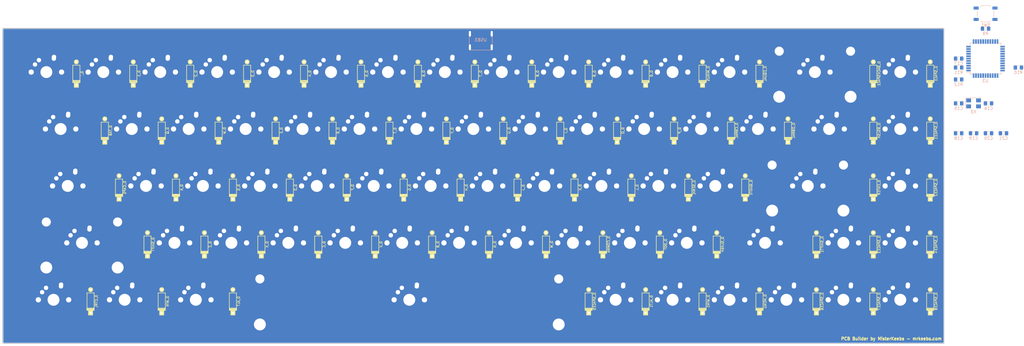
<source format=kicad_pcb>
(kicad_pcb (version 20171130) (host pcbnew "(5.0.0-3-g5ebb6b6)")
  (layers (0 F.Cu signal) (31 B.Cu signal) (34 B.Paste user) (35 F.Paste user) (36 B.SilkS user) (37 F.SilkS user) (38 B.Mask user) (39 F.Mask user) (44 Edge.Cuts user))
  (net 0 "")
  (net 1 "GND")
  (net 2 "VCC")
  (net 3 "/col0")
  (net 4 "/col1")
  (net 5 "/col2")
  (net 6 "/col3")
  (net 7 "/col4")
  (net 8 "/col5")
  (net 9 "/col6")
  (net 10 "/col7")
  (net 11 "/col8")
  (net 12 "/col9")
  (net 13 "/col10")
  (net 14 "/col11")
  (net 15 "/col12")
  (net 16 "/col13")
  (net 17 "/col14")
  (net 18 "/col15")
  (net 19 "/col16")
  (net 20 "/row0")
  (net 21 "/row1")
  (net 22 "/row2")
  (net 23 "/row3")
  (net 24 "/row4")
  (net 25 "/row5")
  (net 26 "Net-(K_`-Pad1)")
  (net 27 "Net-(K_`-Pad2)")
  (net 28 "Net-(K_`-Pad3)")
  (net 29 "Net-(K_`-Pad4)")
  (net 30 "Net-(D_`-Pad1)")
  (net 31 "Net-(D_`-Pad2)")
  (net 32 "Net-(K_1-Pad1)")
  (net 33 "Net-(K_1-Pad2)")
  (net 34 "Net-(K_1-Pad3)")
  (net 35 "Net-(K_1-Pad4)")
  (net 36 "Net-(D_1-Pad1)")
  (net 37 "Net-(D_1-Pad2)")
  (net 38 "Net-(K_2-Pad1)")
  (net 39 "Net-(K_2-Pad2)")
  (net 40 "Net-(K_2-Pad3)")
  (net 41 "Net-(K_2-Pad4)")
  (net 42 "Net-(D_2-Pad1)")
  (net 43 "Net-(D_2-Pad2)")
  (net 44 "Net-(K_3-Pad1)")
  (net 45 "Net-(K_3-Pad2)")
  (net 46 "Net-(K_3-Pad3)")
  (net 47 "Net-(K_3-Pad4)")
  (net 48 "Net-(D_3-Pad1)")
  (net 49 "Net-(D_3-Pad2)")
  (net 50 "Net-(K_4-Pad1)")
  (net 51 "Net-(K_4-Pad2)")
  (net 52 "Net-(K_4-Pad3)")
  (net 53 "Net-(K_4-Pad4)")
  (net 54 "Net-(D_4-Pad1)")
  (net 55 "Net-(D_4-Pad2)")
  (net 56 "Net-(K_5-Pad1)")
  (net 57 "Net-(K_5-Pad2)")
  (net 58 "Net-(K_5-Pad3)")
  (net 59 "Net-(K_5-Pad4)")
  (net 60 "Net-(D_5-Pad1)")
  (net 61 "Net-(D_5-Pad2)")
  (net 62 "Net-(K_6-Pad1)")
  (net 63 "Net-(K_6-Pad2)")
  (net 64 "Net-(K_6-Pad3)")
  (net 65 "Net-(K_6-Pad4)")
  (net 66 "Net-(D_6-Pad1)")
  (net 67 "Net-(D_6-Pad2)")
  (net 68 "Net-(K_7-Pad1)")
  (net 69 "Net-(K_7-Pad2)")
  (net 70 "Net-(K_7-Pad3)")
  (net 71 "Net-(K_7-Pad4)")
  (net 72 "Net-(D_7-Pad1)")
  (net 73 "Net-(D_7-Pad2)")
  (net 74 "Net-(K_8-Pad1)")
  (net 75 "Net-(K_8-Pad2)")
  (net 76 "Net-(K_8-Pad3)")
  (net 77 "Net-(K_8-Pad4)")
  (net 78 "Net-(D_8-Pad1)")
  (net 79 "Net-(D_8-Pad2)")
  (net 80 "Net-(K_9-Pad1)")
  (net 81 "Net-(K_9-Pad2)")
  (net 82 "Net-(K_9-Pad3)")
  (net 83 "Net-(K_9-Pad4)")
  (net 84 "Net-(D_9-Pad1)")
  (net 85 "Net-(D_9-Pad2)")
  (net 86 "Net-(K_0-Pad1)")
  (net 87 "Net-(K_0-Pad2)")
  (net 88 "Net-(K_0-Pad3)")
  (net 89 "Net-(K_0-Pad4)")
  (net 90 "Net-(D_0-Pad1)")
  (net 91 "Net-(D_0-Pad2)")
  (net 92 "Net-(K_MINUS-Pad1)")
  (net 93 "Net-(K_MINUS-Pad2)")
  (net 94 "Net-(K_MINUS-Pad3)")
  (net 95 "Net-(K_MINUS-Pad4)")
  (net 96 "Net-(D_MINUS-Pad1)")
  (net 97 "Net-(D_MINUS-Pad2)")
  (net 98 "Net-(K_EQUAL-Pad1)")
  (net 99 "Net-(K_EQUAL-Pad2)")
  (net 100 "Net-(K_EQUAL-Pad3)")
  (net 101 "Net-(K_EQUAL-Pad4)")
  (net 102 "Net-(D_EQUAL-Pad1)")
  (net 103 "Net-(D_EQUAL-Pad2)")
  (net 104 "Net-(K_BACKSPACE-Pad1)")
  (net 105 "Net-(K_BACKSPACE-Pad2)")
  (net 106 "Net-(K_BACKSPACE-Pad3)")
  (net 107 "Net-(K_BACKSPACE-Pad4)")
  (net 108 "Net-(D_BACKSPACE-Pad1)")
  (net 109 "Net-(D_BACKSPACE-Pad2)")
  (net 110 "Net-(K_SPACE-Pad1)")
  (net 111 "Net-(K_SPACE-Pad2)")
  (net 112 "Net-(K_SPACE-Pad3)")
  (net 113 "Net-(K_SPACE-Pad4)")
  (net 114 "Net-(D_SPACE-Pad1)")
  (net 115 "Net-(D_SPACE-Pad2)")
  (net 116 "Net-(K_TAB-Pad1)")
  (net 117 "Net-(K_TAB-Pad2)")
  (net 118 "Net-(K_TAB-Pad3)")
  (net 119 "Net-(K_TAB-Pad4)")
  (net 120 "Net-(D_TAB-Pad1)")
  (net 121 "Net-(D_TAB-Pad2)")
  (net 122 "Net-(K_Q-Pad1)")
  (net 123 "Net-(K_Q-Pad2)")
  (net 124 "Net-(K_Q-Pad3)")
  (net 125 "Net-(K_Q-Pad4)")
  (net 126 "Net-(D_Q-Pad1)")
  (net 127 "Net-(D_Q-Pad2)")
  (net 128 "Net-(K_W-Pad1)")
  (net 129 "Net-(K_W-Pad2)")
  (net 130 "Net-(K_W-Pad3)")
  (net 131 "Net-(K_W-Pad4)")
  (net 132 "Net-(D_W-Pad1)")
  (net 133 "Net-(D_W-Pad2)")
  (net 134 "Net-(K_E-Pad1)")
  (net 135 "Net-(K_E-Pad2)")
  (net 136 "Net-(K_E-Pad3)")
  (net 137 "Net-(K_E-Pad4)")
  (net 138 "Net-(D_E-Pad1)")
  (net 139 "Net-(D_E-Pad2)")
  (net 140 "Net-(K_R-Pad1)")
  (net 141 "Net-(K_R-Pad2)")
  (net 142 "Net-(K_R-Pad3)")
  (net 143 "Net-(K_R-Pad4)")
  (net 144 "Net-(D_R-Pad1)")
  (net 145 "Net-(D_R-Pad2)")
  (net 146 "Net-(K_T-Pad1)")
  (net 147 "Net-(K_T-Pad2)")
  (net 148 "Net-(K_T-Pad3)")
  (net 149 "Net-(K_T-Pad4)")
  (net 150 "Net-(D_T-Pad1)")
  (net 151 "Net-(D_T-Pad2)")
  (net 152 "Net-(K_Y-Pad1)")
  (net 153 "Net-(K_Y-Pad2)")
  (net 154 "Net-(K_Y-Pad3)")
  (net 155 "Net-(K_Y-Pad4)")
  (net 156 "Net-(D_Y-Pad1)")
  (net 157 "Net-(D_Y-Pad2)")
  (net 158 "Net-(K_U-Pad1)")
  (net 159 "Net-(K_U-Pad2)")
  (net 160 "Net-(K_U-Pad3)")
  (net 161 "Net-(K_U-Pad4)")
  (net 162 "Net-(D_U-Pad1)")
  (net 163 "Net-(D_U-Pad2)")
  (net 164 "Net-(K_I-Pad1)")
  (net 165 "Net-(K_I-Pad2)")
  (net 166 "Net-(K_I-Pad3)")
  (net 167 "Net-(K_I-Pad4)")
  (net 168 "Net-(D_I-Pad1)")
  (net 169 "Net-(D_I-Pad2)")
  (net 170 "Net-(K_O-Pad1)")
  (net 171 "Net-(K_O-Pad2)")
  (net 172 "Net-(K_O-Pad3)")
  (net 173 "Net-(K_O-Pad4)")
  (net 174 "Net-(D_O-Pad1)")
  (net 175 "Net-(D_O-Pad2)")
  (net 176 "Net-(K_P-Pad1)")
  (net 177 "Net-(K_P-Pad2)")
  (net 178 "Net-(K_P-Pad3)")
  (net 179 "Net-(K_P-Pad4)")
  (net 180 "Net-(D_P-Pad1)")
  (net 181 "Net-(D_P-Pad2)")
  (net 182 "Net-(K_CBRAC-Pad1)")
  (net 183 "Net-(K_CBRAC-Pad2)")
  (net 184 "Net-(K_CBRAC-Pad3)")
  (net 185 "Net-(K_CBRAC-Pad4)")
  (net 186 "Net-(D_CBRAC-Pad1)")
  (net 187 "Net-(D_CBRAC-Pad2)")
  (net 188 "Net-(K_OBRAC-Pad1)")
  (net 189 "Net-(K_OBRAC-Pad2)")
  (net 190 "Net-(K_OBRAC-Pad3)")
  (net 191 "Net-(K_OBRAC-Pad4)")
  (net 192 "Net-(D_OBRAC-Pad1)")
  (net 193 "Net-(D_OBRAC-Pad2)")
  (net 194 "Net-(K_BSLSH-Pad1)")
  (net 195 "Net-(K_BSLSH-Pad2)")
  (net 196 "Net-(K_BSLSH-Pad3)")
  (net 197 "Net-(K_BSLSH-Pad4)")
  (net 198 "Net-(D_BSLSH-Pad1)")
  (net 199 "Net-(D_BSLSH-Pad2)")
  (net 200 "Net-(K_SPACE1-Pad1)")
  (net 201 "Net-(K_SPACE1-Pad2)")
  (net 202 "Net-(K_SPACE1-Pad3)")
  (net 203 "Net-(K_SPACE1-Pad4)")
  (net 204 "Net-(D_SPACE1-Pad1)")
  (net 205 "Net-(D_SPACE1-Pad2)")
  (net 206 "Net-(K_CAPS-Pad1)")
  (net 207 "Net-(K_CAPS-Pad2)")
  (net 208 "Net-(K_CAPS-Pad3)")
  (net 209 "Net-(K_CAPS-Pad4)")
  (net 210 "Net-(D_CAPS-Pad1)")
  (net 211 "Net-(D_CAPS-Pad2)")
  (net 212 "Net-(K_A-Pad1)")
  (net 213 "Net-(K_A-Pad2)")
  (net 214 "Net-(K_A-Pad3)")
  (net 215 "Net-(K_A-Pad4)")
  (net 216 "Net-(D_A-Pad1)")
  (net 217 "Net-(D_A-Pad2)")
  (net 218 "Net-(K_S-Pad1)")
  (net 219 "Net-(K_S-Pad2)")
  (net 220 "Net-(K_S-Pad3)")
  (net 221 "Net-(K_S-Pad4)")
  (net 222 "Net-(D_S-Pad1)")
  (net 223 "Net-(D_S-Pad2)")
  (net 224 "Net-(K_D-Pad1)")
  (net 225 "Net-(K_D-Pad2)")
  (net 226 "Net-(K_D-Pad3)")
  (net 227 "Net-(K_D-Pad4)")
  (net 228 "Net-(D_D-Pad1)")
  (net 229 "Net-(D_D-Pad2)")
  (net 230 "Net-(K_F-Pad1)")
  (net 231 "Net-(K_F-Pad2)")
  (net 232 "Net-(K_F-Pad3)")
  (net 233 "Net-(K_F-Pad4)")
  (net 234 "Net-(D_F-Pad1)")
  (net 235 "Net-(D_F-Pad2)")
  (net 236 "Net-(K_G-Pad1)")
  (net 237 "Net-(K_G-Pad2)")
  (net 238 "Net-(K_G-Pad3)")
  (net 239 "Net-(K_G-Pad4)")
  (net 240 "Net-(D_G-Pad1)")
  (net 241 "Net-(D_G-Pad2)")
  (net 242 "Net-(K_H-Pad1)")
  (net 243 "Net-(K_H-Pad2)")
  (net 244 "Net-(K_H-Pad3)")
  (net 245 "Net-(K_H-Pad4)")
  (net 246 "Net-(D_H-Pad1)")
  (net 247 "Net-(D_H-Pad2)")
  (net 248 "Net-(K_J-Pad1)")
  (net 249 "Net-(K_J-Pad2)")
  (net 250 "Net-(K_J-Pad3)")
  (net 251 "Net-(K_J-Pad4)")
  (net 252 "Net-(D_J-Pad1)")
  (net 253 "Net-(D_J-Pad2)")
  (net 254 "Net-(K_K-Pad1)")
  (net 255 "Net-(K_K-Pad2)")
  (net 256 "Net-(K_K-Pad3)")
  (net 257 "Net-(K_K-Pad4)")
  (net 258 "Net-(D_K-Pad1)")
  (net 259 "Net-(D_K-Pad2)")
  (net 260 "Net-(K_L-Pad1)")
  (net 261 "Net-(K_L-Pad2)")
  (net 262 "Net-(K_L-Pad3)")
  (net 263 "Net-(K_L-Pad4)")
  (net 264 "Net-(D_L-Pad1)")
  (net 265 "Net-(D_L-Pad2)")
  (net 266 "Net-(K_SEMIC-Pad1)")
  (net 267 "Net-(K_SEMIC-Pad2)")
  (net 268 "Net-(K_SEMIC-Pad3)")
  (net 269 "Net-(K_SEMIC-Pad4)")
  (net 270 "Net-(D_SEMIC-Pad1)")
  (net 271 "Net-(D_SEMIC-Pad2)")
  (net 272 "Net-(K_QUOTE-Pad1)")
  (net 273 "Net-(K_QUOTE-Pad2)")
  (net 274 "Net-(K_QUOTE-Pad3)")
  (net 275 "Net-(K_QUOTE-Pad4)")
  (net 276 "Net-(D_QUOTE-Pad1)")
  (net 277 "Net-(D_QUOTE-Pad2)")
  (net 278 "Net-(K_ENTER-Pad1)")
  (net 279 "Net-(K_ENTER-Pad2)")
  (net 280 "Net-(K_ENTER-Pad3)")
  (net 281 "Net-(K_ENTER-Pad4)")
  (net 282 "Net-(D_ENTER-Pad1)")
  (net 283 "Net-(D_ENTER-Pad2)")
  (net 284 "Net-(K_SPACE2-Pad1)")
  (net 285 "Net-(K_SPACE2-Pad2)")
  (net 286 "Net-(K_SPACE2-Pad3)")
  (net 287 "Net-(K_SPACE2-Pad4)")
  (net 288 "Net-(D_SPACE2-Pad1)")
  (net 289 "Net-(D_SPACE2-Pad2)")
  (net 290 "Net-(K_SHIFT-Pad1)")
  (net 291 "Net-(K_SHIFT-Pad2)")
  (net 292 "Net-(K_SHIFT-Pad3)")
  (net 293 "Net-(K_SHIFT-Pad4)")
  (net 294 "Net-(D_SHIFT-Pad1)")
  (net 295 "Net-(D_SHIFT-Pad2)")
  (net 296 "Net-(K_Z-Pad1)")
  (net 297 "Net-(K_Z-Pad2)")
  (net 298 "Net-(K_Z-Pad3)")
  (net 299 "Net-(K_Z-Pad4)")
  (net 300 "Net-(D_Z-Pad1)")
  (net 301 "Net-(D_Z-Pad2)")
  (net 302 "Net-(K_X-Pad1)")
  (net 303 "Net-(K_X-Pad2)")
  (net 304 "Net-(K_X-Pad3)")
  (net 305 "Net-(K_X-Pad4)")
  (net 306 "Net-(D_X-Pad1)")
  (net 307 "Net-(D_X-Pad2)")
  (net 308 "Net-(K_C-Pad1)")
  (net 309 "Net-(K_C-Pad2)")
  (net 310 "Net-(K_C-Pad3)")
  (net 311 "Net-(K_C-Pad4)")
  (net 312 "Net-(D_C-Pad1)")
  (net 313 "Net-(D_C-Pad2)")
  (net 314 "Net-(K_V-Pad1)")
  (net 315 "Net-(K_V-Pad2)")
  (net 316 "Net-(K_V-Pad3)")
  (net 317 "Net-(K_V-Pad4)")
  (net 318 "Net-(D_V-Pad1)")
  (net 319 "Net-(D_V-Pad2)")
  (net 320 "Net-(K_B-Pad1)")
  (net 321 "Net-(K_B-Pad2)")
  (net 322 "Net-(K_B-Pad3)")
  (net 323 "Net-(K_B-Pad4)")
  (net 324 "Net-(D_B-Pad1)")
  (net 325 "Net-(D_B-Pad2)")
  (net 326 "Net-(K_N-Pad1)")
  (net 327 "Net-(K_N-Pad2)")
  (net 328 "Net-(K_N-Pad3)")
  (net 329 "Net-(K_N-Pad4)")
  (net 330 "Net-(D_N-Pad1)")
  (net 331 "Net-(D_N-Pad2)")
  (net 332 "Net-(K_M-Pad1)")
  (net 333 "Net-(K_M-Pad2)")
  (net 334 "Net-(K_M-Pad3)")
  (net 335 "Net-(K_M-Pad4)")
  (net 336 "Net-(D_M-Pad1)")
  (net 337 "Net-(D_M-Pad2)")
  (net 338 "Net-(K_COMMA-Pad1)")
  (net 339 "Net-(K_COMMA-Pad2)")
  (net 340 "Net-(K_COMMA-Pad3)")
  (net 341 "Net-(K_COMMA-Pad4)")
  (net 342 "Net-(D_COMMA-Pad1)")
  (net 343 "Net-(D_COMMA-Pad2)")
  (net 344 "Net-(K_DOT-Pad1)")
  (net 345 "Net-(K_DOT-Pad2)")
  (net 346 "Net-(K_DOT-Pad3)")
  (net 347 "Net-(K_DOT-Pad4)")
  (net 348 "Net-(D_DOT-Pad1)")
  (net 349 "Net-(D_DOT-Pad2)")
  (net 350 "Net-(K_SLASH-Pad1)")
  (net 351 "Net-(K_SLASH-Pad2)")
  (net 352 "Net-(K_SLASH-Pad3)")
  (net 353 "Net-(K_SLASH-Pad4)")
  (net 354 "Net-(D_SLASH-Pad1)")
  (net 355 "Net-(D_SLASH-Pad2)")
  (net 356 "Net-(K_SHIFT1-Pad1)")
  (net 357 "Net-(K_SHIFT1-Pad2)")
  (net 358 "Net-(K_SHIFT1-Pad3)")
  (net 359 "Net-(K_SHIFT1-Pad4)")
  (net 360 "Net-(D_SHIFT1-Pad1)")
  (net 361 "Net-(D_SHIFT1-Pad2)")
  (net 362 "Net-(K_SPACE3-Pad1)")
  (net 363 "Net-(K_SPACE3-Pad2)")
  (net 364 "Net-(K_SPACE3-Pad3)")
  (net 365 "Net-(K_SPACE3-Pad4)")
  (net 366 "Net-(D_SPACE3-Pad1)")
  (net 367 "Net-(D_SPACE3-Pad2)")
  (net 368 "Net-(K_SPACE4-Pad1)")
  (net 369 "Net-(K_SPACE4-Pad2)")
  (net 370 "Net-(K_SPACE4-Pad3)")
  (net 371 "Net-(K_SPACE4-Pad4)")
  (net 372 "Net-(D_SPACE4-Pad1)")
  (net 373 "Net-(D_SPACE4-Pad2)")
  (net 374 "Net-(K_CTRL-Pad1)")
  (net 375 "Net-(K_CTRL-Pad2)")
  (net 376 "Net-(K_CTRL-Pad3)")
  (net 377 "Net-(K_CTRL-Pad4)")
  (net 378 "Net-(D_CTRL-Pad1)")
  (net 379 "Net-(D_CTRL-Pad2)")
  (net 380 "Net-(K_WIN-Pad1)")
  (net 381 "Net-(K_WIN-Pad2)")
  (net 382 "Net-(K_WIN-Pad3)")
  (net 383 "Net-(K_WIN-Pad4)")
  (net 384 "Net-(D_WIN-Pad1)")
  (net 385 "Net-(D_WIN-Pad2)")
  (net 386 "Net-(K_ALT-Pad1)")
  (net 387 "Net-(K_ALT-Pad2)")
  (net 388 "Net-(K_ALT-Pad3)")
  (net 389 "Net-(K_ALT-Pad4)")
  (net 390 "Net-(D_ALT-Pad1)")
  (net 391 "Net-(D_ALT-Pad2)")
  (net 392 "Net-(K_SPACE5-Pad1)")
  (net 393 "Net-(K_SPACE5-Pad2)")
  (net 394 "Net-(K_SPACE5-Pad3)")
  (net 395 "Net-(K_SPACE5-Pad4)")
  (net 396 "Net-(D_SPACE5-Pad1)")
  (net 397 "Net-(D_SPACE5-Pad2)")
  (net 398 "Net-(K_ALT1-Pad1)")
  (net 399 "Net-(K_ALT1-Pad2)")
  (net 400 "Net-(K_ALT1-Pad3)")
  (net 401 "Net-(K_ALT1-Pad4)")
  (net 402 "Net-(D_ALT1-Pad1)")
  (net 403 "Net-(D_ALT1-Pad2)")
  (net 404 "Net-(K_WIN1-Pad1)")
  (net 405 "Net-(K_WIN1-Pad2)")
  (net 406 "Net-(K_WIN1-Pad3)")
  (net 407 "Net-(K_WIN1-Pad4)")
  (net 408 "Net-(D_WIN1-Pad1)")
  (net 409 "Net-(D_WIN1-Pad2)")
  (net 410 "Net-(K_MENU-Pad1)")
  (net 411 "Net-(K_MENU-Pad2)")
  (net 412 "Net-(K_MENU-Pad3)")
  (net 413 "Net-(K_MENU-Pad4)")
  (net 414 "Net-(D_MENU-Pad1)")
  (net 415 "Net-(D_MENU-Pad2)")
  (net 416 "Net-(K_SPACE6-Pad1)")
  (net 417 "Net-(K_SPACE6-Pad2)")
  (net 418 "Net-(K_SPACE6-Pad3)")
  (net 419 "Net-(K_SPACE6-Pad4)")
  (net 420 "Net-(D_SPACE6-Pad1)")
  (net 421 "Net-(D_SPACE6-Pad2)")
  (net 422 "Net-(K_SPACE7-Pad1)")
  (net 423 "Net-(K_SPACE7-Pad2)")
  (net 424 "Net-(K_SPACE7-Pad3)")
  (net 425 "Net-(K_SPACE7-Pad4)")
  (net 426 "Net-(D_SPACE7-Pad1)")
  (net 427 "Net-(D_SPACE7-Pad2)")
  (net 428 "Net-(K_SPACE8-Pad1)")
  (net 429 "Net-(K_SPACE8-Pad2)")
  (net 430 "Net-(K_SPACE8-Pad3)")
  (net 431 "Net-(K_SPACE8-Pad4)")
  (net 432 "Net-(D_SPACE8-Pad1)")
  (net 433 "Net-(D_SPACE8-Pad2)")
  (net 434 "Net-(C15-Pad1)")
  (net 435 "Net-(C15-Pad2)")
  (net 436 "Net-(C16-Pad1)")
  (net 437 "Net-(C16-Pad2)")
  (net 438 "Net-(X3-Pad1)")
  (net 439 "Net-(X3-Pad2)")
  (net 440 "Net-(X3-Pad3)")
  (net 441 "Net-(X3-Pad4)")
  (net 442 "Net-(R9-Pad1)")
  (net 443 "Net-(R9-Pad2)")
  (net 444 "Net-(R3-Pad1)")
  (net 445 "Net-(R3-Pad2)")
  (net 446 "Net-(R10-Pad1)")
  (net 447 "Net-(R10-Pad2)")
  (net 448 "Net-(R11-Pad1)")
  (net 449 "Net-(R11-Pad2)")
  (net 450 "Net-(R12-Pad1)")
  (net 451 "Net-(R12-Pad2)")
  (net 452 "Net-(USB3-Pad1)")
  (net 453 "Net-(USB3-Pad2)")
  (net 454 "Net-(USB3-Pad3)")
  (net 455 "Net-(USB3-Pad4)")
  (net 456 "Net-(USB3-Pad5)")
  (net 457 "Net-(USB3-Pad6)")
  (net 458 "Net-(C17-Pad1)")
  (net 459 "Net-(C17-Pad2)")
  (net 460 "Net-(U3-Pad1)")
  (net 461 "Net-(U3-Pad2)")
  (net 462 "Net-(U3-Pad3)")
  (net 463 "Net-(U3-Pad4)")
  (net 464 "Net-(U3-Pad5)")
  (net 465 "Net-(U3-Pad6)")
  (net 466 "Net-(U3-Pad7)")
  (net 467 "Net-(U3-Pad8)")
  (net 468 "Net-(U3-Pad9)")
  (net 469 "Net-(U3-Pad10)")
  (net 470 "Net-(U3-Pad11)")
  (net 471 "Net-(U3-Pad12)")
  (net 472 "Net-(U3-Pad13)")
  (net 473 "Net-(U3-Pad14)")
  (net 474 "Net-(U3-Pad15)")
  (net 475 "Net-(U3-Pad16)")
  (net 476 "Net-(U3-Pad17)")
  (net 477 "Net-(U3-Pad18)")
  (net 478 "Net-(U3-Pad19)")
  (net 479 "Net-(U3-Pad20)")
  (net 480 "Net-(U3-Pad21)")
  (net 481 "Net-(U3-Pad22)")
  (net 482 "Net-(U3-Pad23)")
  (net 483 "Net-(U3-Pad24)")
  (net 484 "Net-(U3-Pad25)")
  (net 485 "Net-(U3-Pad26)")
  (net 486 "Net-(U3-Pad27)")
  (net 487 "Net-(U3-Pad28)")
  (net 488 "Net-(U3-Pad29)")
  (net 489 "Net-(U3-Pad30)")
  (net 490 "Net-(U3-Pad31)")
  (net 491 "Net-(U3-Pad32)")
  (net 492 "Net-(U3-Pad33)")
  (net 493 "Net-(U3-Pad34)")
  (net 494 "Net-(U3-Pad35)")
  (net 495 "Net-(U3-Pad36)")
  (net 496 "Net-(U3-Pad37)")
  (net 497 "Net-(U3-Pad38)")
  (net 498 "Net-(U3-Pad39)")
  (net 499 "Net-(U3-Pad40)")
  (net 500 "Net-(U3-Pad41)")
  (net 501 "Net-(U3-Pad42)")
  (net 502 "Net-(U3-Pad43)")
  (net 503 "Net-(U3-Pad44)")
  (net 504 "Net-(C18-Pad1)")
  (net 505 "Net-(C18-Pad2)")
  (net 506 "Net-(C19-Pad1)")
  (net 507 "Net-(C19-Pad2)")
  (net 508 "Net-(C20-Pad1)")
  (net 509 "Net-(C20-Pad2)")
  (net 510 "Net-(C21-Pad1)")
  (net 511 "Net-(C21-Pad2)")
  (module MX_Alps_Hybrid:MX-1U-NoLED (layer F.Cu) (at 9.525 9.525)
    (fp_text reference K_`)
    (fp_text value KEYSW)
    (pad 1 thru_hole circle (at -2.5 -4) (size 2.25 2.25) (drill 1.47) (layers *.Cu B.Mask) (net 3 "/col0"))
    (pad 1 thru_hole oval (at -3.81 -2.54 48.0996) (size 4.211556 2.25) (drill 1.47 (offset 0.980778 0)) (layers *.Cu B.Mask) (net 3 "/col0"))
    (pad 2 thru_hole oval (at 2.5 -4.5 86.0548) (size 2.831378 2.25) (drill 1.47 (offset 0.290689 0)) (layers *.Cu B.Mask) (net 31 "Net-(D_`-Pad2)"))
    (pad 2 thru_hole circle (at 2.54 -5.08) (size 2.25 2.25) (drill 1.47) (layers *.Cu B.Mask) (net 31 "Net-(D_`-Pad2)"))
    (pad "" np_thru_hole circle (at 0 0) (size 3.9878 3.9878) (drill 3.9878) (layers *.Cu *.Mask))
    (pad "" np_thru_hole circle (at -5.08 0 48.0996) (size 1.75 1.75) (drill 1.75) (layers *.Cu *.Mask))
    (pad "" np_thru_hole circle (at 5.08 0 48.0996) (size 1.75 1.75) (drill 1.75) (layers *.Cu *.Mask))
  )
  (module keyboard_parts:D_SOD123_axial (layer F.Cu) (at 19.55 10.025 90)
    (fp_text reference D_` (at 0 1.925 90) (layer F.SilkS) (effects (font (size 0.8 0.8)) (justify mirror)))
    (fp_text value D hide)
    (pad 1 smd rect (at -2.7 0 90) (size 2.5 0.5) (layers F.Cu) (net 20 "/row0"))
    (pad 1 smd rect (at -1.575 0 90) (size 1.2 1.2) (layers F.Cu F.Paste F.Mask) (net 20 "/row0"))
    (pad 1 thru_hole rect (at -3.9 0 90) (size 1.6 1.6) (drill 0.7) (layers *.Cu *.Mask F.SilkS) (net 20 "/row0"))
    (pad 2 smd rect (at 1.575 0 90) (size 1.2 1.2) (layers F.Cu F.Paste F.Mask) (net 31 "Net-(D_`-Pad2)"))
    (pad 2 smd rect (at 2.7 0 90) (size 2.5 0.5) (layers F.Cu) (net 31 "Net-(D_`-Pad2)"))
    (pad 2 thru_hole circle (at 3.9 0 90) (size 1.6 1.6) (drill 0.7) (layers *.Cu *.Mask F.SilkS) (net 31 "Net-(D_`-Pad2)"))
  )
  (module MX_Alps_Hybrid:MX-1U-NoLED (layer F.Cu) (at 28.575 9.525)
    (fp_text reference K_1)
    (fp_text value KEYSW)
    (pad 1 thru_hole circle (at -2.5 -4) (size 2.25 2.25) (drill 1.47) (layers *.Cu B.Mask) (net 4 "/col1"))
    (pad 1 thru_hole oval (at -3.81 -2.54 48.0996) (size 4.211556 2.25) (drill 1.47 (offset 0.980778 0)) (layers *.Cu B.Mask) (net 4 "/col1"))
    (pad 2 thru_hole oval (at 2.5 -4.5 86.0548) (size 2.831378 2.25) (drill 1.47 (offset 0.290689 0)) (layers *.Cu B.Mask) (net 37 "Net-(D_1-Pad2)"))
    (pad 2 thru_hole circle (at 2.54 -5.08) (size 2.25 2.25) (drill 1.47) (layers *.Cu B.Mask) (net 37 "Net-(D_1-Pad2)"))
    (pad "" np_thru_hole circle (at 0 0) (size 3.9878 3.9878) (drill 3.9878) (layers *.Cu *.Mask))
    (pad "" np_thru_hole circle (at -5.08 0 48.0996) (size 1.75 1.75) (drill 1.75) (layers *.Cu *.Mask))
    (pad "" np_thru_hole circle (at 5.08 0 48.0996) (size 1.75 1.75) (drill 1.75) (layers *.Cu *.Mask))
  )
  (module keyboard_parts:D_SOD123_axial (layer F.Cu) (at 38.6 10.025 90)
    (fp_text reference D_1 (at 0 1.925 90) (layer F.SilkS) (effects (font (size 0.8 0.8)) (justify mirror)))
    (fp_text value D hide)
    (pad 1 smd rect (at -2.7 0 90) (size 2.5 0.5) (layers F.Cu) (net 20 "/row0"))
    (pad 1 smd rect (at -1.575 0 90) (size 1.2 1.2) (layers F.Cu F.Paste F.Mask) (net 20 "/row0"))
    (pad 1 thru_hole rect (at -3.9 0 90) (size 1.6 1.6) (drill 0.7) (layers *.Cu *.Mask F.SilkS) (net 20 "/row0"))
    (pad 2 smd rect (at 1.575 0 90) (size 1.2 1.2) (layers F.Cu F.Paste F.Mask) (net 37 "Net-(D_1-Pad2)"))
    (pad 2 smd rect (at 2.7 0 90) (size 2.5 0.5) (layers F.Cu) (net 37 "Net-(D_1-Pad2)"))
    (pad 2 thru_hole circle (at 3.9 0 90) (size 1.6 1.6) (drill 0.7) (layers *.Cu *.Mask F.SilkS) (net 37 "Net-(D_1-Pad2)"))
  )
  (module MX_Alps_Hybrid:MX-1U-NoLED (layer F.Cu) (at 47.625 9.525)
    (fp_text reference K_2)
    (fp_text value KEYSW)
    (pad 1 thru_hole circle (at -2.5 -4) (size 2.25 2.25) (drill 1.47) (layers *.Cu B.Mask) (net 5 "/col2"))
    (pad 1 thru_hole oval (at -3.81 -2.54 48.0996) (size 4.211556 2.25) (drill 1.47 (offset 0.980778 0)) (layers *.Cu B.Mask) (net 5 "/col2"))
    (pad 2 thru_hole oval (at 2.5 -4.5 86.0548) (size 2.831378 2.25) (drill 1.47 (offset 0.290689 0)) (layers *.Cu B.Mask) (net 43 "Net-(D_2-Pad2)"))
    (pad 2 thru_hole circle (at 2.54 -5.08) (size 2.25 2.25) (drill 1.47) (layers *.Cu B.Mask) (net 43 "Net-(D_2-Pad2)"))
    (pad "" np_thru_hole circle (at 0 0) (size 3.9878 3.9878) (drill 3.9878) (layers *.Cu *.Mask))
    (pad "" np_thru_hole circle (at -5.08 0 48.0996) (size 1.75 1.75) (drill 1.75) (layers *.Cu *.Mask))
    (pad "" np_thru_hole circle (at 5.08 0 48.0996) (size 1.75 1.75) (drill 1.75) (layers *.Cu *.Mask))
  )
  (module keyboard_parts:D_SOD123_axial (layer F.Cu) (at 57.65 10.025 90)
    (fp_text reference D_2 (at 0 1.925 90) (layer F.SilkS) (effects (font (size 0.8 0.8)) (justify mirror)))
    (fp_text value D hide)
    (pad 1 smd rect (at -2.7 0 90) (size 2.5 0.5) (layers F.Cu) (net 20 "/row0"))
    (pad 1 smd rect (at -1.575 0 90) (size 1.2 1.2) (layers F.Cu F.Paste F.Mask) (net 20 "/row0"))
    (pad 1 thru_hole rect (at -3.9 0 90) (size 1.6 1.6) (drill 0.7) (layers *.Cu *.Mask F.SilkS) (net 20 "/row0"))
    (pad 2 smd rect (at 1.575 0 90) (size 1.2 1.2) (layers F.Cu F.Paste F.Mask) (net 43 "Net-(D_2-Pad2)"))
    (pad 2 smd rect (at 2.7 0 90) (size 2.5 0.5) (layers F.Cu) (net 43 "Net-(D_2-Pad2)"))
    (pad 2 thru_hole circle (at 3.9 0 90) (size 1.6 1.6) (drill 0.7) (layers *.Cu *.Mask F.SilkS) (net 43 "Net-(D_2-Pad2)"))
  )
  (module MX_Alps_Hybrid:MX-1U-NoLED (layer F.Cu) (at 66.675 9.525)
    (fp_text reference K_3)
    (fp_text value KEYSW)
    (pad 1 thru_hole circle (at -2.5 -4) (size 2.25 2.25) (drill 1.47) (layers *.Cu B.Mask) (net 6 "/col3"))
    (pad 1 thru_hole oval (at -3.81 -2.54 48.0996) (size 4.211556 2.25) (drill 1.47 (offset 0.980778 0)) (layers *.Cu B.Mask) (net 6 "/col3"))
    (pad 2 thru_hole oval (at 2.5 -4.5 86.0548) (size 2.831378 2.25) (drill 1.47 (offset 0.290689 0)) (layers *.Cu B.Mask) (net 49 "Net-(D_3-Pad2)"))
    (pad 2 thru_hole circle (at 2.54 -5.08) (size 2.25 2.25) (drill 1.47) (layers *.Cu B.Mask) (net 49 "Net-(D_3-Pad2)"))
    (pad "" np_thru_hole circle (at 0 0) (size 3.9878 3.9878) (drill 3.9878) (layers *.Cu *.Mask))
    (pad "" np_thru_hole circle (at -5.08 0 48.0996) (size 1.75 1.75) (drill 1.75) (layers *.Cu *.Mask))
    (pad "" np_thru_hole circle (at 5.08 0 48.0996) (size 1.75 1.75) (drill 1.75) (layers *.Cu *.Mask))
  )
  (module keyboard_parts:D_SOD123_axial (layer F.Cu) (at 76.7 10.025 90)
    (fp_text reference D_3 (at 0 1.925 90) (layer F.SilkS) (effects (font (size 0.8 0.8)) (justify mirror)))
    (fp_text value D hide)
    (pad 1 smd rect (at -2.7 0 90) (size 2.5 0.5) (layers F.Cu) (net 20 "/row0"))
    (pad 1 smd rect (at -1.575 0 90) (size 1.2 1.2) (layers F.Cu F.Paste F.Mask) (net 20 "/row0"))
    (pad 1 thru_hole rect (at -3.9 0 90) (size 1.6 1.6) (drill 0.7) (layers *.Cu *.Mask F.SilkS) (net 20 "/row0"))
    (pad 2 smd rect (at 1.575 0 90) (size 1.2 1.2) (layers F.Cu F.Paste F.Mask) (net 49 "Net-(D_3-Pad2)"))
    (pad 2 smd rect (at 2.7 0 90) (size 2.5 0.5) (layers F.Cu) (net 49 "Net-(D_3-Pad2)"))
    (pad 2 thru_hole circle (at 3.9 0 90) (size 1.6 1.6) (drill 0.7) (layers *.Cu *.Mask F.SilkS) (net 49 "Net-(D_3-Pad2)"))
  )
  (module MX_Alps_Hybrid:MX-1U-NoLED (layer F.Cu) (at 85.725 9.525)
    (fp_text reference K_4)
    (fp_text value KEYSW)
    (pad 1 thru_hole circle (at -2.5 -4) (size 2.25 2.25) (drill 1.47) (layers *.Cu B.Mask) (net 7 "/col4"))
    (pad 1 thru_hole oval (at -3.81 -2.54 48.0996) (size 4.211556 2.25) (drill 1.47 (offset 0.980778 0)) (layers *.Cu B.Mask) (net 7 "/col4"))
    (pad 2 thru_hole oval (at 2.5 -4.5 86.0548) (size 2.831378 2.25) (drill 1.47 (offset 0.290689 0)) (layers *.Cu B.Mask) (net 55 "Net-(D_4-Pad2)"))
    (pad 2 thru_hole circle (at 2.54 -5.08) (size 2.25 2.25) (drill 1.47) (layers *.Cu B.Mask) (net 55 "Net-(D_4-Pad2)"))
    (pad "" np_thru_hole circle (at 0 0) (size 3.9878 3.9878) (drill 3.9878) (layers *.Cu *.Mask))
    (pad "" np_thru_hole circle (at -5.08 0 48.0996) (size 1.75 1.75) (drill 1.75) (layers *.Cu *.Mask))
    (pad "" np_thru_hole circle (at 5.08 0 48.0996) (size 1.75 1.75) (drill 1.75) (layers *.Cu *.Mask))
  )
  (module keyboard_parts:D_SOD123_axial (layer F.Cu) (at 95.75 10.025 90)
    (fp_text reference D_4 (at 0 1.925 90) (layer F.SilkS) (effects (font (size 0.8 0.8)) (justify mirror)))
    (fp_text value D hide)
    (pad 1 smd rect (at -2.7 0 90) (size 2.5 0.5) (layers F.Cu) (net 20 "/row0"))
    (pad 1 smd rect (at -1.575 0 90) (size 1.2 1.2) (layers F.Cu F.Paste F.Mask) (net 20 "/row0"))
    (pad 1 thru_hole rect (at -3.9 0 90) (size 1.6 1.6) (drill 0.7) (layers *.Cu *.Mask F.SilkS) (net 20 "/row0"))
    (pad 2 smd rect (at 1.575 0 90) (size 1.2 1.2) (layers F.Cu F.Paste F.Mask) (net 55 "Net-(D_4-Pad2)"))
    (pad 2 smd rect (at 2.7 0 90) (size 2.5 0.5) (layers F.Cu) (net 55 "Net-(D_4-Pad2)"))
    (pad 2 thru_hole circle (at 3.9 0 90) (size 1.6 1.6) (drill 0.7) (layers *.Cu *.Mask F.SilkS) (net 55 "Net-(D_4-Pad2)"))
  )
  (module MX_Alps_Hybrid:MX-1U-NoLED (layer F.Cu) (at 104.775 9.525)
    (fp_text reference K_5)
    (fp_text value KEYSW)
    (pad 1 thru_hole circle (at -2.5 -4) (size 2.25 2.25) (drill 1.47) (layers *.Cu B.Mask) (net 8 "/col5"))
    (pad 1 thru_hole oval (at -3.81 -2.54 48.0996) (size 4.211556 2.25) (drill 1.47 (offset 0.980778 0)) (layers *.Cu B.Mask) (net 8 "/col5"))
    (pad 2 thru_hole oval (at 2.5 -4.5 86.0548) (size 2.831378 2.25) (drill 1.47 (offset 0.290689 0)) (layers *.Cu B.Mask) (net 61 "Net-(D_5-Pad2)"))
    (pad 2 thru_hole circle (at 2.54 -5.08) (size 2.25 2.25) (drill 1.47) (layers *.Cu B.Mask) (net 61 "Net-(D_5-Pad2)"))
    (pad "" np_thru_hole circle (at 0 0) (size 3.9878 3.9878) (drill 3.9878) (layers *.Cu *.Mask))
    (pad "" np_thru_hole circle (at -5.08 0 48.0996) (size 1.75 1.75) (drill 1.75) (layers *.Cu *.Mask))
    (pad "" np_thru_hole circle (at 5.08 0 48.0996) (size 1.75 1.75) (drill 1.75) (layers *.Cu *.Mask))
  )
  (module keyboard_parts:D_SOD123_axial (layer F.Cu) (at 114.8 10.025 90)
    (fp_text reference D_5 (at 0 1.925 90) (layer F.SilkS) (effects (font (size 0.8 0.8)) (justify mirror)))
    (fp_text value D hide)
    (pad 1 smd rect (at -2.7 0 90) (size 2.5 0.5) (layers F.Cu) (net 20 "/row0"))
    (pad 1 smd rect (at -1.575 0 90) (size 1.2 1.2) (layers F.Cu F.Paste F.Mask) (net 20 "/row0"))
    (pad 1 thru_hole rect (at -3.9 0 90) (size 1.6 1.6) (drill 0.7) (layers *.Cu *.Mask F.SilkS) (net 20 "/row0"))
    (pad 2 smd rect (at 1.575 0 90) (size 1.2 1.2) (layers F.Cu F.Paste F.Mask) (net 61 "Net-(D_5-Pad2)"))
    (pad 2 smd rect (at 2.7 0 90) (size 2.5 0.5) (layers F.Cu) (net 61 "Net-(D_5-Pad2)"))
    (pad 2 thru_hole circle (at 3.9 0 90) (size 1.6 1.6) (drill 0.7) (layers *.Cu *.Mask F.SilkS) (net 61 "Net-(D_5-Pad2)"))
  )
  (module MX_Alps_Hybrid:MX-1U-NoLED (layer F.Cu) (at 123.825 9.525)
    (fp_text reference K_6)
    (fp_text value KEYSW)
    (pad 1 thru_hole circle (at -2.5 -4) (size 2.25 2.25) (drill 1.47) (layers *.Cu B.Mask) (net 9 "/col6"))
    (pad 1 thru_hole oval (at -3.81 -2.54 48.0996) (size 4.211556 2.25) (drill 1.47 (offset 0.980778 0)) (layers *.Cu B.Mask) (net 9 "/col6"))
    (pad 2 thru_hole oval (at 2.5 -4.5 86.0548) (size 2.831378 2.25) (drill 1.47 (offset 0.290689 0)) (layers *.Cu B.Mask) (net 67 "Net-(D_6-Pad2)"))
    (pad 2 thru_hole circle (at 2.54 -5.08) (size 2.25 2.25) (drill 1.47) (layers *.Cu B.Mask) (net 67 "Net-(D_6-Pad2)"))
    (pad "" np_thru_hole circle (at 0 0) (size 3.9878 3.9878) (drill 3.9878) (layers *.Cu *.Mask))
    (pad "" np_thru_hole circle (at -5.08 0 48.0996) (size 1.75 1.75) (drill 1.75) (layers *.Cu *.Mask))
    (pad "" np_thru_hole circle (at 5.08 0 48.0996) (size 1.75 1.75) (drill 1.75) (layers *.Cu *.Mask))
  )
  (module keyboard_parts:D_SOD123_axial (layer F.Cu) (at 133.85 10.025 90)
    (fp_text reference D_6 (at 0 1.925 90) (layer F.SilkS) (effects (font (size 0.8 0.8)) (justify mirror)))
    (fp_text value D hide)
    (pad 1 smd rect (at -2.7 0 90) (size 2.5 0.5) (layers F.Cu) (net 20 "/row0"))
    (pad 1 smd rect (at -1.575 0 90) (size 1.2 1.2) (layers F.Cu F.Paste F.Mask) (net 20 "/row0"))
    (pad 1 thru_hole rect (at -3.9 0 90) (size 1.6 1.6) (drill 0.7) (layers *.Cu *.Mask F.SilkS) (net 20 "/row0"))
    (pad 2 smd rect (at 1.575 0 90) (size 1.2 1.2) (layers F.Cu F.Paste F.Mask) (net 67 "Net-(D_6-Pad2)"))
    (pad 2 smd rect (at 2.7 0 90) (size 2.5 0.5) (layers F.Cu) (net 67 "Net-(D_6-Pad2)"))
    (pad 2 thru_hole circle (at 3.9 0 90) (size 1.6 1.6) (drill 0.7) (layers *.Cu *.Mask F.SilkS) (net 67 "Net-(D_6-Pad2)"))
  )
  (module MX_Alps_Hybrid:MX-1U-NoLED (layer F.Cu) (at 142.875 9.525)
    (fp_text reference K_7)
    (fp_text value KEYSW)
    (pad 1 thru_hole circle (at -2.5 -4) (size 2.25 2.25) (drill 1.47) (layers *.Cu B.Mask) (net 10 "/col7"))
    (pad 1 thru_hole oval (at -3.81 -2.54 48.0996) (size 4.211556 2.25) (drill 1.47 (offset 0.980778 0)) (layers *.Cu B.Mask) (net 10 "/col7"))
    (pad 2 thru_hole oval (at 2.5 -4.5 86.0548) (size 2.831378 2.25) (drill 1.47 (offset 0.290689 0)) (layers *.Cu B.Mask) (net 73 "Net-(D_7-Pad2)"))
    (pad 2 thru_hole circle (at 2.54 -5.08) (size 2.25 2.25) (drill 1.47) (layers *.Cu B.Mask) (net 73 "Net-(D_7-Pad2)"))
    (pad "" np_thru_hole circle (at 0 0) (size 3.9878 3.9878) (drill 3.9878) (layers *.Cu *.Mask))
    (pad "" np_thru_hole circle (at -5.08 0 48.0996) (size 1.75 1.75) (drill 1.75) (layers *.Cu *.Mask))
    (pad "" np_thru_hole circle (at 5.08 0 48.0996) (size 1.75 1.75) (drill 1.75) (layers *.Cu *.Mask))
  )
  (module keyboard_parts:D_SOD123_axial (layer F.Cu) (at 152.9 10.025 90)
    (fp_text reference D_7 (at 0 1.925 90) (layer F.SilkS) (effects (font (size 0.8 0.8)) (justify mirror)))
    (fp_text value D hide)
    (pad 1 smd rect (at -2.7 0 90) (size 2.5 0.5) (layers F.Cu) (net 20 "/row0"))
    (pad 1 smd rect (at -1.575 0 90) (size 1.2 1.2) (layers F.Cu F.Paste F.Mask) (net 20 "/row0"))
    (pad 1 thru_hole rect (at -3.9 0 90) (size 1.6 1.6) (drill 0.7) (layers *.Cu *.Mask F.SilkS) (net 20 "/row0"))
    (pad 2 smd rect (at 1.575 0 90) (size 1.2 1.2) (layers F.Cu F.Paste F.Mask) (net 73 "Net-(D_7-Pad2)"))
    (pad 2 smd rect (at 2.7 0 90) (size 2.5 0.5) (layers F.Cu) (net 73 "Net-(D_7-Pad2)"))
    (pad 2 thru_hole circle (at 3.9 0 90) (size 1.6 1.6) (drill 0.7) (layers *.Cu *.Mask F.SilkS) (net 73 "Net-(D_7-Pad2)"))
  )
  (module MX_Alps_Hybrid:MX-1U-NoLED (layer F.Cu) (at 161.925 9.525)
    (fp_text reference K_8)
    (fp_text value KEYSW)
    (pad 1 thru_hole circle (at -2.5 -4) (size 2.25 2.25) (drill 1.47) (layers *.Cu B.Mask) (net 11 "/col8"))
    (pad 1 thru_hole oval (at -3.81 -2.54 48.0996) (size 4.211556 2.25) (drill 1.47 (offset 0.980778 0)) (layers *.Cu B.Mask) (net 11 "/col8"))
    (pad 2 thru_hole oval (at 2.5 -4.5 86.0548) (size 2.831378 2.25) (drill 1.47 (offset 0.290689 0)) (layers *.Cu B.Mask) (net 79 "Net-(D_8-Pad2)"))
    (pad 2 thru_hole circle (at 2.54 -5.08) (size 2.25 2.25) (drill 1.47) (layers *.Cu B.Mask) (net 79 "Net-(D_8-Pad2)"))
    (pad "" np_thru_hole circle (at 0 0) (size 3.9878 3.9878) (drill 3.9878) (layers *.Cu *.Mask))
    (pad "" np_thru_hole circle (at -5.08 0 48.0996) (size 1.75 1.75) (drill 1.75) (layers *.Cu *.Mask))
    (pad "" np_thru_hole circle (at 5.08 0 48.0996) (size 1.75 1.75) (drill 1.75) (layers *.Cu *.Mask))
  )
  (module keyboard_parts:D_SOD123_axial (layer F.Cu) (at 171.95 10.025 90)
    (fp_text reference D_8 (at 0 1.925 90) (layer F.SilkS) (effects (font (size 0.8 0.8)) (justify mirror)))
    (fp_text value D hide)
    (pad 1 smd rect (at -2.7 0 90) (size 2.5 0.5) (layers F.Cu) (net 20 "/row0"))
    (pad 1 smd rect (at -1.575 0 90) (size 1.2 1.2) (layers F.Cu F.Paste F.Mask) (net 20 "/row0"))
    (pad 1 thru_hole rect (at -3.9 0 90) (size 1.6 1.6) (drill 0.7) (layers *.Cu *.Mask F.SilkS) (net 20 "/row0"))
    (pad 2 smd rect (at 1.575 0 90) (size 1.2 1.2) (layers F.Cu F.Paste F.Mask) (net 79 "Net-(D_8-Pad2)"))
    (pad 2 smd rect (at 2.7 0 90) (size 2.5 0.5) (layers F.Cu) (net 79 "Net-(D_8-Pad2)"))
    (pad 2 thru_hole circle (at 3.9 0 90) (size 1.6 1.6) (drill 0.7) (layers *.Cu *.Mask F.SilkS) (net 79 "Net-(D_8-Pad2)"))
  )
  (module MX_Alps_Hybrid:MX-1U-NoLED (layer F.Cu) (at 180.975 9.525)
    (fp_text reference K_9)
    (fp_text value KEYSW)
    (pad 1 thru_hole circle (at -2.5 -4) (size 2.25 2.25) (drill 1.47) (layers *.Cu B.Mask) (net 12 "/col9"))
    (pad 1 thru_hole oval (at -3.81 -2.54 48.0996) (size 4.211556 2.25) (drill 1.47 (offset 0.980778 0)) (layers *.Cu B.Mask) (net 12 "/col9"))
    (pad 2 thru_hole oval (at 2.5 -4.5 86.0548) (size 2.831378 2.25) (drill 1.47 (offset 0.290689 0)) (layers *.Cu B.Mask) (net 85 "Net-(D_9-Pad2)"))
    (pad 2 thru_hole circle (at 2.54 -5.08) (size 2.25 2.25) (drill 1.47) (layers *.Cu B.Mask) (net 85 "Net-(D_9-Pad2)"))
    (pad "" np_thru_hole circle (at 0 0) (size 3.9878 3.9878) (drill 3.9878) (layers *.Cu *.Mask))
    (pad "" np_thru_hole circle (at -5.08 0 48.0996) (size 1.75 1.75) (drill 1.75) (layers *.Cu *.Mask))
    (pad "" np_thru_hole circle (at 5.08 0 48.0996) (size 1.75 1.75) (drill 1.75) (layers *.Cu *.Mask))
  )
  (module keyboard_parts:D_SOD123_axial (layer F.Cu) (at 191 10.025 90)
    (fp_text reference D_9 (at 0 1.925 90) (layer F.SilkS) (effects (font (size 0.8 0.8)) (justify mirror)))
    (fp_text value D hide)
    (pad 1 smd rect (at -2.7 0 90) (size 2.5 0.5) (layers F.Cu) (net 20 "/row0"))
    (pad 1 smd rect (at -1.575 0 90) (size 1.2 1.2) (layers F.Cu F.Paste F.Mask) (net 20 "/row0"))
    (pad 1 thru_hole rect (at -3.9 0 90) (size 1.6 1.6) (drill 0.7) (layers *.Cu *.Mask F.SilkS) (net 20 "/row0"))
    (pad 2 smd rect (at 1.575 0 90) (size 1.2 1.2) (layers F.Cu F.Paste F.Mask) (net 85 "Net-(D_9-Pad2)"))
    (pad 2 smd rect (at 2.7 0 90) (size 2.5 0.5) (layers F.Cu) (net 85 "Net-(D_9-Pad2)"))
    (pad 2 thru_hole circle (at 3.9 0 90) (size 1.6 1.6) (drill 0.7) (layers *.Cu *.Mask F.SilkS) (net 85 "Net-(D_9-Pad2)"))
  )
  (module MX_Alps_Hybrid:MX-1U-NoLED (layer F.Cu) (at 200.025 9.525)
    (fp_text reference K_0)
    (fp_text value KEYSW)
    (pad 1 thru_hole circle (at -2.5 -4) (size 2.25 2.25) (drill 1.47) (layers *.Cu B.Mask) (net 13 "/col10"))
    (pad 1 thru_hole oval (at -3.81 -2.54 48.0996) (size 4.211556 2.25) (drill 1.47 (offset 0.980778 0)) (layers *.Cu B.Mask) (net 13 "/col10"))
    (pad 2 thru_hole oval (at 2.5 -4.5 86.0548) (size 2.831378 2.25) (drill 1.47 (offset 0.290689 0)) (layers *.Cu B.Mask) (net 91 "Net-(D_0-Pad2)"))
    (pad 2 thru_hole circle (at 2.54 -5.08) (size 2.25 2.25) (drill 1.47) (layers *.Cu B.Mask) (net 91 "Net-(D_0-Pad2)"))
    (pad "" np_thru_hole circle (at 0 0) (size 3.9878 3.9878) (drill 3.9878) (layers *.Cu *.Mask))
    (pad "" np_thru_hole circle (at -5.08 0 48.0996) (size 1.75 1.75) (drill 1.75) (layers *.Cu *.Mask))
    (pad "" np_thru_hole circle (at 5.08 0 48.0996) (size 1.75 1.75) (drill 1.75) (layers *.Cu *.Mask))
  )
  (module keyboard_parts:D_SOD123_axial (layer F.Cu) (at 210.05 10.025 90)
    (fp_text reference D_0 (at 0 1.925 90) (layer F.SilkS) (effects (font (size 0.8 0.8)) (justify mirror)))
    (fp_text value D hide)
    (pad 1 smd rect (at -2.7 0 90) (size 2.5 0.5) (layers F.Cu) (net 20 "/row0"))
    (pad 1 smd rect (at -1.575 0 90) (size 1.2 1.2) (layers F.Cu F.Paste F.Mask) (net 20 "/row0"))
    (pad 1 thru_hole rect (at -3.9 0 90) (size 1.6 1.6) (drill 0.7) (layers *.Cu *.Mask F.SilkS) (net 20 "/row0"))
    (pad 2 smd rect (at 1.575 0 90) (size 1.2 1.2) (layers F.Cu F.Paste F.Mask) (net 91 "Net-(D_0-Pad2)"))
    (pad 2 smd rect (at 2.7 0 90) (size 2.5 0.5) (layers F.Cu) (net 91 "Net-(D_0-Pad2)"))
    (pad 2 thru_hole circle (at 3.9 0 90) (size 1.6 1.6) (drill 0.7) (layers *.Cu *.Mask F.SilkS) (net 91 "Net-(D_0-Pad2)"))
  )
  (module MX_Alps_Hybrid:MX-1U-NoLED (layer F.Cu) (at 219.075 9.525)
    (fp_text reference K_MINUS)
    (fp_text value KEYSW)
    (pad 1 thru_hole circle (at -2.5 -4) (size 2.25 2.25) (drill 1.47) (layers *.Cu B.Mask) (net 14 "/col11"))
    (pad 1 thru_hole oval (at -3.81 -2.54 48.0996) (size 4.211556 2.25) (drill 1.47 (offset 0.980778 0)) (layers *.Cu B.Mask) (net 14 "/col11"))
    (pad 2 thru_hole oval (at 2.5 -4.5 86.0548) (size 2.831378 2.25) (drill 1.47 (offset 0.290689 0)) (layers *.Cu B.Mask) (net 97 "Net-(D_MINUS-Pad2)"))
    (pad 2 thru_hole circle (at 2.54 -5.08) (size 2.25 2.25) (drill 1.47) (layers *.Cu B.Mask) (net 97 "Net-(D_MINUS-Pad2)"))
    (pad "" np_thru_hole circle (at 0 0) (size 3.9878 3.9878) (drill 3.9878) (layers *.Cu *.Mask))
    (pad "" np_thru_hole circle (at -5.08 0 48.0996) (size 1.75 1.75) (drill 1.75) (layers *.Cu *.Mask))
    (pad "" np_thru_hole circle (at 5.08 0 48.0996) (size 1.75 1.75) (drill 1.75) (layers *.Cu *.Mask))
  )
  (module keyboard_parts:D_SOD123_axial (layer F.Cu) (at 229.1 10.025 90)
    (fp_text reference D_MINUS (at 0 1.925 90) (layer F.SilkS) (effects (font (size 0.8 0.8)) (justify mirror)))
    (fp_text value D hide)
    (pad 1 smd rect (at -2.7 0 90) (size 2.5 0.5) (layers F.Cu) (net 20 "/row0"))
    (pad 1 smd rect (at -1.575 0 90) (size 1.2 1.2) (layers F.Cu F.Paste F.Mask) (net 20 "/row0"))
    (pad 1 thru_hole rect (at -3.9 0 90) (size 1.6 1.6) (drill 0.7) (layers *.Cu *.Mask F.SilkS) (net 20 "/row0"))
    (pad 2 smd rect (at 1.575 0 90) (size 1.2 1.2) (layers F.Cu F.Paste F.Mask) (net 97 "Net-(D_MINUS-Pad2)"))
    (pad 2 smd rect (at 2.7 0 90) (size 2.5 0.5) (layers F.Cu) (net 97 "Net-(D_MINUS-Pad2)"))
    (pad 2 thru_hole circle (at 3.9 0 90) (size 1.6 1.6) (drill 0.7) (layers *.Cu *.Mask F.SilkS) (net 97 "Net-(D_MINUS-Pad2)"))
  )
  (module MX_Alps_Hybrid:MX-1U-NoLED (layer F.Cu) (at 238.125 9.525)
    (fp_text reference K_EQUAL)
    (fp_text value KEYSW)
    (pad 1 thru_hole circle (at -2.5 -4) (size 2.25 2.25) (drill 1.47) (layers *.Cu B.Mask) (net 15 "/col12"))
    (pad 1 thru_hole oval (at -3.81 -2.54 48.0996) (size 4.211556 2.25) (drill 1.47 (offset 0.980778 0)) (layers *.Cu B.Mask) (net 15 "/col12"))
    (pad 2 thru_hole oval (at 2.5 -4.5 86.0548) (size 2.831378 2.25) (drill 1.47 (offset 0.290689 0)) (layers *.Cu B.Mask) (net 103 "Net-(D_EQUAL-Pad2)"))
    (pad 2 thru_hole circle (at 2.54 -5.08) (size 2.25 2.25) (drill 1.47) (layers *.Cu B.Mask) (net 103 "Net-(D_EQUAL-Pad2)"))
    (pad "" np_thru_hole circle (at 0 0) (size 3.9878 3.9878) (drill 3.9878) (layers *.Cu *.Mask))
    (pad "" np_thru_hole circle (at -5.08 0 48.0996) (size 1.75 1.75) (drill 1.75) (layers *.Cu *.Mask))
    (pad "" np_thru_hole circle (at 5.08 0 48.0996) (size 1.75 1.75) (drill 1.75) (layers *.Cu *.Mask))
  )
  (module keyboard_parts:D_SOD123_axial (layer F.Cu) (at 248.15 10.025 90)
    (fp_text reference D_EQUAL (at 0 1.925 90) (layer F.SilkS) (effects (font (size 0.8 0.8)) (justify mirror)))
    (fp_text value D hide)
    (pad 1 smd rect (at -2.7 0 90) (size 2.5 0.5) (layers F.Cu) (net 20 "/row0"))
    (pad 1 smd rect (at -1.575 0 90) (size 1.2 1.2) (layers F.Cu F.Paste F.Mask) (net 20 "/row0"))
    (pad 1 thru_hole rect (at -3.9 0 90) (size 1.6 1.6) (drill 0.7) (layers *.Cu *.Mask F.SilkS) (net 20 "/row0"))
    (pad 2 smd rect (at 1.575 0 90) (size 1.2 1.2) (layers F.Cu F.Paste F.Mask) (net 103 "Net-(D_EQUAL-Pad2)"))
    (pad 2 smd rect (at 2.7 0 90) (size 2.5 0.5) (layers F.Cu) (net 103 "Net-(D_EQUAL-Pad2)"))
    (pad 2 thru_hole circle (at 3.9 0 90) (size 1.6 1.6) (drill 0.7) (layers *.Cu *.Mask F.SilkS) (net 103 "Net-(D_EQUAL-Pad2)"))
  )
  (module MX_Alps_Hybrid:MX-2U-NoLED (layer F.Cu) (at 266.7 9.525)
    (fp_text reference K_BACKSPACE)
    (fp_text value KEYSW)
    (pad 1 thru_hole circle (at -2.5 -4) (size 2.25 2.25) (drill 1.47) (layers *.Cu B.Mask) (net 17 "/col14"))
    (pad 1 thru_hole oval (at -3.81 -2.54 48.0996) (size 4.211556 2.25) (drill 1.47 (offset 0.980778 0)) (layers *.Cu B.Mask) (net 17 "/col14"))
    (pad 2 thru_hole oval (at 2.5 -4.5 86.0548) (size 2.831378 2.25) (drill 1.47 (offset 0.290689 0)) (layers *.Cu B.Mask) (net 109 "Net-(D_BACKSPACE-Pad2)"))
    (pad 2 thru_hole circle (at 2.54 -5.08) (size 2.25 2.25) (drill 1.47) (layers *.Cu B.Mask) (net 109 "Net-(D_BACKSPACE-Pad2)"))
    (pad "" np_thru_hole circle (at 0 0) (size 3.9878 3.9878) (drill 3.9878) (layers *.Cu *.Mask))
    (pad "" np_thru_hole circle (at -5.08 0 48.0996) (size 1.75 1.75) (drill 1.75) (layers *.Cu *.Mask))
    (pad "" np_thru_hole circle (at 5.08 0 48.0996) (size 1.75 1.75) (drill 1.75) (layers *.Cu *.Mask))
    (pad "" np_thru_hole circle (at -11.938 -6.985) (size 3.048 3.048) (drill 3.048) (layers *.Cu *.Mask))
    (pad "" np_thru_hole circle (at 11.938 -6.985) (size 3.048 3.048) (drill 3.048) (layers *.Cu *.Mask))
    (pad "" np_thru_hole circle (at -11.938 8.255) (size 3.9878 3.9878) (drill 3.9878) (layers *.Cu *.Mask))
    (pad "" np_thru_hole circle (at 11.938 8.255) (size 3.9878 3.9878) (drill 3.9878) (layers *.Cu *.Mask))
  )
  (module keyboard_parts:D_SOD123_axial (layer F.Cu) (at 286.25 10.025 90)
    (fp_text reference D_BACKSPACE (at 0 1.925 90) (layer F.SilkS) (effects (font (size 0.8 0.8)) (justify mirror)))
    (fp_text value D hide)
    (pad 1 smd rect (at -2.7 0 90) (size 2.5 0.5) (layers F.Cu) (net 20 "/row0"))
    (pad 1 smd rect (at -1.575 0 90) (size 1.2 1.2) (layers F.Cu F.Paste F.Mask) (net 20 "/row0"))
    (pad 1 thru_hole rect (at -3.9 0 90) (size 1.6 1.6) (drill 0.7) (layers *.Cu *.Mask F.SilkS) (net 20 "/row0"))
    (pad 2 smd rect (at 1.575 0 90) (size 1.2 1.2) (layers F.Cu F.Paste F.Mask) (net 109 "Net-(D_BACKSPACE-Pad2)"))
    (pad 2 smd rect (at 2.7 0 90) (size 2.5 0.5) (layers F.Cu) (net 109 "Net-(D_BACKSPACE-Pad2)"))
    (pad 2 thru_hole circle (at 3.9 0 90) (size 1.6 1.6) (drill 0.7) (layers *.Cu *.Mask F.SilkS) (net 109 "Net-(D_BACKSPACE-Pad2)"))
  )
  (module MX_Alps_Hybrid:MX-1U-NoLED (layer F.Cu) (at 295.275 9.525)
    (fp_text reference K_SPACE)
    (fp_text value KEYSW)
    (pad 1 thru_hole circle (at -2.5 -4) (size 2.25 2.25) (drill 1.47) (layers *.Cu B.Mask) (net 18 "/col15"))
    (pad 1 thru_hole oval (at -3.81 -2.54 48.0996) (size 4.211556 2.25) (drill 1.47 (offset 0.980778 0)) (layers *.Cu B.Mask) (net 18 "/col15"))
    (pad 2 thru_hole oval (at 2.5 -4.5 86.0548) (size 2.831378 2.25) (drill 1.47 (offset 0.290689 0)) (layers *.Cu B.Mask) (net 115 "Net-(D_SPACE-Pad2)"))
    (pad 2 thru_hole circle (at 2.54 -5.08) (size 2.25 2.25) (drill 1.47) (layers *.Cu B.Mask) (net 115 "Net-(D_SPACE-Pad2)"))
    (pad "" np_thru_hole circle (at 0 0) (size 3.9878 3.9878) (drill 3.9878) (layers *.Cu *.Mask))
    (pad "" np_thru_hole circle (at -5.08 0 48.0996) (size 1.75 1.75) (drill 1.75) (layers *.Cu *.Mask))
    (pad "" np_thru_hole circle (at 5.08 0 48.0996) (size 1.75 1.75) (drill 1.75) (layers *.Cu *.Mask))
  )
  (module keyboard_parts:D_SOD123_axial (layer F.Cu) (at 305.3 10.025 90)
    (fp_text reference D_SPACE (at 0 1.925 90) (layer F.SilkS) (effects (font (size 0.8 0.8)) (justify mirror)))
    (fp_text value D hide)
    (pad 1 smd rect (at -2.7 0 90) (size 2.5 0.5) (layers F.Cu) (net 20 "/row0"))
    (pad 1 smd rect (at -1.575 0 90) (size 1.2 1.2) (layers F.Cu F.Paste F.Mask) (net 20 "/row0"))
    (pad 1 thru_hole rect (at -3.9 0 90) (size 1.6 1.6) (drill 0.7) (layers *.Cu *.Mask F.SilkS) (net 20 "/row0"))
    (pad 2 smd rect (at 1.575 0 90) (size 1.2 1.2) (layers F.Cu F.Paste F.Mask) (net 115 "Net-(D_SPACE-Pad2)"))
    (pad 2 smd rect (at 2.7 0 90) (size 2.5 0.5) (layers F.Cu) (net 115 "Net-(D_SPACE-Pad2)"))
    (pad 2 thru_hole circle (at 3.9 0 90) (size 1.6 1.6) (drill 0.7) (layers *.Cu *.Mask F.SilkS) (net 115 "Net-(D_SPACE-Pad2)"))
  )
  (module MX_Alps_Hybrid:MX-1.5U-NoLED (layer F.Cu) (at 14.2875 28.575)
    (fp_text reference K_TAB)
    (fp_text value KEYSW)
    (pad 1 thru_hole circle (at -2.5 -4) (size 2.25 2.25) (drill 1.47) (layers *.Cu B.Mask) (net 3 "/col0"))
    (pad 1 thru_hole oval (at -3.81 -2.54 48.0996) (size 4.211556 2.25) (drill 1.47 (offset 0.980778 0)) (layers *.Cu B.Mask) (net 3 "/col0"))
    (pad 2 thru_hole oval (at 2.5 -4.5 86.0548) (size 2.831378 2.25) (drill 1.47 (offset 0.290689 0)) (layers *.Cu B.Mask) (net 121 "Net-(D_TAB-Pad2)"))
    (pad 2 thru_hole circle (at 2.54 -5.08) (size 2.25 2.25) (drill 1.47) (layers *.Cu B.Mask) (net 121 "Net-(D_TAB-Pad2)"))
    (pad "" np_thru_hole circle (at 0 0) (size 3.9878 3.9878) (drill 3.9878) (layers *.Cu *.Mask))
    (pad "" np_thru_hole circle (at -5.08 0 48.0996) (size 1.75 1.75) (drill 1.75) (layers *.Cu *.Mask))
    (pad "" np_thru_hole circle (at 5.08 0 48.0996) (size 1.75 1.75) (drill 1.75) (layers *.Cu *.Mask))
  )
  (module keyboard_parts:D_SOD123_axial (layer F.Cu) (at 29.075 29.075 90)
    (fp_text reference D_TAB (at 0 1.925 90) (layer F.SilkS) (effects (font (size 0.8 0.8)) (justify mirror)))
    (fp_text value D hide)
    (pad 1 smd rect (at -2.7 0 90) (size 2.5 0.5) (layers F.Cu) (net 21 "/row1"))
    (pad 1 smd rect (at -1.575 0 90) (size 1.2 1.2) (layers F.Cu F.Paste F.Mask) (net 21 "/row1"))
    (pad 1 thru_hole rect (at -3.9 0 90) (size 1.6 1.6) (drill 0.7) (layers *.Cu *.Mask F.SilkS) (net 21 "/row1"))
    (pad 2 smd rect (at 1.575 0 90) (size 1.2 1.2) (layers F.Cu F.Paste F.Mask) (net 121 "Net-(D_TAB-Pad2)"))
    (pad 2 smd rect (at 2.7 0 90) (size 2.5 0.5) (layers F.Cu) (net 121 "Net-(D_TAB-Pad2)"))
    (pad 2 thru_hole circle (at 3.9 0 90) (size 1.6 1.6) (drill 0.7) (layers *.Cu *.Mask F.SilkS) (net 121 "Net-(D_TAB-Pad2)"))
  )
  (module MX_Alps_Hybrid:MX-1U-NoLED (layer F.Cu) (at 38.1 28.575)
    (fp_text reference K_Q)
    (fp_text value KEYSW)
    (pad 1 thru_hole circle (at -2.5 -4) (size 2.25 2.25) (drill 1.47) (layers *.Cu B.Mask) (net 5 "/col2"))
    (pad 1 thru_hole oval (at -3.81 -2.54 48.0996) (size 4.211556 2.25) (drill 1.47 (offset 0.980778 0)) (layers *.Cu B.Mask) (net 5 "/col2"))
    (pad 2 thru_hole oval (at 2.5 -4.5 86.0548) (size 2.831378 2.25) (drill 1.47 (offset 0.290689 0)) (layers *.Cu B.Mask) (net 127 "Net-(D_Q-Pad2)"))
    (pad 2 thru_hole circle (at 2.54 -5.08) (size 2.25 2.25) (drill 1.47) (layers *.Cu B.Mask) (net 127 "Net-(D_Q-Pad2)"))
    (pad "" np_thru_hole circle (at 0 0) (size 3.9878 3.9878) (drill 3.9878) (layers *.Cu *.Mask))
    (pad "" np_thru_hole circle (at -5.08 0 48.0996) (size 1.75 1.75) (drill 1.75) (layers *.Cu *.Mask))
    (pad "" np_thru_hole circle (at 5.08 0 48.0996) (size 1.75 1.75) (drill 1.75) (layers *.Cu *.Mask))
  )
  (module keyboard_parts:D_SOD123_axial (layer F.Cu) (at 48.125 29.075 90)
    (fp_text reference D_Q (at 0 1.925 90) (layer F.SilkS) (effects (font (size 0.8 0.8)) (justify mirror)))
    (fp_text value D hide)
    (pad 1 smd rect (at -2.7 0 90) (size 2.5 0.5) (layers F.Cu) (net 21 "/row1"))
    (pad 1 smd rect (at -1.575 0 90) (size 1.2 1.2) (layers F.Cu F.Paste F.Mask) (net 21 "/row1"))
    (pad 1 thru_hole rect (at -3.9 0 90) (size 1.6 1.6) (drill 0.7) (layers *.Cu *.Mask F.SilkS) (net 21 "/row1"))
    (pad 2 smd rect (at 1.575 0 90) (size 1.2 1.2) (layers F.Cu F.Paste F.Mask) (net 127 "Net-(D_Q-Pad2)"))
    (pad 2 smd rect (at 2.7 0 90) (size 2.5 0.5) (layers F.Cu) (net 127 "Net-(D_Q-Pad2)"))
    (pad 2 thru_hole circle (at 3.9 0 90) (size 1.6 1.6) (drill 0.7) (layers *.Cu *.Mask F.SilkS) (net 127 "Net-(D_Q-Pad2)"))
  )
  (module MX_Alps_Hybrid:MX-1U-NoLED (layer F.Cu) (at 57.15 28.575)
    (fp_text reference K_W)
    (fp_text value KEYSW)
    (pad 1 thru_hole circle (at -2.5 -4) (size 2.25 2.25) (drill 1.47) (layers *.Cu B.Mask) (net 6 "/col3"))
    (pad 1 thru_hole oval (at -3.81 -2.54 48.0996) (size 4.211556 2.25) (drill 1.47 (offset 0.980778 0)) (layers *.Cu B.Mask) (net 6 "/col3"))
    (pad 2 thru_hole oval (at 2.5 -4.5 86.0548) (size 2.831378 2.25) (drill 1.47 (offset 0.290689 0)) (layers *.Cu B.Mask) (net 133 "Net-(D_W-Pad2)"))
    (pad 2 thru_hole circle (at 2.54 -5.08) (size 2.25 2.25) (drill 1.47) (layers *.Cu B.Mask) (net 133 "Net-(D_W-Pad2)"))
    (pad "" np_thru_hole circle (at 0 0) (size 3.9878 3.9878) (drill 3.9878) (layers *.Cu *.Mask))
    (pad "" np_thru_hole circle (at -5.08 0 48.0996) (size 1.75 1.75) (drill 1.75) (layers *.Cu *.Mask))
    (pad "" np_thru_hole circle (at 5.08 0 48.0996) (size 1.75 1.75) (drill 1.75) (layers *.Cu *.Mask))
  )
  (module keyboard_parts:D_SOD123_axial (layer F.Cu) (at 67.175 29.075 90)
    (fp_text reference D_W (at 0 1.925 90) (layer F.SilkS) (effects (font (size 0.8 0.8)) (justify mirror)))
    (fp_text value D hide)
    (pad 1 smd rect (at -2.7 0 90) (size 2.5 0.5) (layers F.Cu) (net 21 "/row1"))
    (pad 1 smd rect (at -1.575 0 90) (size 1.2 1.2) (layers F.Cu F.Paste F.Mask) (net 21 "/row1"))
    (pad 1 thru_hole rect (at -3.9 0 90) (size 1.6 1.6) (drill 0.7) (layers *.Cu *.Mask F.SilkS) (net 21 "/row1"))
    (pad 2 smd rect (at 1.575 0 90) (size 1.2 1.2) (layers F.Cu F.Paste F.Mask) (net 133 "Net-(D_W-Pad2)"))
    (pad 2 smd rect (at 2.7 0 90) (size 2.5 0.5) (layers F.Cu) (net 133 "Net-(D_W-Pad2)"))
    (pad 2 thru_hole circle (at 3.9 0 90) (size 1.6 1.6) (drill 0.7) (layers *.Cu *.Mask F.SilkS) (net 133 "Net-(D_W-Pad2)"))
  )
  (module MX_Alps_Hybrid:MX-1U-NoLED (layer F.Cu) (at 76.2 28.575)
    (fp_text reference K_E)
    (fp_text value KEYSW)
    (pad 1 thru_hole circle (at -2.5 -4) (size 2.25 2.25) (drill 1.47) (layers *.Cu B.Mask) (net 7 "/col4"))
    (pad 1 thru_hole oval (at -3.81 -2.54 48.0996) (size 4.211556 2.25) (drill 1.47 (offset 0.980778 0)) (layers *.Cu B.Mask) (net 7 "/col4"))
    (pad 2 thru_hole oval (at 2.5 -4.5 86.0548) (size 2.831378 2.25) (drill 1.47 (offset 0.290689 0)) (layers *.Cu B.Mask) (net 139 "Net-(D_E-Pad2)"))
    (pad 2 thru_hole circle (at 2.54 -5.08) (size 2.25 2.25) (drill 1.47) (layers *.Cu B.Mask) (net 139 "Net-(D_E-Pad2)"))
    (pad "" np_thru_hole circle (at 0 0) (size 3.9878 3.9878) (drill 3.9878) (layers *.Cu *.Mask))
    (pad "" np_thru_hole circle (at -5.08 0 48.0996) (size 1.75 1.75) (drill 1.75) (layers *.Cu *.Mask))
    (pad "" np_thru_hole circle (at 5.08 0 48.0996) (size 1.75 1.75) (drill 1.75) (layers *.Cu *.Mask))
  )
  (module keyboard_parts:D_SOD123_axial (layer F.Cu) (at 86.225 29.075 90)
    (fp_text reference D_E (at 0 1.925 90) (layer F.SilkS) (effects (font (size 0.8 0.8)) (justify mirror)))
    (fp_text value D hide)
    (pad 1 smd rect (at -2.7 0 90) (size 2.5 0.5) (layers F.Cu) (net 21 "/row1"))
    (pad 1 smd rect (at -1.575 0 90) (size 1.2 1.2) (layers F.Cu F.Paste F.Mask) (net 21 "/row1"))
    (pad 1 thru_hole rect (at -3.9 0 90) (size 1.6 1.6) (drill 0.7) (layers *.Cu *.Mask F.SilkS) (net 21 "/row1"))
    (pad 2 smd rect (at 1.575 0 90) (size 1.2 1.2) (layers F.Cu F.Paste F.Mask) (net 139 "Net-(D_E-Pad2)"))
    (pad 2 smd rect (at 2.7 0 90) (size 2.5 0.5) (layers F.Cu) (net 139 "Net-(D_E-Pad2)"))
    (pad 2 thru_hole circle (at 3.9 0 90) (size 1.6 1.6) (drill 0.7) (layers *.Cu *.Mask F.SilkS) (net 139 "Net-(D_E-Pad2)"))
  )
  (module MX_Alps_Hybrid:MX-1U-NoLED (layer F.Cu) (at 95.25 28.575)
    (fp_text reference K_R)
    (fp_text value KEYSW)
    (pad 1 thru_hole circle (at -2.5 -4) (size 2.25 2.25) (drill 1.47) (layers *.Cu B.Mask) (net 8 "/col5"))
    (pad 1 thru_hole oval (at -3.81 -2.54 48.0996) (size 4.211556 2.25) (drill 1.47 (offset 0.980778 0)) (layers *.Cu B.Mask) (net 8 "/col5"))
    (pad 2 thru_hole oval (at 2.5 -4.5 86.0548) (size 2.831378 2.25) (drill 1.47 (offset 0.290689 0)) (layers *.Cu B.Mask) (net 145 "Net-(D_R-Pad2)"))
    (pad 2 thru_hole circle (at 2.54 -5.08) (size 2.25 2.25) (drill 1.47) (layers *.Cu B.Mask) (net 145 "Net-(D_R-Pad2)"))
    (pad "" np_thru_hole circle (at 0 0) (size 3.9878 3.9878) (drill 3.9878) (layers *.Cu *.Mask))
    (pad "" np_thru_hole circle (at -5.08 0 48.0996) (size 1.75 1.75) (drill 1.75) (layers *.Cu *.Mask))
    (pad "" np_thru_hole circle (at 5.08 0 48.0996) (size 1.75 1.75) (drill 1.75) (layers *.Cu *.Mask))
  )
  (module keyboard_parts:D_SOD123_axial (layer F.Cu) (at 105.275 29.075 90)
    (fp_text reference D_R (at 0 1.925 90) (layer F.SilkS) (effects (font (size 0.8 0.8)) (justify mirror)))
    (fp_text value D hide)
    (pad 1 smd rect (at -2.7 0 90) (size 2.5 0.5) (layers F.Cu) (net 21 "/row1"))
    (pad 1 smd rect (at -1.575 0 90) (size 1.2 1.2) (layers F.Cu F.Paste F.Mask) (net 21 "/row1"))
    (pad 1 thru_hole rect (at -3.9 0 90) (size 1.6 1.6) (drill 0.7) (layers *.Cu *.Mask F.SilkS) (net 21 "/row1"))
    (pad 2 smd rect (at 1.575 0 90) (size 1.2 1.2) (layers F.Cu F.Paste F.Mask) (net 145 "Net-(D_R-Pad2)"))
    (pad 2 smd rect (at 2.7 0 90) (size 2.5 0.5) (layers F.Cu) (net 145 "Net-(D_R-Pad2)"))
    (pad 2 thru_hole circle (at 3.9 0 90) (size 1.6 1.6) (drill 0.7) (layers *.Cu *.Mask F.SilkS) (net 145 "Net-(D_R-Pad2)"))
  )
  (module MX_Alps_Hybrid:MX-1U-NoLED (layer F.Cu) (at 114.3 28.575)
    (fp_text reference K_T)
    (fp_text value KEYSW)
    (pad 1 thru_hole circle (at -2.5 -4) (size 2.25 2.25) (drill 1.47) (layers *.Cu B.Mask) (net 9 "/col6"))
    (pad 1 thru_hole oval (at -3.81 -2.54 48.0996) (size 4.211556 2.25) (drill 1.47 (offset 0.980778 0)) (layers *.Cu B.Mask) (net 9 "/col6"))
    (pad 2 thru_hole oval (at 2.5 -4.5 86.0548) (size 2.831378 2.25) (drill 1.47 (offset 0.290689 0)) (layers *.Cu B.Mask) (net 151 "Net-(D_T-Pad2)"))
    (pad 2 thru_hole circle (at 2.54 -5.08) (size 2.25 2.25) (drill 1.47) (layers *.Cu B.Mask) (net 151 "Net-(D_T-Pad2)"))
    (pad "" np_thru_hole circle (at 0 0) (size 3.9878 3.9878) (drill 3.9878) (layers *.Cu *.Mask))
    (pad "" np_thru_hole circle (at -5.08 0 48.0996) (size 1.75 1.75) (drill 1.75) (layers *.Cu *.Mask))
    (pad "" np_thru_hole circle (at 5.08 0 48.0996) (size 1.75 1.75) (drill 1.75) (layers *.Cu *.Mask))
  )
  (module keyboard_parts:D_SOD123_axial (layer F.Cu) (at 124.325 29.075 90)
    (fp_text reference D_T (at 0 1.925 90) (layer F.SilkS) (effects (font (size 0.8 0.8)) (justify mirror)))
    (fp_text value D hide)
    (pad 1 smd rect (at -2.7 0 90) (size 2.5 0.5) (layers F.Cu) (net 21 "/row1"))
    (pad 1 smd rect (at -1.575 0 90) (size 1.2 1.2) (layers F.Cu F.Paste F.Mask) (net 21 "/row1"))
    (pad 1 thru_hole rect (at -3.9 0 90) (size 1.6 1.6) (drill 0.7) (layers *.Cu *.Mask F.SilkS) (net 21 "/row1"))
    (pad 2 smd rect (at 1.575 0 90) (size 1.2 1.2) (layers F.Cu F.Paste F.Mask) (net 151 "Net-(D_T-Pad2)"))
    (pad 2 smd rect (at 2.7 0 90) (size 2.5 0.5) (layers F.Cu) (net 151 "Net-(D_T-Pad2)"))
    (pad 2 thru_hole circle (at 3.9 0 90) (size 1.6 1.6) (drill 0.7) (layers *.Cu *.Mask F.SilkS) (net 151 "Net-(D_T-Pad2)"))
  )
  (module MX_Alps_Hybrid:MX-1U-NoLED (layer F.Cu) (at 133.35 28.575)
    (fp_text reference K_Y)
    (fp_text value KEYSW)
    (pad 1 thru_hole circle (at -2.5 -4) (size 2.25 2.25) (drill 1.47) (layers *.Cu B.Mask) (net 10 "/col7"))
    (pad 1 thru_hole oval (at -3.81 -2.54 48.0996) (size 4.211556 2.25) (drill 1.47 (offset 0.980778 0)) (layers *.Cu B.Mask) (net 10 "/col7"))
    (pad 2 thru_hole oval (at 2.5 -4.5 86.0548) (size 2.831378 2.25) (drill 1.47 (offset 0.290689 0)) (layers *.Cu B.Mask) (net 157 "Net-(D_Y-Pad2)"))
    (pad 2 thru_hole circle (at 2.54 -5.08) (size 2.25 2.25) (drill 1.47) (layers *.Cu B.Mask) (net 157 "Net-(D_Y-Pad2)"))
    (pad "" np_thru_hole circle (at 0 0) (size 3.9878 3.9878) (drill 3.9878) (layers *.Cu *.Mask))
    (pad "" np_thru_hole circle (at -5.08 0 48.0996) (size 1.75 1.75) (drill 1.75) (layers *.Cu *.Mask))
    (pad "" np_thru_hole circle (at 5.08 0 48.0996) (size 1.75 1.75) (drill 1.75) (layers *.Cu *.Mask))
  )
  (module keyboard_parts:D_SOD123_axial (layer F.Cu) (at 143.375 29.075 90)
    (fp_text reference D_Y (at 0 1.925 90) (layer F.SilkS) (effects (font (size 0.8 0.8)) (justify mirror)))
    (fp_text value D hide)
    (pad 1 smd rect (at -2.7 0 90) (size 2.5 0.5) (layers F.Cu) (net 21 "/row1"))
    (pad 1 smd rect (at -1.575 0 90) (size 1.2 1.2) (layers F.Cu F.Paste F.Mask) (net 21 "/row1"))
    (pad 1 thru_hole rect (at -3.9 0 90) (size 1.6 1.6) (drill 0.7) (layers *.Cu *.Mask F.SilkS) (net 21 "/row1"))
    (pad 2 smd rect (at 1.575 0 90) (size 1.2 1.2) (layers F.Cu F.Paste F.Mask) (net 157 "Net-(D_Y-Pad2)"))
    (pad 2 smd rect (at 2.7 0 90) (size 2.5 0.5) (layers F.Cu) (net 157 "Net-(D_Y-Pad2)"))
    (pad 2 thru_hole circle (at 3.9 0 90) (size 1.6 1.6) (drill 0.7) (layers *.Cu *.Mask F.SilkS) (net 157 "Net-(D_Y-Pad2)"))
  )
  (module MX_Alps_Hybrid:MX-1U-NoLED (layer F.Cu) (at 152.4 28.575)
    (fp_text reference K_U)
    (fp_text value KEYSW)
    (pad 1 thru_hole circle (at -2.5 -4) (size 2.25 2.25) (drill 1.47) (layers *.Cu B.Mask) (net 11 "/col8"))
    (pad 1 thru_hole oval (at -3.81 -2.54 48.0996) (size 4.211556 2.25) (drill 1.47 (offset 0.980778 0)) (layers *.Cu B.Mask) (net 11 "/col8"))
    (pad 2 thru_hole oval (at 2.5 -4.5 86.0548) (size 2.831378 2.25) (drill 1.47 (offset 0.290689 0)) (layers *.Cu B.Mask) (net 163 "Net-(D_U-Pad2)"))
    (pad 2 thru_hole circle (at 2.54 -5.08) (size 2.25 2.25) (drill 1.47) (layers *.Cu B.Mask) (net 163 "Net-(D_U-Pad2)"))
    (pad "" np_thru_hole circle (at 0 0) (size 3.9878 3.9878) (drill 3.9878) (layers *.Cu *.Mask))
    (pad "" np_thru_hole circle (at -5.08 0 48.0996) (size 1.75 1.75) (drill 1.75) (layers *.Cu *.Mask))
    (pad "" np_thru_hole circle (at 5.08 0 48.0996) (size 1.75 1.75) (drill 1.75) (layers *.Cu *.Mask))
  )
  (module keyboard_parts:D_SOD123_axial (layer F.Cu) (at 162.425 29.075 90)
    (fp_text reference D_U (at 0 1.925 90) (layer F.SilkS) (effects (font (size 0.8 0.8)) (justify mirror)))
    (fp_text value D hide)
    (pad 1 smd rect (at -2.7 0 90) (size 2.5 0.5) (layers F.Cu) (net 21 "/row1"))
    (pad 1 smd rect (at -1.575 0 90) (size 1.2 1.2) (layers F.Cu F.Paste F.Mask) (net 21 "/row1"))
    (pad 1 thru_hole rect (at -3.9 0 90) (size 1.6 1.6) (drill 0.7) (layers *.Cu *.Mask F.SilkS) (net 21 "/row1"))
    (pad 2 smd rect (at 1.575 0 90) (size 1.2 1.2) (layers F.Cu F.Paste F.Mask) (net 163 "Net-(D_U-Pad2)"))
    (pad 2 smd rect (at 2.7 0 90) (size 2.5 0.5) (layers F.Cu) (net 163 "Net-(D_U-Pad2)"))
    (pad 2 thru_hole circle (at 3.9 0 90) (size 1.6 1.6) (drill 0.7) (layers *.Cu *.Mask F.SilkS) (net 163 "Net-(D_U-Pad2)"))
  )
  (module MX_Alps_Hybrid:MX-1U-NoLED (layer F.Cu) (at 171.45 28.575)
    (fp_text reference K_I)
    (fp_text value KEYSW)
    (pad 1 thru_hole circle (at -2.5 -4) (size 2.25 2.25) (drill 1.47) (layers *.Cu B.Mask) (net 12 "/col9"))
    (pad 1 thru_hole oval (at -3.81 -2.54 48.0996) (size 4.211556 2.25) (drill 1.47 (offset 0.980778 0)) (layers *.Cu B.Mask) (net 12 "/col9"))
    (pad 2 thru_hole oval (at 2.5 -4.5 86.0548) (size 2.831378 2.25) (drill 1.47 (offset 0.290689 0)) (layers *.Cu B.Mask) (net 169 "Net-(D_I-Pad2)"))
    (pad 2 thru_hole circle (at 2.54 -5.08) (size 2.25 2.25) (drill 1.47) (layers *.Cu B.Mask) (net 169 "Net-(D_I-Pad2)"))
    (pad "" np_thru_hole circle (at 0 0) (size 3.9878 3.9878) (drill 3.9878) (layers *.Cu *.Mask))
    (pad "" np_thru_hole circle (at -5.08 0 48.0996) (size 1.75 1.75) (drill 1.75) (layers *.Cu *.Mask))
    (pad "" np_thru_hole circle (at 5.08 0 48.0996) (size 1.75 1.75) (drill 1.75) (layers *.Cu *.Mask))
  )
  (module keyboard_parts:D_SOD123_axial (layer F.Cu) (at 181.475 29.075 90)
    (fp_text reference D_I (at 0 1.925 90) (layer F.SilkS) (effects (font (size 0.8 0.8)) (justify mirror)))
    (fp_text value D hide)
    (pad 1 smd rect (at -2.7 0 90) (size 2.5 0.5) (layers F.Cu) (net 21 "/row1"))
    (pad 1 smd rect (at -1.575 0 90) (size 1.2 1.2) (layers F.Cu F.Paste F.Mask) (net 21 "/row1"))
    (pad 1 thru_hole rect (at -3.9 0 90) (size 1.6 1.6) (drill 0.7) (layers *.Cu *.Mask F.SilkS) (net 21 "/row1"))
    (pad 2 smd rect (at 1.575 0 90) (size 1.2 1.2) (layers F.Cu F.Paste F.Mask) (net 169 "Net-(D_I-Pad2)"))
    (pad 2 smd rect (at 2.7 0 90) (size 2.5 0.5) (layers F.Cu) (net 169 "Net-(D_I-Pad2)"))
    (pad 2 thru_hole circle (at 3.9 0 90) (size 1.6 1.6) (drill 0.7) (layers *.Cu *.Mask F.SilkS) (net 169 "Net-(D_I-Pad2)"))
  )
  (module MX_Alps_Hybrid:MX-1U-NoLED (layer F.Cu) (at 190.5 28.575)
    (fp_text reference K_O)
    (fp_text value KEYSW)
    (pad 1 thru_hole circle (at -2.5 -4) (size 2.25 2.25) (drill 1.47) (layers *.Cu B.Mask) (net 13 "/col10"))
    (pad 1 thru_hole oval (at -3.81 -2.54 48.0996) (size 4.211556 2.25) (drill 1.47 (offset 0.980778 0)) (layers *.Cu B.Mask) (net 13 "/col10"))
    (pad 2 thru_hole oval (at 2.5 -4.5 86.0548) (size 2.831378 2.25) (drill 1.47 (offset 0.290689 0)) (layers *.Cu B.Mask) (net 175 "Net-(D_O-Pad2)"))
    (pad 2 thru_hole circle (at 2.54 -5.08) (size 2.25 2.25) (drill 1.47) (layers *.Cu B.Mask) (net 175 "Net-(D_O-Pad2)"))
    (pad "" np_thru_hole circle (at 0 0) (size 3.9878 3.9878) (drill 3.9878) (layers *.Cu *.Mask))
    (pad "" np_thru_hole circle (at -5.08 0 48.0996) (size 1.75 1.75) (drill 1.75) (layers *.Cu *.Mask))
    (pad "" np_thru_hole circle (at 5.08 0 48.0996) (size 1.75 1.75) (drill 1.75) (layers *.Cu *.Mask))
  )
  (module keyboard_parts:D_SOD123_axial (layer F.Cu) (at 200.525 29.075 90)
    (fp_text reference D_O (at 0 1.925 90) (layer F.SilkS) (effects (font (size 0.8 0.8)) (justify mirror)))
    (fp_text value D hide)
    (pad 1 smd rect (at -2.7 0 90) (size 2.5 0.5) (layers F.Cu) (net 21 "/row1"))
    (pad 1 smd rect (at -1.575 0 90) (size 1.2 1.2) (layers F.Cu F.Paste F.Mask) (net 21 "/row1"))
    (pad 1 thru_hole rect (at -3.9 0 90) (size 1.6 1.6) (drill 0.7) (layers *.Cu *.Mask F.SilkS) (net 21 "/row1"))
    (pad 2 smd rect (at 1.575 0 90) (size 1.2 1.2) (layers F.Cu F.Paste F.Mask) (net 175 "Net-(D_O-Pad2)"))
    (pad 2 smd rect (at 2.7 0 90) (size 2.5 0.5) (layers F.Cu) (net 175 "Net-(D_O-Pad2)"))
    (pad 2 thru_hole circle (at 3.9 0 90) (size 1.6 1.6) (drill 0.7) (layers *.Cu *.Mask F.SilkS) (net 175 "Net-(D_O-Pad2)"))
  )
  (module MX_Alps_Hybrid:MX-1U-NoLED (layer F.Cu) (at 209.55 28.575)
    (fp_text reference K_P)
    (fp_text value KEYSW)
    (pad 1 thru_hole circle (at -2.5 -4) (size 2.25 2.25) (drill 1.47) (layers *.Cu B.Mask) (net 14 "/col11"))
    (pad 1 thru_hole oval (at -3.81 -2.54 48.0996) (size 4.211556 2.25) (drill 1.47 (offset 0.980778 0)) (layers *.Cu B.Mask) (net 14 "/col11"))
    (pad 2 thru_hole oval (at 2.5 -4.5 86.0548) (size 2.831378 2.25) (drill 1.47 (offset 0.290689 0)) (layers *.Cu B.Mask) (net 181 "Net-(D_P-Pad2)"))
    (pad 2 thru_hole circle (at 2.54 -5.08) (size 2.25 2.25) (drill 1.47) (layers *.Cu B.Mask) (net 181 "Net-(D_P-Pad2)"))
    (pad "" np_thru_hole circle (at 0 0) (size 3.9878 3.9878) (drill 3.9878) (layers *.Cu *.Mask))
    (pad "" np_thru_hole circle (at -5.08 0 48.0996) (size 1.75 1.75) (drill 1.75) (layers *.Cu *.Mask))
    (pad "" np_thru_hole circle (at 5.08 0 48.0996) (size 1.75 1.75) (drill 1.75) (layers *.Cu *.Mask))
  )
  (module keyboard_parts:D_SOD123_axial (layer F.Cu) (at 219.575 29.075 90)
    (fp_text reference D_P (at 0 1.925 90) (layer F.SilkS) (effects (font (size 0.8 0.8)) (justify mirror)))
    (fp_text value D hide)
    (pad 1 smd rect (at -2.7 0 90) (size 2.5 0.5) (layers F.Cu) (net 21 "/row1"))
    (pad 1 smd rect (at -1.575 0 90) (size 1.2 1.2) (layers F.Cu F.Paste F.Mask) (net 21 "/row1"))
    (pad 1 thru_hole rect (at -3.9 0 90) (size 1.6 1.6) (drill 0.7) (layers *.Cu *.Mask F.SilkS) (net 21 "/row1"))
    (pad 2 smd rect (at 1.575 0 90) (size 1.2 1.2) (layers F.Cu F.Paste F.Mask) (net 181 "Net-(D_P-Pad2)"))
    (pad 2 smd rect (at 2.7 0 90) (size 2.5 0.5) (layers F.Cu) (net 181 "Net-(D_P-Pad2)"))
    (pad 2 thru_hole circle (at 3.9 0 90) (size 1.6 1.6) (drill 0.7) (layers *.Cu *.Mask F.SilkS) (net 181 "Net-(D_P-Pad2)"))
  )
  (module MX_Alps_Hybrid:MX-1U-NoLED (layer F.Cu) (at 228.6 28.575)
    (fp_text reference K_CBRAC)
    (fp_text value KEYSW)
    (pad 1 thru_hole circle (at -2.5 -4) (size 2.25 2.25) (drill 1.47) (layers *.Cu B.Mask) (net 15 "/col12"))
    (pad 1 thru_hole oval (at -3.81 -2.54 48.0996) (size 4.211556 2.25) (drill 1.47 (offset 0.980778 0)) (layers *.Cu B.Mask) (net 15 "/col12"))
    (pad 2 thru_hole oval (at 2.5 -4.5 86.0548) (size 2.831378 2.25) (drill 1.47 (offset 0.290689 0)) (layers *.Cu B.Mask) (net 187 "Net-(D_CBRAC-Pad2)"))
    (pad 2 thru_hole circle (at 2.54 -5.08) (size 2.25 2.25) (drill 1.47) (layers *.Cu B.Mask) (net 187 "Net-(D_CBRAC-Pad2)"))
    (pad "" np_thru_hole circle (at 0 0) (size 3.9878 3.9878) (drill 3.9878) (layers *.Cu *.Mask))
    (pad "" np_thru_hole circle (at -5.08 0 48.0996) (size 1.75 1.75) (drill 1.75) (layers *.Cu *.Mask))
    (pad "" np_thru_hole circle (at 5.08 0 48.0996) (size 1.75 1.75) (drill 1.75) (layers *.Cu *.Mask))
  )
  (module keyboard_parts:D_SOD123_axial (layer F.Cu) (at 238.625 29.075 90)
    (fp_text reference D_CBRAC (at 0 1.925 90) (layer F.SilkS) (effects (font (size 0.8 0.8)) (justify mirror)))
    (fp_text value D hide)
    (pad 1 smd rect (at -2.7 0 90) (size 2.5 0.5) (layers F.Cu) (net 21 "/row1"))
    (pad 1 smd rect (at -1.575 0 90) (size 1.2 1.2) (layers F.Cu F.Paste F.Mask) (net 21 "/row1"))
    (pad 1 thru_hole rect (at -3.9 0 90) (size 1.6 1.6) (drill 0.7) (layers *.Cu *.Mask F.SilkS) (net 21 "/row1"))
    (pad 2 smd rect (at 1.575 0 90) (size 1.2 1.2) (layers F.Cu F.Paste F.Mask) (net 187 "Net-(D_CBRAC-Pad2)"))
    (pad 2 smd rect (at 2.7 0 90) (size 2.5 0.5) (layers F.Cu) (net 187 "Net-(D_CBRAC-Pad2)"))
    (pad 2 thru_hole circle (at 3.9 0 90) (size 1.6 1.6) (drill 0.7) (layers *.Cu *.Mask F.SilkS) (net 187 "Net-(D_CBRAC-Pad2)"))
  )
  (module MX_Alps_Hybrid:MX-1U-NoLED (layer F.Cu) (at 247.65 28.575)
    (fp_text reference K_OBRAC)
    (fp_text value KEYSW)
    (pad 1 thru_hole circle (at -2.5 -4) (size 2.25 2.25) (drill 1.47) (layers *.Cu B.Mask) (net 16 "/col13"))
    (pad 1 thru_hole oval (at -3.81 -2.54 48.0996) (size 4.211556 2.25) (drill 1.47 (offset 0.980778 0)) (layers *.Cu B.Mask) (net 16 "/col13"))
    (pad 2 thru_hole oval (at 2.5 -4.5 86.0548) (size 2.831378 2.25) (drill 1.47 (offset 0.290689 0)) (layers *.Cu B.Mask) (net 193 "Net-(D_OBRAC-Pad2)"))
    (pad 2 thru_hole circle (at 2.54 -5.08) (size 2.25 2.25) (drill 1.47) (layers *.Cu B.Mask) (net 193 "Net-(D_OBRAC-Pad2)"))
    (pad "" np_thru_hole circle (at 0 0) (size 3.9878 3.9878) (drill 3.9878) (layers *.Cu *.Mask))
    (pad "" np_thru_hole circle (at -5.08 0 48.0996) (size 1.75 1.75) (drill 1.75) (layers *.Cu *.Mask))
    (pad "" np_thru_hole circle (at 5.08 0 48.0996) (size 1.75 1.75) (drill 1.75) (layers *.Cu *.Mask))
  )
  (module keyboard_parts:D_SOD123_axial (layer F.Cu) (at 257.675 29.075 90)
    (fp_text reference D_OBRAC (at 0 1.925 90) (layer F.SilkS) (effects (font (size 0.8 0.8)) (justify mirror)))
    (fp_text value D hide)
    (pad 1 smd rect (at -2.7 0 90) (size 2.5 0.5) (layers F.Cu) (net 21 "/row1"))
    (pad 1 smd rect (at -1.575 0 90) (size 1.2 1.2) (layers F.Cu F.Paste F.Mask) (net 21 "/row1"))
    (pad 1 thru_hole rect (at -3.9 0 90) (size 1.6 1.6) (drill 0.7) (layers *.Cu *.Mask F.SilkS) (net 21 "/row1"))
    (pad 2 smd rect (at 1.575 0 90) (size 1.2 1.2) (layers F.Cu F.Paste F.Mask) (net 193 "Net-(D_OBRAC-Pad2)"))
    (pad 2 smd rect (at 2.7 0 90) (size 2.5 0.5) (layers F.Cu) (net 193 "Net-(D_OBRAC-Pad2)"))
    (pad 2 thru_hole circle (at 3.9 0 90) (size 1.6 1.6) (drill 0.7) (layers *.Cu *.Mask F.SilkS) (net 193 "Net-(D_OBRAC-Pad2)"))
  )
  (module MX_Alps_Hybrid:MX-1.5U-NoLED (layer F.Cu) (at 271.4625 28.575)
    (fp_text reference K_BSLSH)
    (fp_text value KEYSW)
    (pad 1 thru_hole circle (at -2.5 -4) (size 2.25 2.25) (drill 1.47) (layers *.Cu B.Mask) (net 17 "/col14"))
    (pad 1 thru_hole oval (at -3.81 -2.54 48.0996) (size 4.211556 2.25) (drill 1.47 (offset 0.980778 0)) (layers *.Cu B.Mask) (net 17 "/col14"))
    (pad 2 thru_hole oval (at 2.5 -4.5 86.0548) (size 2.831378 2.25) (drill 1.47 (offset 0.290689 0)) (layers *.Cu B.Mask) (net 199 "Net-(D_BSLSH-Pad2)"))
    (pad 2 thru_hole circle (at 2.54 -5.08) (size 2.25 2.25) (drill 1.47) (layers *.Cu B.Mask) (net 199 "Net-(D_BSLSH-Pad2)"))
    (pad "" np_thru_hole circle (at 0 0) (size 3.9878 3.9878) (drill 3.9878) (layers *.Cu *.Mask))
    (pad "" np_thru_hole circle (at -5.08 0 48.0996) (size 1.75 1.75) (drill 1.75) (layers *.Cu *.Mask))
    (pad "" np_thru_hole circle (at 5.08 0 48.0996) (size 1.75 1.75) (drill 1.75) (layers *.Cu *.Mask))
  )
  (module keyboard_parts:D_SOD123_axial (layer F.Cu) (at 286.25 29.075 90)
    (fp_text reference D_BSLSH (at 0 1.925 90) (layer F.SilkS) (effects (font (size 0.8 0.8)) (justify mirror)))
    (fp_text value D hide)
    (pad 1 smd rect (at -2.7 0 90) (size 2.5 0.5) (layers F.Cu) (net 21 "/row1"))
    (pad 1 smd rect (at -1.575 0 90) (size 1.2 1.2) (layers F.Cu F.Paste F.Mask) (net 21 "/row1"))
    (pad 1 thru_hole rect (at -3.9 0 90) (size 1.6 1.6) (drill 0.7) (layers *.Cu *.Mask F.SilkS) (net 21 "/row1"))
    (pad 2 smd rect (at 1.575 0 90) (size 1.2 1.2) (layers F.Cu F.Paste F.Mask) (net 199 "Net-(D_BSLSH-Pad2)"))
    (pad 2 smd rect (at 2.7 0 90) (size 2.5 0.5) (layers F.Cu) (net 199 "Net-(D_BSLSH-Pad2)"))
    (pad 2 thru_hole circle (at 3.9 0 90) (size 1.6 1.6) (drill 0.7) (layers *.Cu *.Mask F.SilkS) (net 199 "Net-(D_BSLSH-Pad2)"))
  )
  (module MX_Alps_Hybrid:MX-1U-NoLED (layer F.Cu) (at 295.275 28.575)
    (fp_text reference K_SPACE1)
    (fp_text value KEYSW)
    (pad 1 thru_hole circle (at -2.5 -4) (size 2.25 2.25) (drill 1.47) (layers *.Cu B.Mask) (net 18 "/col15"))
    (pad 1 thru_hole oval (at -3.81 -2.54 48.0996) (size 4.211556 2.25) (drill 1.47 (offset 0.980778 0)) (layers *.Cu B.Mask) (net 18 "/col15"))
    (pad 2 thru_hole oval (at 2.5 -4.5 86.0548) (size 2.831378 2.25) (drill 1.47 (offset 0.290689 0)) (layers *.Cu B.Mask) (net 205 "Net-(D_SPACE1-Pad2)"))
    (pad 2 thru_hole circle (at 2.54 -5.08) (size 2.25 2.25) (drill 1.47) (layers *.Cu B.Mask) (net 205 "Net-(D_SPACE1-Pad2)"))
    (pad "" np_thru_hole circle (at 0 0) (size 3.9878 3.9878) (drill 3.9878) (layers *.Cu *.Mask))
    (pad "" np_thru_hole circle (at -5.08 0 48.0996) (size 1.75 1.75) (drill 1.75) (layers *.Cu *.Mask))
    (pad "" np_thru_hole circle (at 5.08 0 48.0996) (size 1.75 1.75) (drill 1.75) (layers *.Cu *.Mask))
  )
  (module keyboard_parts:D_SOD123_axial (layer F.Cu) (at 305.3 29.075 90)
    (fp_text reference D_SPACE1 (at 0 1.925 90) (layer F.SilkS) (effects (font (size 0.8 0.8)) (justify mirror)))
    (fp_text value D hide)
    (pad 1 smd rect (at -2.7 0 90) (size 2.5 0.5) (layers F.Cu) (net 21 "/row1"))
    (pad 1 smd rect (at -1.575 0 90) (size 1.2 1.2) (layers F.Cu F.Paste F.Mask) (net 21 "/row1"))
    (pad 1 thru_hole rect (at -3.9 0 90) (size 1.6 1.6) (drill 0.7) (layers *.Cu *.Mask F.SilkS) (net 21 "/row1"))
    (pad 2 smd rect (at 1.575 0 90) (size 1.2 1.2) (layers F.Cu F.Paste F.Mask) (net 205 "Net-(D_SPACE1-Pad2)"))
    (pad 2 smd rect (at 2.7 0 90) (size 2.5 0.5) (layers F.Cu) (net 205 "Net-(D_SPACE1-Pad2)"))
    (pad 2 thru_hole circle (at 3.9 0 90) (size 1.6 1.6) (drill 0.7) (layers *.Cu *.Mask F.SilkS) (net 205 "Net-(D_SPACE1-Pad2)"))
  )
  (module MX_Alps_Hybrid:MX-1.75U-NoLED (layer F.Cu) (at 16.66875 47.625)
    (fp_text reference K_CAPS)
    (fp_text value KEYSW)
    (pad 1 thru_hole circle (at -2.5 -4) (size 2.25 2.25) (drill 1.47) (layers *.Cu B.Mask) (net 3 "/col0"))
    (pad 1 thru_hole oval (at -3.81 -2.54 48.0996) (size 4.211556 2.25) (drill 1.47 (offset 0.980778 0)) (layers *.Cu B.Mask) (net 3 "/col0"))
    (pad 2 thru_hole oval (at 2.5 -4.5 86.0548) (size 2.831378 2.25) (drill 1.47 (offset 0.290689 0)) (layers *.Cu B.Mask) (net 211 "Net-(D_CAPS-Pad2)"))
    (pad 2 thru_hole circle (at 2.54 -5.08) (size 2.25 2.25) (drill 1.47) (layers *.Cu B.Mask) (net 211 "Net-(D_CAPS-Pad2)"))
    (pad "" np_thru_hole circle (at 0 0) (size 3.9878 3.9878) (drill 3.9878) (layers *.Cu *.Mask))
    (pad "" np_thru_hole circle (at -5.08 0 48.0996) (size 1.75 1.75) (drill 1.75) (layers *.Cu *.Mask))
    (pad "" np_thru_hole circle (at 5.08 0 48.0996) (size 1.75 1.75) (drill 1.75) (layers *.Cu *.Mask))
  )
  (module keyboard_parts:D_SOD123_axial (layer F.Cu) (at 33.8375 48.125 90)
    (fp_text reference D_CAPS (at 0 1.925 90) (layer F.SilkS) (effects (font (size 0.8 0.8)) (justify mirror)))
    (fp_text value D hide)
    (pad 1 smd rect (at -2.7 0 90) (size 2.5 0.5) (layers F.Cu) (net 22 "/row2"))
    (pad 1 smd rect (at -1.575 0 90) (size 1.2 1.2) (layers F.Cu F.Paste F.Mask) (net 22 "/row2"))
    (pad 1 thru_hole rect (at -3.9 0 90) (size 1.6 1.6) (drill 0.7) (layers *.Cu *.Mask F.SilkS) (net 22 "/row2"))
    (pad 2 smd rect (at 1.575 0 90) (size 1.2 1.2) (layers F.Cu F.Paste F.Mask) (net 211 "Net-(D_CAPS-Pad2)"))
    (pad 2 smd rect (at 2.7 0 90) (size 2.5 0.5) (layers F.Cu) (net 211 "Net-(D_CAPS-Pad2)"))
    (pad 2 thru_hole circle (at 3.9 0 90) (size 1.6 1.6) (drill 0.7) (layers *.Cu *.Mask F.SilkS) (net 211 "Net-(D_CAPS-Pad2)"))
  )
  (module MX_Alps_Hybrid:MX-1U-NoLED (layer F.Cu) (at 42.8625 47.625)
    (fp_text reference K_A)
    (fp_text value KEYSW)
    (pad 1 thru_hole circle (at -2.5 -4) (size 2.25 2.25) (drill 1.47) (layers *.Cu B.Mask) (net 5 "/col2"))
    (pad 1 thru_hole oval (at -3.81 -2.54 48.0996) (size 4.211556 2.25) (drill 1.47 (offset 0.980778 0)) (layers *.Cu B.Mask) (net 5 "/col2"))
    (pad 2 thru_hole oval (at 2.5 -4.5 86.0548) (size 2.831378 2.25) (drill 1.47 (offset 0.290689 0)) (layers *.Cu B.Mask) (net 217 "Net-(D_A-Pad2)"))
    (pad 2 thru_hole circle (at 2.54 -5.08) (size 2.25 2.25) (drill 1.47) (layers *.Cu B.Mask) (net 217 "Net-(D_A-Pad2)"))
    (pad "" np_thru_hole circle (at 0 0) (size 3.9878 3.9878) (drill 3.9878) (layers *.Cu *.Mask))
    (pad "" np_thru_hole circle (at -5.08 0 48.0996) (size 1.75 1.75) (drill 1.75) (layers *.Cu *.Mask))
    (pad "" np_thru_hole circle (at 5.08 0 48.0996) (size 1.75 1.75) (drill 1.75) (layers *.Cu *.Mask))
  )
  (module keyboard_parts:D_SOD123_axial (layer F.Cu) (at 52.8875 48.125 90)
    (fp_text reference D_A (at 0 1.925 90) (layer F.SilkS) (effects (font (size 0.8 0.8)) (justify mirror)))
    (fp_text value D hide)
    (pad 1 smd rect (at -2.7 0 90) (size 2.5 0.5) (layers F.Cu) (net 22 "/row2"))
    (pad 1 smd rect (at -1.575 0 90) (size 1.2 1.2) (layers F.Cu F.Paste F.Mask) (net 22 "/row2"))
    (pad 1 thru_hole rect (at -3.9 0 90) (size 1.6 1.6) (drill 0.7) (layers *.Cu *.Mask F.SilkS) (net 22 "/row2"))
    (pad 2 smd rect (at 1.575 0 90) (size 1.2 1.2) (layers F.Cu F.Paste F.Mask) (net 217 "Net-(D_A-Pad2)"))
    (pad 2 smd rect (at 2.7 0 90) (size 2.5 0.5) (layers F.Cu) (net 217 "Net-(D_A-Pad2)"))
    (pad 2 thru_hole circle (at 3.9 0 90) (size 1.6 1.6) (drill 0.7) (layers *.Cu *.Mask F.SilkS) (net 217 "Net-(D_A-Pad2)"))
  )
  (module MX_Alps_Hybrid:MX-1U-NoLED (layer F.Cu) (at 61.9125 47.625)
    (fp_text reference K_S)
    (fp_text value KEYSW)
    (pad 1 thru_hole circle (at -2.5 -4) (size 2.25 2.25) (drill 1.47) (layers *.Cu B.Mask) (net 6 "/col3"))
    (pad 1 thru_hole oval (at -3.81 -2.54 48.0996) (size 4.211556 2.25) (drill 1.47 (offset 0.980778 0)) (layers *.Cu B.Mask) (net 6 "/col3"))
    (pad 2 thru_hole oval (at 2.5 -4.5 86.0548) (size 2.831378 2.25) (drill 1.47 (offset 0.290689 0)) (layers *.Cu B.Mask) (net 223 "Net-(D_S-Pad2)"))
    (pad 2 thru_hole circle (at 2.54 -5.08) (size 2.25 2.25) (drill 1.47) (layers *.Cu B.Mask) (net 223 "Net-(D_S-Pad2)"))
    (pad "" np_thru_hole circle (at 0 0) (size 3.9878 3.9878) (drill 3.9878) (layers *.Cu *.Mask))
    (pad "" np_thru_hole circle (at -5.08 0 48.0996) (size 1.75 1.75) (drill 1.75) (layers *.Cu *.Mask))
    (pad "" np_thru_hole circle (at 5.08 0 48.0996) (size 1.75 1.75) (drill 1.75) (layers *.Cu *.Mask))
  )
  (module keyboard_parts:D_SOD123_axial (layer F.Cu) (at 71.9375 48.125 90)
    (fp_text reference D_S (at 0 1.925 90) (layer F.SilkS) (effects (font (size 0.8 0.8)) (justify mirror)))
    (fp_text value D hide)
    (pad 1 smd rect (at -2.7 0 90) (size 2.5 0.5) (layers F.Cu) (net 22 "/row2"))
    (pad 1 smd rect (at -1.575 0 90) (size 1.2 1.2) (layers F.Cu F.Paste F.Mask) (net 22 "/row2"))
    (pad 1 thru_hole rect (at -3.9 0 90) (size 1.6 1.6) (drill 0.7) (layers *.Cu *.Mask F.SilkS) (net 22 "/row2"))
    (pad 2 smd rect (at 1.575 0 90) (size 1.2 1.2) (layers F.Cu F.Paste F.Mask) (net 223 "Net-(D_S-Pad2)"))
    (pad 2 smd rect (at 2.7 0 90) (size 2.5 0.5) (layers F.Cu) (net 223 "Net-(D_S-Pad2)"))
    (pad 2 thru_hole circle (at 3.9 0 90) (size 1.6 1.6) (drill 0.7) (layers *.Cu *.Mask F.SilkS) (net 223 "Net-(D_S-Pad2)"))
  )
  (module MX_Alps_Hybrid:MX-1U-NoLED (layer F.Cu) (at 80.9625 47.625)
    (fp_text reference K_D)
    (fp_text value KEYSW)
    (pad 1 thru_hole circle (at -2.5 -4) (size 2.25 2.25) (drill 1.47) (layers *.Cu B.Mask) (net 7 "/col4"))
    (pad 1 thru_hole oval (at -3.81 -2.54 48.0996) (size 4.211556 2.25) (drill 1.47 (offset 0.980778 0)) (layers *.Cu B.Mask) (net 7 "/col4"))
    (pad 2 thru_hole oval (at 2.5 -4.5 86.0548) (size 2.831378 2.25) (drill 1.47 (offset 0.290689 0)) (layers *.Cu B.Mask) (net 229 "Net-(D_D-Pad2)"))
    (pad 2 thru_hole circle (at 2.54 -5.08) (size 2.25 2.25) (drill 1.47) (layers *.Cu B.Mask) (net 229 "Net-(D_D-Pad2)"))
    (pad "" np_thru_hole circle (at 0 0) (size 3.9878 3.9878) (drill 3.9878) (layers *.Cu *.Mask))
    (pad "" np_thru_hole circle (at -5.08 0 48.0996) (size 1.75 1.75) (drill 1.75) (layers *.Cu *.Mask))
    (pad "" np_thru_hole circle (at 5.08 0 48.0996) (size 1.75 1.75) (drill 1.75) (layers *.Cu *.Mask))
  )
  (module keyboard_parts:D_SOD123_axial (layer F.Cu) (at 90.9875 48.125 90)
    (fp_text reference D_D (at 0 1.925 90) (layer F.SilkS) (effects (font (size 0.8 0.8)) (justify mirror)))
    (fp_text value D hide)
    (pad 1 smd rect (at -2.7 0 90) (size 2.5 0.5) (layers F.Cu) (net 22 "/row2"))
    (pad 1 smd rect (at -1.575 0 90) (size 1.2 1.2) (layers F.Cu F.Paste F.Mask) (net 22 "/row2"))
    (pad 1 thru_hole rect (at -3.9 0 90) (size 1.6 1.6) (drill 0.7) (layers *.Cu *.Mask F.SilkS) (net 22 "/row2"))
    (pad 2 smd rect (at 1.575 0 90) (size 1.2 1.2) (layers F.Cu F.Paste F.Mask) (net 229 "Net-(D_D-Pad2)"))
    (pad 2 smd rect (at 2.7 0 90) (size 2.5 0.5) (layers F.Cu) (net 229 "Net-(D_D-Pad2)"))
    (pad 2 thru_hole circle (at 3.9 0 90) (size 1.6 1.6) (drill 0.7) (layers *.Cu *.Mask F.SilkS) (net 229 "Net-(D_D-Pad2)"))
  )
  (module MX_Alps_Hybrid:MX-1U-NoLED (layer F.Cu) (at 100.0125 47.625)
    (fp_text reference K_F)
    (fp_text value KEYSW)
    (pad 1 thru_hole circle (at -2.5 -4) (size 2.25 2.25) (drill 1.47) (layers *.Cu B.Mask) (net 8 "/col5"))
    (pad 1 thru_hole oval (at -3.81 -2.54 48.0996) (size 4.211556 2.25) (drill 1.47 (offset 0.980778 0)) (layers *.Cu B.Mask) (net 8 "/col5"))
    (pad 2 thru_hole oval (at 2.5 -4.5 86.0548) (size 2.831378 2.25) (drill 1.47 (offset 0.290689 0)) (layers *.Cu B.Mask) (net 235 "Net-(D_F-Pad2)"))
    (pad 2 thru_hole circle (at 2.54 -5.08) (size 2.25 2.25) (drill 1.47) (layers *.Cu B.Mask) (net 235 "Net-(D_F-Pad2)"))
    (pad "" np_thru_hole circle (at 0 0) (size 3.9878 3.9878) (drill 3.9878) (layers *.Cu *.Mask))
    (pad "" np_thru_hole circle (at -5.08 0 48.0996) (size 1.75 1.75) (drill 1.75) (layers *.Cu *.Mask))
    (pad "" np_thru_hole circle (at 5.08 0 48.0996) (size 1.75 1.75) (drill 1.75) (layers *.Cu *.Mask))
  )
  (module keyboard_parts:D_SOD123_axial (layer F.Cu) (at 110.0375 48.125 90)
    (fp_text reference D_F (at 0 1.925 90) (layer F.SilkS) (effects (font (size 0.8 0.8)) (justify mirror)))
    (fp_text value D hide)
    (pad 1 smd rect (at -2.7 0 90) (size 2.5 0.5) (layers F.Cu) (net 22 "/row2"))
    (pad 1 smd rect (at -1.575 0 90) (size 1.2 1.2) (layers F.Cu F.Paste F.Mask) (net 22 "/row2"))
    (pad 1 thru_hole rect (at -3.9 0 90) (size 1.6 1.6) (drill 0.7) (layers *.Cu *.Mask F.SilkS) (net 22 "/row2"))
    (pad 2 smd rect (at 1.575 0 90) (size 1.2 1.2) (layers F.Cu F.Paste F.Mask) (net 235 "Net-(D_F-Pad2)"))
    (pad 2 smd rect (at 2.7 0 90) (size 2.5 0.5) (layers F.Cu) (net 235 "Net-(D_F-Pad2)"))
    (pad 2 thru_hole circle (at 3.9 0 90) (size 1.6 1.6) (drill 0.7) (layers *.Cu *.Mask F.SilkS) (net 235 "Net-(D_F-Pad2)"))
  )
  (module MX_Alps_Hybrid:MX-1U-NoLED (layer F.Cu) (at 119.0625 47.625)
    (fp_text reference K_G)
    (fp_text value KEYSW)
    (pad 1 thru_hole circle (at -2.5 -4) (size 2.25 2.25) (drill 1.47) (layers *.Cu B.Mask) (net 9 "/col6"))
    (pad 1 thru_hole oval (at -3.81 -2.54 48.0996) (size 4.211556 2.25) (drill 1.47 (offset 0.980778 0)) (layers *.Cu B.Mask) (net 9 "/col6"))
    (pad 2 thru_hole oval (at 2.5 -4.5 86.0548) (size 2.831378 2.25) (drill 1.47 (offset 0.290689 0)) (layers *.Cu B.Mask) (net 241 "Net-(D_G-Pad2)"))
    (pad 2 thru_hole circle (at 2.54 -5.08) (size 2.25 2.25) (drill 1.47) (layers *.Cu B.Mask) (net 241 "Net-(D_G-Pad2)"))
    (pad "" np_thru_hole circle (at 0 0) (size 3.9878 3.9878) (drill 3.9878) (layers *.Cu *.Mask))
    (pad "" np_thru_hole circle (at -5.08 0 48.0996) (size 1.75 1.75) (drill 1.75) (layers *.Cu *.Mask))
    (pad "" np_thru_hole circle (at 5.08 0 48.0996) (size 1.75 1.75) (drill 1.75) (layers *.Cu *.Mask))
  )
  (module keyboard_parts:D_SOD123_axial (layer F.Cu) (at 129.0875 48.125 90)
    (fp_text reference D_G (at 0 1.925 90) (layer F.SilkS) (effects (font (size 0.8 0.8)) (justify mirror)))
    (fp_text value D hide)
    (pad 1 smd rect (at -2.7 0 90) (size 2.5 0.5) (layers F.Cu) (net 22 "/row2"))
    (pad 1 smd rect (at -1.575 0 90) (size 1.2 1.2) (layers F.Cu F.Paste F.Mask) (net 22 "/row2"))
    (pad 1 thru_hole rect (at -3.9 0 90) (size 1.6 1.6) (drill 0.7) (layers *.Cu *.Mask F.SilkS) (net 22 "/row2"))
    (pad 2 smd rect (at 1.575 0 90) (size 1.2 1.2) (layers F.Cu F.Paste F.Mask) (net 241 "Net-(D_G-Pad2)"))
    (pad 2 smd rect (at 2.7 0 90) (size 2.5 0.5) (layers F.Cu) (net 241 "Net-(D_G-Pad2)"))
    (pad 2 thru_hole circle (at 3.9 0 90) (size 1.6 1.6) (drill 0.7) (layers *.Cu *.Mask F.SilkS) (net 241 "Net-(D_G-Pad2)"))
  )
  (module MX_Alps_Hybrid:MX-1U-NoLED (layer F.Cu) (at 138.1125 47.625)
    (fp_text reference K_H)
    (fp_text value KEYSW)
    (pad 1 thru_hole circle (at -2.5 -4) (size 2.25 2.25) (drill 1.47) (layers *.Cu B.Mask) (net 10 "/col7"))
    (pad 1 thru_hole oval (at -3.81 -2.54 48.0996) (size 4.211556 2.25) (drill 1.47 (offset 0.980778 0)) (layers *.Cu B.Mask) (net 10 "/col7"))
    (pad 2 thru_hole oval (at 2.5 -4.5 86.0548) (size 2.831378 2.25) (drill 1.47 (offset 0.290689 0)) (layers *.Cu B.Mask) (net 247 "Net-(D_H-Pad2)"))
    (pad 2 thru_hole circle (at 2.54 -5.08) (size 2.25 2.25) (drill 1.47) (layers *.Cu B.Mask) (net 247 "Net-(D_H-Pad2)"))
    (pad "" np_thru_hole circle (at 0 0) (size 3.9878 3.9878) (drill 3.9878) (layers *.Cu *.Mask))
    (pad "" np_thru_hole circle (at -5.08 0 48.0996) (size 1.75 1.75) (drill 1.75) (layers *.Cu *.Mask))
    (pad "" np_thru_hole circle (at 5.08 0 48.0996) (size 1.75 1.75) (drill 1.75) (layers *.Cu *.Mask))
  )
  (module keyboard_parts:D_SOD123_axial (layer F.Cu) (at 148.1375 48.125 90)
    (fp_text reference D_H (at 0 1.925 90) (layer F.SilkS) (effects (font (size 0.8 0.8)) (justify mirror)))
    (fp_text value D hide)
    (pad 1 smd rect (at -2.7 0 90) (size 2.5 0.5) (layers F.Cu) (net 22 "/row2"))
    (pad 1 smd rect (at -1.575 0 90) (size 1.2 1.2) (layers F.Cu F.Paste F.Mask) (net 22 "/row2"))
    (pad 1 thru_hole rect (at -3.9 0 90) (size 1.6 1.6) (drill 0.7) (layers *.Cu *.Mask F.SilkS) (net 22 "/row2"))
    (pad 2 smd rect (at 1.575 0 90) (size 1.2 1.2) (layers F.Cu F.Paste F.Mask) (net 247 "Net-(D_H-Pad2)"))
    (pad 2 smd rect (at 2.7 0 90) (size 2.5 0.5) (layers F.Cu) (net 247 "Net-(D_H-Pad2)"))
    (pad 2 thru_hole circle (at 3.9 0 90) (size 1.6 1.6) (drill 0.7) (layers *.Cu *.Mask F.SilkS) (net 247 "Net-(D_H-Pad2)"))
  )
  (module MX_Alps_Hybrid:MX-1U-NoLED (layer F.Cu) (at 157.1625 47.625)
    (fp_text reference K_J)
    (fp_text value KEYSW)
    (pad 1 thru_hole circle (at -2.5 -4) (size 2.25 2.25) (drill 1.47) (layers *.Cu B.Mask) (net 11 "/col8"))
    (pad 1 thru_hole oval (at -3.81 -2.54 48.0996) (size 4.211556 2.25) (drill 1.47 (offset 0.980778 0)) (layers *.Cu B.Mask) (net 11 "/col8"))
    (pad 2 thru_hole oval (at 2.5 -4.5 86.0548) (size 2.831378 2.25) (drill 1.47 (offset 0.290689 0)) (layers *.Cu B.Mask) (net 253 "Net-(D_J-Pad2)"))
    (pad 2 thru_hole circle (at 2.54 -5.08) (size 2.25 2.25) (drill 1.47) (layers *.Cu B.Mask) (net 253 "Net-(D_J-Pad2)"))
    (pad "" np_thru_hole circle (at 0 0) (size 3.9878 3.9878) (drill 3.9878) (layers *.Cu *.Mask))
    (pad "" np_thru_hole circle (at -5.08 0 48.0996) (size 1.75 1.75) (drill 1.75) (layers *.Cu *.Mask))
    (pad "" np_thru_hole circle (at 5.08 0 48.0996) (size 1.75 1.75) (drill 1.75) (layers *.Cu *.Mask))
  )
  (module keyboard_parts:D_SOD123_axial (layer F.Cu) (at 167.1875 48.125 90)
    (fp_text reference D_J (at 0 1.925 90) (layer F.SilkS) (effects (font (size 0.8 0.8)) (justify mirror)))
    (fp_text value D hide)
    (pad 1 smd rect (at -2.7 0 90) (size 2.5 0.5) (layers F.Cu) (net 22 "/row2"))
    (pad 1 smd rect (at -1.575 0 90) (size 1.2 1.2) (layers F.Cu F.Paste F.Mask) (net 22 "/row2"))
    (pad 1 thru_hole rect (at -3.9 0 90) (size 1.6 1.6) (drill 0.7) (layers *.Cu *.Mask F.SilkS) (net 22 "/row2"))
    (pad 2 smd rect (at 1.575 0 90) (size 1.2 1.2) (layers F.Cu F.Paste F.Mask) (net 253 "Net-(D_J-Pad2)"))
    (pad 2 smd rect (at 2.7 0 90) (size 2.5 0.5) (layers F.Cu) (net 253 "Net-(D_J-Pad2)"))
    (pad 2 thru_hole circle (at 3.9 0 90) (size 1.6 1.6) (drill 0.7) (layers *.Cu *.Mask F.SilkS) (net 253 "Net-(D_J-Pad2)"))
  )
  (module MX_Alps_Hybrid:MX-1U-NoLED (layer F.Cu) (at 176.2125 47.625)
    (fp_text reference K_K)
    (fp_text value KEYSW)
    (pad 1 thru_hole circle (at -2.5 -4) (size 2.25 2.25) (drill 1.47) (layers *.Cu B.Mask) (net 12 "/col9"))
    (pad 1 thru_hole oval (at -3.81 -2.54 48.0996) (size 4.211556 2.25) (drill 1.47 (offset 0.980778 0)) (layers *.Cu B.Mask) (net 12 "/col9"))
    (pad 2 thru_hole oval (at 2.5 -4.5 86.0548) (size 2.831378 2.25) (drill 1.47 (offset 0.290689 0)) (layers *.Cu B.Mask) (net 259 "Net-(D_K-Pad2)"))
    (pad 2 thru_hole circle (at 2.54 -5.08) (size 2.25 2.25) (drill 1.47) (layers *.Cu B.Mask) (net 259 "Net-(D_K-Pad2)"))
    (pad "" np_thru_hole circle (at 0 0) (size 3.9878 3.9878) (drill 3.9878) (layers *.Cu *.Mask))
    (pad "" np_thru_hole circle (at -5.08 0 48.0996) (size 1.75 1.75) (drill 1.75) (layers *.Cu *.Mask))
    (pad "" np_thru_hole circle (at 5.08 0 48.0996) (size 1.75 1.75) (drill 1.75) (layers *.Cu *.Mask))
  )
  (module keyboard_parts:D_SOD123_axial (layer F.Cu) (at 186.2375 48.125 90)
    (fp_text reference D_K (at 0 1.925 90) (layer F.SilkS) (effects (font (size 0.8 0.8)) (justify mirror)))
    (fp_text value D hide)
    (pad 1 smd rect (at -2.7 0 90) (size 2.5 0.5) (layers F.Cu) (net 22 "/row2"))
    (pad 1 smd rect (at -1.575 0 90) (size 1.2 1.2) (layers F.Cu F.Paste F.Mask) (net 22 "/row2"))
    (pad 1 thru_hole rect (at -3.9 0 90) (size 1.6 1.6) (drill 0.7) (layers *.Cu *.Mask F.SilkS) (net 22 "/row2"))
    (pad 2 smd rect (at 1.575 0 90) (size 1.2 1.2) (layers F.Cu F.Paste F.Mask) (net 259 "Net-(D_K-Pad2)"))
    (pad 2 smd rect (at 2.7 0 90) (size 2.5 0.5) (layers F.Cu) (net 259 "Net-(D_K-Pad2)"))
    (pad 2 thru_hole circle (at 3.9 0 90) (size 1.6 1.6) (drill 0.7) (layers *.Cu *.Mask F.SilkS) (net 259 "Net-(D_K-Pad2)"))
  )
  (module MX_Alps_Hybrid:MX-1U-NoLED (layer F.Cu) (at 195.2625 47.625)
    (fp_text reference K_L)
    (fp_text value KEYSW)
    (pad 1 thru_hole circle (at -2.5 -4) (size 2.25 2.25) (drill 1.47) (layers *.Cu B.Mask) (net 13 "/col10"))
    (pad 1 thru_hole oval (at -3.81 -2.54 48.0996) (size 4.211556 2.25) (drill 1.47 (offset 0.980778 0)) (layers *.Cu B.Mask) (net 13 "/col10"))
    (pad 2 thru_hole oval (at 2.5 -4.5 86.0548) (size 2.831378 2.25) (drill 1.47 (offset 0.290689 0)) (layers *.Cu B.Mask) (net 265 "Net-(D_L-Pad2)"))
    (pad 2 thru_hole circle (at 2.54 -5.08) (size 2.25 2.25) (drill 1.47) (layers *.Cu B.Mask) (net 265 "Net-(D_L-Pad2)"))
    (pad "" np_thru_hole circle (at 0 0) (size 3.9878 3.9878) (drill 3.9878) (layers *.Cu *.Mask))
    (pad "" np_thru_hole circle (at -5.08 0 48.0996) (size 1.75 1.75) (drill 1.75) (layers *.Cu *.Mask))
    (pad "" np_thru_hole circle (at 5.08 0 48.0996) (size 1.75 1.75) (drill 1.75) (layers *.Cu *.Mask))
  )
  (module keyboard_parts:D_SOD123_axial (layer F.Cu) (at 205.2875 48.125 90)
    (fp_text reference D_L (at 0 1.925 90) (layer F.SilkS) (effects (font (size 0.8 0.8)) (justify mirror)))
    (fp_text value D hide)
    (pad 1 smd rect (at -2.7 0 90) (size 2.5 0.5) (layers F.Cu) (net 22 "/row2"))
    (pad 1 smd rect (at -1.575 0 90) (size 1.2 1.2) (layers F.Cu F.Paste F.Mask) (net 22 "/row2"))
    (pad 1 thru_hole rect (at -3.9 0 90) (size 1.6 1.6) (drill 0.7) (layers *.Cu *.Mask F.SilkS) (net 22 "/row2"))
    (pad 2 smd rect (at 1.575 0 90) (size 1.2 1.2) (layers F.Cu F.Paste F.Mask) (net 265 "Net-(D_L-Pad2)"))
    (pad 2 smd rect (at 2.7 0 90) (size 2.5 0.5) (layers F.Cu) (net 265 "Net-(D_L-Pad2)"))
    (pad 2 thru_hole circle (at 3.9 0 90) (size 1.6 1.6) (drill 0.7) (layers *.Cu *.Mask F.SilkS) (net 265 "Net-(D_L-Pad2)"))
  )
  (module MX_Alps_Hybrid:MX-1U-NoLED (layer F.Cu) (at 214.3125 47.625)
    (fp_text reference K_SEMIC)
    (fp_text value KEYSW)
    (pad 1 thru_hole circle (at -2.5 -4) (size 2.25 2.25) (drill 1.47) (layers *.Cu B.Mask) (net 14 "/col11"))
    (pad 1 thru_hole oval (at -3.81 -2.54 48.0996) (size 4.211556 2.25) (drill 1.47 (offset 0.980778 0)) (layers *.Cu B.Mask) (net 14 "/col11"))
    (pad 2 thru_hole oval (at 2.5 -4.5 86.0548) (size 2.831378 2.25) (drill 1.47 (offset 0.290689 0)) (layers *.Cu B.Mask) (net 271 "Net-(D_SEMIC-Pad2)"))
    (pad 2 thru_hole circle (at 2.54 -5.08) (size 2.25 2.25) (drill 1.47) (layers *.Cu B.Mask) (net 271 "Net-(D_SEMIC-Pad2)"))
    (pad "" np_thru_hole circle (at 0 0) (size 3.9878 3.9878) (drill 3.9878) (layers *.Cu *.Mask))
    (pad "" np_thru_hole circle (at -5.08 0 48.0996) (size 1.75 1.75) (drill 1.75) (layers *.Cu *.Mask))
    (pad "" np_thru_hole circle (at 5.08 0 48.0996) (size 1.75 1.75) (drill 1.75) (layers *.Cu *.Mask))
  )
  (module keyboard_parts:D_SOD123_axial (layer F.Cu) (at 224.3375 48.125 90)
    (fp_text reference D_SEMIC (at 0 1.925 90) (layer F.SilkS) (effects (font (size 0.8 0.8)) (justify mirror)))
    (fp_text value D hide)
    (pad 1 smd rect (at -2.7 0 90) (size 2.5 0.5) (layers F.Cu) (net 22 "/row2"))
    (pad 1 smd rect (at -1.575 0 90) (size 1.2 1.2) (layers F.Cu F.Paste F.Mask) (net 22 "/row2"))
    (pad 1 thru_hole rect (at -3.9 0 90) (size 1.6 1.6) (drill 0.7) (layers *.Cu *.Mask F.SilkS) (net 22 "/row2"))
    (pad 2 smd rect (at 1.575 0 90) (size 1.2 1.2) (layers F.Cu F.Paste F.Mask) (net 271 "Net-(D_SEMIC-Pad2)"))
    (pad 2 smd rect (at 2.7 0 90) (size 2.5 0.5) (layers F.Cu) (net 271 "Net-(D_SEMIC-Pad2)"))
    (pad 2 thru_hole circle (at 3.9 0 90) (size 1.6 1.6) (drill 0.7) (layers *.Cu *.Mask F.SilkS) (net 271 "Net-(D_SEMIC-Pad2)"))
  )
  (module MX_Alps_Hybrid:MX-1U-NoLED (layer F.Cu) (at 233.3625 47.625)
    (fp_text reference K_QUOTE)
    (fp_text value KEYSW)
    (pad 1 thru_hole circle (at -2.5 -4) (size 2.25 2.25) (drill 1.47) (layers *.Cu B.Mask) (net 15 "/col12"))
    (pad 1 thru_hole oval (at -3.81 -2.54 48.0996) (size 4.211556 2.25) (drill 1.47 (offset 0.980778 0)) (layers *.Cu B.Mask) (net 15 "/col12"))
    (pad 2 thru_hole oval (at 2.5 -4.5 86.0548) (size 2.831378 2.25) (drill 1.47 (offset 0.290689 0)) (layers *.Cu B.Mask) (net 277 "Net-(D_QUOTE-Pad2)"))
    (pad 2 thru_hole circle (at 2.54 -5.08) (size 2.25 2.25) (drill 1.47) (layers *.Cu B.Mask) (net 277 "Net-(D_QUOTE-Pad2)"))
    (pad "" np_thru_hole circle (at 0 0) (size 3.9878 3.9878) (drill 3.9878) (layers *.Cu *.Mask))
    (pad "" np_thru_hole circle (at -5.08 0 48.0996) (size 1.75 1.75) (drill 1.75) (layers *.Cu *.Mask))
    (pad "" np_thru_hole circle (at 5.08 0 48.0996) (size 1.75 1.75) (drill 1.75) (layers *.Cu *.Mask))
  )
  (module keyboard_parts:D_SOD123_axial (layer F.Cu) (at 243.3875 48.125 90)
    (fp_text reference D_QUOTE (at 0 1.925 90) (layer F.SilkS) (effects (font (size 0.8 0.8)) (justify mirror)))
    (fp_text value D hide)
    (pad 1 smd rect (at -2.7 0 90) (size 2.5 0.5) (layers F.Cu) (net 22 "/row2"))
    (pad 1 smd rect (at -1.575 0 90) (size 1.2 1.2) (layers F.Cu F.Paste F.Mask) (net 22 "/row2"))
    (pad 1 thru_hole rect (at -3.9 0 90) (size 1.6 1.6) (drill 0.7) (layers *.Cu *.Mask F.SilkS) (net 22 "/row2"))
    (pad 2 smd rect (at 1.575 0 90) (size 1.2 1.2) (layers F.Cu F.Paste F.Mask) (net 277 "Net-(D_QUOTE-Pad2)"))
    (pad 2 smd rect (at 2.7 0 90) (size 2.5 0.5) (layers F.Cu) (net 277 "Net-(D_QUOTE-Pad2)"))
    (pad 2 thru_hole circle (at 3.9 0 90) (size 1.6 1.6) (drill 0.7) (layers *.Cu *.Mask F.SilkS) (net 277 "Net-(D_QUOTE-Pad2)"))
  )
  (module MX_Alps_Hybrid:MX-2.25U-NoLED (layer F.Cu) (at 264.31875 47.625)
    (fp_text reference K_ENTER)
    (fp_text value KEYSW)
    (pad 1 thru_hole circle (at -2.5 -4) (size 2.25 2.25) (drill 1.47) (layers *.Cu B.Mask) (net 16 "/col13"))
    (pad 1 thru_hole oval (at -3.81 -2.54 48.0996) (size 4.211556 2.25) (drill 1.47 (offset 0.980778 0)) (layers *.Cu B.Mask) (net 16 "/col13"))
    (pad 2 thru_hole oval (at 2.5 -4.5 86.0548) (size 2.831378 2.25) (drill 1.47 (offset 0.290689 0)) (layers *.Cu B.Mask) (net 283 "Net-(D_ENTER-Pad2)"))
    (pad 2 thru_hole circle (at 2.54 -5.08) (size 2.25 2.25) (drill 1.47) (layers *.Cu B.Mask) (net 283 "Net-(D_ENTER-Pad2)"))
    (pad "" np_thru_hole circle (at 0 0) (size 3.9878 3.9878) (drill 3.9878) (layers *.Cu *.Mask))
    (pad "" np_thru_hole circle (at -5.08 0 48.0996) (size 1.75 1.75) (drill 1.75) (layers *.Cu *.Mask))
    (pad "" np_thru_hole circle (at 5.08 0 48.0996) (size 1.75 1.75) (drill 1.75) (layers *.Cu *.Mask))
    (pad "" np_thru_hole circle (at -11.938 -6.985) (size 3.048 3.048) (drill 3.048) (layers *.Cu *.Mask))
    (pad "" np_thru_hole circle (at 11.938 -6.985) (size 3.048 3.048) (drill 3.048) (layers *.Cu *.Mask))
    (pad "" np_thru_hole circle (at -11.938 8.255) (size 3.9878 3.9878) (drill 3.9878) (layers *.Cu *.Mask))
    (pad "" np_thru_hole circle (at 11.938 8.255) (size 3.9878 3.9878) (drill 3.9878) (layers *.Cu *.Mask))
  )
  (module keyboard_parts:D_SOD123_axial (layer F.Cu) (at 286.25 48.125 90)
    (fp_text reference D_ENTER (at 0 1.925 90) (layer F.SilkS) (effects (font (size 0.8 0.8)) (justify mirror)))
    (fp_text value D hide)
    (pad 1 smd rect (at -2.7 0 90) (size 2.5 0.5) (layers F.Cu) (net 22 "/row2"))
    (pad 1 smd rect (at -1.575 0 90) (size 1.2 1.2) (layers F.Cu F.Paste F.Mask) (net 22 "/row2"))
    (pad 1 thru_hole rect (at -3.9 0 90) (size 1.6 1.6) (drill 0.7) (layers *.Cu *.Mask F.SilkS) (net 22 "/row2"))
    (pad 2 smd rect (at 1.575 0 90) (size 1.2 1.2) (layers F.Cu F.Paste F.Mask) (net 283 "Net-(D_ENTER-Pad2)"))
    (pad 2 smd rect (at 2.7 0 90) (size 2.5 0.5) (layers F.Cu) (net 283 "Net-(D_ENTER-Pad2)"))
    (pad 2 thru_hole circle (at 3.9 0 90) (size 1.6 1.6) (drill 0.7) (layers *.Cu *.Mask F.SilkS) (net 283 "Net-(D_ENTER-Pad2)"))
  )
  (module MX_Alps_Hybrid:MX-1U-NoLED (layer F.Cu) (at 295.275 47.625)
    (fp_text reference K_SPACE2)
    (fp_text value KEYSW)
    (pad 1 thru_hole circle (at -2.5 -4) (size 2.25 2.25) (drill 1.47) (layers *.Cu B.Mask) (net 18 "/col15"))
    (pad 1 thru_hole oval (at -3.81 -2.54 48.0996) (size 4.211556 2.25) (drill 1.47 (offset 0.980778 0)) (layers *.Cu B.Mask) (net 18 "/col15"))
    (pad 2 thru_hole oval (at 2.5 -4.5 86.0548) (size 2.831378 2.25) (drill 1.47 (offset 0.290689 0)) (layers *.Cu B.Mask) (net 289 "Net-(D_SPACE2-Pad2)"))
    (pad 2 thru_hole circle (at 2.54 -5.08) (size 2.25 2.25) (drill 1.47) (layers *.Cu B.Mask) (net 289 "Net-(D_SPACE2-Pad2)"))
    (pad "" np_thru_hole circle (at 0 0) (size 3.9878 3.9878) (drill 3.9878) (layers *.Cu *.Mask))
    (pad "" np_thru_hole circle (at -5.08 0 48.0996) (size 1.75 1.75) (drill 1.75) (layers *.Cu *.Mask))
    (pad "" np_thru_hole circle (at 5.08 0 48.0996) (size 1.75 1.75) (drill 1.75) (layers *.Cu *.Mask))
  )
  (module keyboard_parts:D_SOD123_axial (layer F.Cu) (at 305.3 48.125 90)
    (fp_text reference D_SPACE2 (at 0 1.925 90) (layer F.SilkS) (effects (font (size 0.8 0.8)) (justify mirror)))
    (fp_text value D hide)
    (pad 1 smd rect (at -2.7 0 90) (size 2.5 0.5) (layers F.Cu) (net 22 "/row2"))
    (pad 1 smd rect (at -1.575 0 90) (size 1.2 1.2) (layers F.Cu F.Paste F.Mask) (net 22 "/row2"))
    (pad 1 thru_hole rect (at -3.9 0 90) (size 1.6 1.6) (drill 0.7) (layers *.Cu *.Mask F.SilkS) (net 22 "/row2"))
    (pad 2 smd rect (at 1.575 0 90) (size 1.2 1.2) (layers F.Cu F.Paste F.Mask) (net 289 "Net-(D_SPACE2-Pad2)"))
    (pad 2 smd rect (at 2.7 0 90) (size 2.5 0.5) (layers F.Cu) (net 289 "Net-(D_SPACE2-Pad2)"))
    (pad 2 thru_hole circle (at 3.9 0 90) (size 1.6 1.6) (drill 0.7) (layers *.Cu *.Mask F.SilkS) (net 289 "Net-(D_SPACE2-Pad2)"))
  )
  (module MX_Alps_Hybrid:MX-2.25U-NoLED (layer F.Cu) (at 21.43125 66.675)
    (fp_text reference K_SHIFT)
    (fp_text value KEYSW)
    (pad 1 thru_hole circle (at -2.5 -4) (size 2.25 2.25) (drill 1.47) (layers *.Cu B.Mask) (net 4 "/col1"))
    (pad 1 thru_hole oval (at -3.81 -2.54 48.0996) (size 4.211556 2.25) (drill 1.47 (offset 0.980778 0)) (layers *.Cu B.Mask) (net 4 "/col1"))
    (pad 2 thru_hole oval (at 2.5 -4.5 86.0548) (size 2.831378 2.25) (drill 1.47 (offset 0.290689 0)) (layers *.Cu B.Mask) (net 295 "Net-(D_SHIFT-Pad2)"))
    (pad 2 thru_hole circle (at 2.54 -5.08) (size 2.25 2.25) (drill 1.47) (layers *.Cu B.Mask) (net 295 "Net-(D_SHIFT-Pad2)"))
    (pad "" np_thru_hole circle (at 0 0) (size 3.9878 3.9878) (drill 3.9878) (layers *.Cu *.Mask))
    (pad "" np_thru_hole circle (at -5.08 0 48.0996) (size 1.75 1.75) (drill 1.75) (layers *.Cu *.Mask))
    (pad "" np_thru_hole circle (at 5.08 0 48.0996) (size 1.75 1.75) (drill 1.75) (layers *.Cu *.Mask))
    (pad "" np_thru_hole circle (at -11.938 -6.985) (size 3.048 3.048) (drill 3.048) (layers *.Cu *.Mask))
    (pad "" np_thru_hole circle (at 11.938 -6.985) (size 3.048 3.048) (drill 3.048) (layers *.Cu *.Mask))
    (pad "" np_thru_hole circle (at -11.938 8.255) (size 3.9878 3.9878) (drill 3.9878) (layers *.Cu *.Mask))
    (pad "" np_thru_hole circle (at 11.938 8.255) (size 3.9878 3.9878) (drill 3.9878) (layers *.Cu *.Mask))
  )
  (module keyboard_parts:D_SOD123_axial (layer F.Cu) (at 43.3625 67.175 90)
    (fp_text reference D_SHIFT (at 0 1.925 90) (layer F.SilkS) (effects (font (size 0.8 0.8)) (justify mirror)))
    (fp_text value D hide)
    (pad 1 smd rect (at -2.7 0 90) (size 2.5 0.5) (layers F.Cu) (net 23 "/row3"))
    (pad 1 smd rect (at -1.575 0 90) (size 1.2 1.2) (layers F.Cu F.Paste F.Mask) (net 23 "/row3"))
    (pad 1 thru_hole rect (at -3.9 0 90) (size 1.6 1.6) (drill 0.7) (layers *.Cu *.Mask F.SilkS) (net 23 "/row3"))
    (pad 2 smd rect (at 1.575 0 90) (size 1.2 1.2) (layers F.Cu F.Paste F.Mask) (net 295 "Net-(D_SHIFT-Pad2)"))
    (pad 2 smd rect (at 2.7 0 90) (size 2.5 0.5) (layers F.Cu) (net 295 "Net-(D_SHIFT-Pad2)"))
    (pad 2 thru_hole circle (at 3.9 0 90) (size 1.6 1.6) (drill 0.7) (layers *.Cu *.Mask F.SilkS) (net 295 "Net-(D_SHIFT-Pad2)"))
  )
  (module MX_Alps_Hybrid:MX-1U-NoLED (layer F.Cu) (at 52.3875 66.675)
    (fp_text reference K_Z)
    (fp_text value KEYSW)
    (pad 1 thru_hole circle (at -2.5 -4) (size 2.25 2.25) (drill 1.47) (layers *.Cu B.Mask) (net 5 "/col2"))
    (pad 1 thru_hole oval (at -3.81 -2.54 48.0996) (size 4.211556 2.25) (drill 1.47 (offset 0.980778 0)) (layers *.Cu B.Mask) (net 5 "/col2"))
    (pad 2 thru_hole oval (at 2.5 -4.5 86.0548) (size 2.831378 2.25) (drill 1.47 (offset 0.290689 0)) (layers *.Cu B.Mask) (net 301 "Net-(D_Z-Pad2)"))
    (pad 2 thru_hole circle (at 2.54 -5.08) (size 2.25 2.25) (drill 1.47) (layers *.Cu B.Mask) (net 301 "Net-(D_Z-Pad2)"))
    (pad "" np_thru_hole circle (at 0 0) (size 3.9878 3.9878) (drill 3.9878) (layers *.Cu *.Mask))
    (pad "" np_thru_hole circle (at -5.08 0 48.0996) (size 1.75 1.75) (drill 1.75) (layers *.Cu *.Mask))
    (pad "" np_thru_hole circle (at 5.08 0 48.0996) (size 1.75 1.75) (drill 1.75) (layers *.Cu *.Mask))
  )
  (module keyboard_parts:D_SOD123_axial (layer F.Cu) (at 62.4125 67.175 90)
    (fp_text reference D_Z (at 0 1.925 90) (layer F.SilkS) (effects (font (size 0.8 0.8)) (justify mirror)))
    (fp_text value D hide)
    (pad 1 smd rect (at -2.7 0 90) (size 2.5 0.5) (layers F.Cu) (net 23 "/row3"))
    (pad 1 smd rect (at -1.575 0 90) (size 1.2 1.2) (layers F.Cu F.Paste F.Mask) (net 23 "/row3"))
    (pad 1 thru_hole rect (at -3.9 0 90) (size 1.6 1.6) (drill 0.7) (layers *.Cu *.Mask F.SilkS) (net 23 "/row3"))
    (pad 2 smd rect (at 1.575 0 90) (size 1.2 1.2) (layers F.Cu F.Paste F.Mask) (net 301 "Net-(D_Z-Pad2)"))
    (pad 2 smd rect (at 2.7 0 90) (size 2.5 0.5) (layers F.Cu) (net 301 "Net-(D_Z-Pad2)"))
    (pad 2 thru_hole circle (at 3.9 0 90) (size 1.6 1.6) (drill 0.7) (layers *.Cu *.Mask F.SilkS) (net 301 "Net-(D_Z-Pad2)"))
  )
  (module MX_Alps_Hybrid:MX-1U-NoLED (layer F.Cu) (at 71.4375 66.675)
    (fp_text reference K_X)
    (fp_text value KEYSW)
    (pad 1 thru_hole circle (at -2.5 -4) (size 2.25 2.25) (drill 1.47) (layers *.Cu B.Mask) (net 6 "/col3"))
    (pad 1 thru_hole oval (at -3.81 -2.54 48.0996) (size 4.211556 2.25) (drill 1.47 (offset 0.980778 0)) (layers *.Cu B.Mask) (net 6 "/col3"))
    (pad 2 thru_hole oval (at 2.5 -4.5 86.0548) (size 2.831378 2.25) (drill 1.47 (offset 0.290689 0)) (layers *.Cu B.Mask) (net 307 "Net-(D_X-Pad2)"))
    (pad 2 thru_hole circle (at 2.54 -5.08) (size 2.25 2.25) (drill 1.47) (layers *.Cu B.Mask) (net 307 "Net-(D_X-Pad2)"))
    (pad "" np_thru_hole circle (at 0 0) (size 3.9878 3.9878) (drill 3.9878) (layers *.Cu *.Mask))
    (pad "" np_thru_hole circle (at -5.08 0 48.0996) (size 1.75 1.75) (drill 1.75) (layers *.Cu *.Mask))
    (pad "" np_thru_hole circle (at 5.08 0 48.0996) (size 1.75 1.75) (drill 1.75) (layers *.Cu *.Mask))
  )
  (module keyboard_parts:D_SOD123_axial (layer F.Cu) (at 81.4625 67.175 90)
    (fp_text reference D_X (at 0 1.925 90) (layer F.SilkS) (effects (font (size 0.8 0.8)) (justify mirror)))
    (fp_text value D hide)
    (pad 1 smd rect (at -2.7 0 90) (size 2.5 0.5) (layers F.Cu) (net 23 "/row3"))
    (pad 1 smd rect (at -1.575 0 90) (size 1.2 1.2) (layers F.Cu F.Paste F.Mask) (net 23 "/row3"))
    (pad 1 thru_hole rect (at -3.9 0 90) (size 1.6 1.6) (drill 0.7) (layers *.Cu *.Mask F.SilkS) (net 23 "/row3"))
    (pad 2 smd rect (at 1.575 0 90) (size 1.2 1.2) (layers F.Cu F.Paste F.Mask) (net 307 "Net-(D_X-Pad2)"))
    (pad 2 smd rect (at 2.7 0 90) (size 2.5 0.5) (layers F.Cu) (net 307 "Net-(D_X-Pad2)"))
    (pad 2 thru_hole circle (at 3.9 0 90) (size 1.6 1.6) (drill 0.7) (layers *.Cu *.Mask F.SilkS) (net 307 "Net-(D_X-Pad2)"))
  )
  (module MX_Alps_Hybrid:MX-1U-NoLED (layer F.Cu) (at 90.4875 66.675)
    (fp_text reference K_C)
    (fp_text value KEYSW)
    (pad 1 thru_hole circle (at -2.5 -4) (size 2.25 2.25) (drill 1.47) (layers *.Cu B.Mask) (net 7 "/col4"))
    (pad 1 thru_hole oval (at -3.81 -2.54 48.0996) (size 4.211556 2.25) (drill 1.47 (offset 0.980778 0)) (layers *.Cu B.Mask) (net 7 "/col4"))
    (pad 2 thru_hole oval (at 2.5 -4.5 86.0548) (size 2.831378 2.25) (drill 1.47 (offset 0.290689 0)) (layers *.Cu B.Mask) (net 313 "Net-(D_C-Pad2)"))
    (pad 2 thru_hole circle (at 2.54 -5.08) (size 2.25 2.25) (drill 1.47) (layers *.Cu B.Mask) (net 313 "Net-(D_C-Pad2)"))
    (pad "" np_thru_hole circle (at 0 0) (size 3.9878 3.9878) (drill 3.9878) (layers *.Cu *.Mask))
    (pad "" np_thru_hole circle (at -5.08 0 48.0996) (size 1.75 1.75) (drill 1.75) (layers *.Cu *.Mask))
    (pad "" np_thru_hole circle (at 5.08 0 48.0996) (size 1.75 1.75) (drill 1.75) (layers *.Cu *.Mask))
  )
  (module keyboard_parts:D_SOD123_axial (layer F.Cu) (at 100.5125 67.175 90)
    (fp_text reference D_C (at 0 1.925 90) (layer F.SilkS) (effects (font (size 0.8 0.8)) (justify mirror)))
    (fp_text value D hide)
    (pad 1 smd rect (at -2.7 0 90) (size 2.5 0.5) (layers F.Cu) (net 23 "/row3"))
    (pad 1 smd rect (at -1.575 0 90) (size 1.2 1.2) (layers F.Cu F.Paste F.Mask) (net 23 "/row3"))
    (pad 1 thru_hole rect (at -3.9 0 90) (size 1.6 1.6) (drill 0.7) (layers *.Cu *.Mask F.SilkS) (net 23 "/row3"))
    (pad 2 smd rect (at 1.575 0 90) (size 1.2 1.2) (layers F.Cu F.Paste F.Mask) (net 313 "Net-(D_C-Pad2)"))
    (pad 2 smd rect (at 2.7 0 90) (size 2.5 0.5) (layers F.Cu) (net 313 "Net-(D_C-Pad2)"))
    (pad 2 thru_hole circle (at 3.9 0 90) (size 1.6 1.6) (drill 0.7) (layers *.Cu *.Mask F.SilkS) (net 313 "Net-(D_C-Pad2)"))
  )
  (module MX_Alps_Hybrid:MX-1U-NoLED (layer F.Cu) (at 109.5375 66.675)
    (fp_text reference K_V)
    (fp_text value KEYSW)
    (pad 1 thru_hole circle (at -2.5 -4) (size 2.25 2.25) (drill 1.47) (layers *.Cu B.Mask) (net 8 "/col5"))
    (pad 1 thru_hole oval (at -3.81 -2.54 48.0996) (size 4.211556 2.25) (drill 1.47 (offset 0.980778 0)) (layers *.Cu B.Mask) (net 8 "/col5"))
    (pad 2 thru_hole oval (at 2.5 -4.5 86.0548) (size 2.831378 2.25) (drill 1.47 (offset 0.290689 0)) (layers *.Cu B.Mask) (net 319 "Net-(D_V-Pad2)"))
    (pad 2 thru_hole circle (at 2.54 -5.08) (size 2.25 2.25) (drill 1.47) (layers *.Cu B.Mask) (net 319 "Net-(D_V-Pad2)"))
    (pad "" np_thru_hole circle (at 0 0) (size 3.9878 3.9878) (drill 3.9878) (layers *.Cu *.Mask))
    (pad "" np_thru_hole circle (at -5.08 0 48.0996) (size 1.75 1.75) (drill 1.75) (layers *.Cu *.Mask))
    (pad "" np_thru_hole circle (at 5.08 0 48.0996) (size 1.75 1.75) (drill 1.75) (layers *.Cu *.Mask))
  )
  (module keyboard_parts:D_SOD123_axial (layer F.Cu) (at 119.5625 67.175 90)
    (fp_text reference D_V (at 0 1.925 90) (layer F.SilkS) (effects (font (size 0.8 0.8)) (justify mirror)))
    (fp_text value D hide)
    (pad 1 smd rect (at -2.7 0 90) (size 2.5 0.5) (layers F.Cu) (net 23 "/row3"))
    (pad 1 smd rect (at -1.575 0 90) (size 1.2 1.2) (layers F.Cu F.Paste F.Mask) (net 23 "/row3"))
    (pad 1 thru_hole rect (at -3.9 0 90) (size 1.6 1.6) (drill 0.7) (layers *.Cu *.Mask F.SilkS) (net 23 "/row3"))
    (pad 2 smd rect (at 1.575 0 90) (size 1.2 1.2) (layers F.Cu F.Paste F.Mask) (net 319 "Net-(D_V-Pad2)"))
    (pad 2 smd rect (at 2.7 0 90) (size 2.5 0.5) (layers F.Cu) (net 319 "Net-(D_V-Pad2)"))
    (pad 2 thru_hole circle (at 3.9 0 90) (size 1.6 1.6) (drill 0.7) (layers *.Cu *.Mask F.SilkS) (net 319 "Net-(D_V-Pad2)"))
  )
  (module MX_Alps_Hybrid:MX-1U-NoLED (layer F.Cu) (at 128.5875 66.675)
    (fp_text reference K_B)
    (fp_text value KEYSW)
    (pad 1 thru_hole circle (at -2.5 -4) (size 2.25 2.25) (drill 1.47) (layers *.Cu B.Mask) (net 9 "/col6"))
    (pad 1 thru_hole oval (at -3.81 -2.54 48.0996) (size 4.211556 2.25) (drill 1.47 (offset 0.980778 0)) (layers *.Cu B.Mask) (net 9 "/col6"))
    (pad 2 thru_hole oval (at 2.5 -4.5 86.0548) (size 2.831378 2.25) (drill 1.47 (offset 0.290689 0)) (layers *.Cu B.Mask) (net 325 "Net-(D_B-Pad2)"))
    (pad 2 thru_hole circle (at 2.54 -5.08) (size 2.25 2.25) (drill 1.47) (layers *.Cu B.Mask) (net 325 "Net-(D_B-Pad2)"))
    (pad "" np_thru_hole circle (at 0 0) (size 3.9878 3.9878) (drill 3.9878) (layers *.Cu *.Mask))
    (pad "" np_thru_hole circle (at -5.08 0 48.0996) (size 1.75 1.75) (drill 1.75) (layers *.Cu *.Mask))
    (pad "" np_thru_hole circle (at 5.08 0 48.0996) (size 1.75 1.75) (drill 1.75) (layers *.Cu *.Mask))
  )
  (module keyboard_parts:D_SOD123_axial (layer F.Cu) (at 138.6125 67.175 90)
    (fp_text reference D_B (at 0 1.925 90) (layer F.SilkS) (effects (font (size 0.8 0.8)) (justify mirror)))
    (fp_text value D hide)
    (pad 1 smd rect (at -2.7 0 90) (size 2.5 0.5) (layers F.Cu) (net 23 "/row3"))
    (pad 1 smd rect (at -1.575 0 90) (size 1.2 1.2) (layers F.Cu F.Paste F.Mask) (net 23 "/row3"))
    (pad 1 thru_hole rect (at -3.9 0 90) (size 1.6 1.6) (drill 0.7) (layers *.Cu *.Mask F.SilkS) (net 23 "/row3"))
    (pad 2 smd rect (at 1.575 0 90) (size 1.2 1.2) (layers F.Cu F.Paste F.Mask) (net 325 "Net-(D_B-Pad2)"))
    (pad 2 smd rect (at 2.7 0 90) (size 2.5 0.5) (layers F.Cu) (net 325 "Net-(D_B-Pad2)"))
    (pad 2 thru_hole circle (at 3.9 0 90) (size 1.6 1.6) (drill 0.7) (layers *.Cu *.Mask F.SilkS) (net 325 "Net-(D_B-Pad2)"))
  )
  (module MX_Alps_Hybrid:MX-1U-NoLED (layer F.Cu) (at 147.6375 66.675)
    (fp_text reference K_N)
    (fp_text value KEYSW)
    (pad 1 thru_hole circle (at -2.5 -4) (size 2.25 2.25) (drill 1.47) (layers *.Cu B.Mask) (net 10 "/col7"))
    (pad 1 thru_hole oval (at -3.81 -2.54 48.0996) (size 4.211556 2.25) (drill 1.47 (offset 0.980778 0)) (layers *.Cu B.Mask) (net 10 "/col7"))
    (pad 2 thru_hole oval (at 2.5 -4.5 86.0548) (size 2.831378 2.25) (drill 1.47 (offset 0.290689 0)) (layers *.Cu B.Mask) (net 331 "Net-(D_N-Pad2)"))
    (pad 2 thru_hole circle (at 2.54 -5.08) (size 2.25 2.25) (drill 1.47) (layers *.Cu B.Mask) (net 331 "Net-(D_N-Pad2)"))
    (pad "" np_thru_hole circle (at 0 0) (size 3.9878 3.9878) (drill 3.9878) (layers *.Cu *.Mask))
    (pad "" np_thru_hole circle (at -5.08 0 48.0996) (size 1.75 1.75) (drill 1.75) (layers *.Cu *.Mask))
    (pad "" np_thru_hole circle (at 5.08 0 48.0996) (size 1.75 1.75) (drill 1.75) (layers *.Cu *.Mask))
  )
  (module keyboard_parts:D_SOD123_axial (layer F.Cu) (at 157.6625 67.175 90)
    (fp_text reference D_N (at 0 1.925 90) (layer F.SilkS) (effects (font (size 0.8 0.8)) (justify mirror)))
    (fp_text value D hide)
    (pad 1 smd rect (at -2.7 0 90) (size 2.5 0.5) (layers F.Cu) (net 23 "/row3"))
    (pad 1 smd rect (at -1.575 0 90) (size 1.2 1.2) (layers F.Cu F.Paste F.Mask) (net 23 "/row3"))
    (pad 1 thru_hole rect (at -3.9 0 90) (size 1.6 1.6) (drill 0.7) (layers *.Cu *.Mask F.SilkS) (net 23 "/row3"))
    (pad 2 smd rect (at 1.575 0 90) (size 1.2 1.2) (layers F.Cu F.Paste F.Mask) (net 331 "Net-(D_N-Pad2)"))
    (pad 2 smd rect (at 2.7 0 90) (size 2.5 0.5) (layers F.Cu) (net 331 "Net-(D_N-Pad2)"))
    (pad 2 thru_hole circle (at 3.9 0 90) (size 1.6 1.6) (drill 0.7) (layers *.Cu *.Mask F.SilkS) (net 331 "Net-(D_N-Pad2)"))
  )
  (module MX_Alps_Hybrid:MX-1U-NoLED (layer F.Cu) (at 166.6875 66.675)
    (fp_text reference K_M)
    (fp_text value KEYSW)
    (pad 1 thru_hole circle (at -2.5 -4) (size 2.25 2.25) (drill 1.47) (layers *.Cu B.Mask) (net 11 "/col8"))
    (pad 1 thru_hole oval (at -3.81 -2.54 48.0996) (size 4.211556 2.25) (drill 1.47 (offset 0.980778 0)) (layers *.Cu B.Mask) (net 11 "/col8"))
    (pad 2 thru_hole oval (at 2.5 -4.5 86.0548) (size 2.831378 2.25) (drill 1.47 (offset 0.290689 0)) (layers *.Cu B.Mask) (net 337 "Net-(D_M-Pad2)"))
    (pad 2 thru_hole circle (at 2.54 -5.08) (size 2.25 2.25) (drill 1.47) (layers *.Cu B.Mask) (net 337 "Net-(D_M-Pad2)"))
    (pad "" np_thru_hole circle (at 0 0) (size 3.9878 3.9878) (drill 3.9878) (layers *.Cu *.Mask))
    (pad "" np_thru_hole circle (at -5.08 0 48.0996) (size 1.75 1.75) (drill 1.75) (layers *.Cu *.Mask))
    (pad "" np_thru_hole circle (at 5.08 0 48.0996) (size 1.75 1.75) (drill 1.75) (layers *.Cu *.Mask))
  )
  (module keyboard_parts:D_SOD123_axial (layer F.Cu) (at 176.7125 67.175 90)
    (fp_text reference D_M (at 0 1.925 90) (layer F.SilkS) (effects (font (size 0.8 0.8)) (justify mirror)))
    (fp_text value D hide)
    (pad 1 smd rect (at -2.7 0 90) (size 2.5 0.5) (layers F.Cu) (net 23 "/row3"))
    (pad 1 smd rect (at -1.575 0 90) (size 1.2 1.2) (layers F.Cu F.Paste F.Mask) (net 23 "/row3"))
    (pad 1 thru_hole rect (at -3.9 0 90) (size 1.6 1.6) (drill 0.7) (layers *.Cu *.Mask F.SilkS) (net 23 "/row3"))
    (pad 2 smd rect (at 1.575 0 90) (size 1.2 1.2) (layers F.Cu F.Paste F.Mask) (net 337 "Net-(D_M-Pad2)"))
    (pad 2 smd rect (at 2.7 0 90) (size 2.5 0.5) (layers F.Cu) (net 337 "Net-(D_M-Pad2)"))
    (pad 2 thru_hole circle (at 3.9 0 90) (size 1.6 1.6) (drill 0.7) (layers *.Cu *.Mask F.SilkS) (net 337 "Net-(D_M-Pad2)"))
  )
  (module MX_Alps_Hybrid:MX-1U-NoLED (layer F.Cu) (at 185.7375 66.675)
    (fp_text reference K_COMMA)
    (fp_text value KEYSW)
    (pad 1 thru_hole circle (at -2.5 -4) (size 2.25 2.25) (drill 1.47) (layers *.Cu B.Mask) (net 12 "/col9"))
    (pad 1 thru_hole oval (at -3.81 -2.54 48.0996) (size 4.211556 2.25) (drill 1.47 (offset 0.980778 0)) (layers *.Cu B.Mask) (net 12 "/col9"))
    (pad 2 thru_hole oval (at 2.5 -4.5 86.0548) (size 2.831378 2.25) (drill 1.47 (offset 0.290689 0)) (layers *.Cu B.Mask) (net 343 "Net-(D_COMMA-Pad2)"))
    (pad 2 thru_hole circle (at 2.54 -5.08) (size 2.25 2.25) (drill 1.47) (layers *.Cu B.Mask) (net 343 "Net-(D_COMMA-Pad2)"))
    (pad "" np_thru_hole circle (at 0 0) (size 3.9878 3.9878) (drill 3.9878) (layers *.Cu *.Mask))
    (pad "" np_thru_hole circle (at -5.08 0 48.0996) (size 1.75 1.75) (drill 1.75) (layers *.Cu *.Mask))
    (pad "" np_thru_hole circle (at 5.08 0 48.0996) (size 1.75 1.75) (drill 1.75) (layers *.Cu *.Mask))
  )
  (module keyboard_parts:D_SOD123_axial (layer F.Cu) (at 195.7625 67.175 90)
    (fp_text reference D_COMMA (at 0 1.925 90) (layer F.SilkS) (effects (font (size 0.8 0.8)) (justify mirror)))
    (fp_text value D hide)
    (pad 1 smd rect (at -2.7 0 90) (size 2.5 0.5) (layers F.Cu) (net 23 "/row3"))
    (pad 1 smd rect (at -1.575 0 90) (size 1.2 1.2) (layers F.Cu F.Paste F.Mask) (net 23 "/row3"))
    (pad 1 thru_hole rect (at -3.9 0 90) (size 1.6 1.6) (drill 0.7) (layers *.Cu *.Mask F.SilkS) (net 23 "/row3"))
    (pad 2 smd rect (at 1.575 0 90) (size 1.2 1.2) (layers F.Cu F.Paste F.Mask) (net 343 "Net-(D_COMMA-Pad2)"))
    (pad 2 smd rect (at 2.7 0 90) (size 2.5 0.5) (layers F.Cu) (net 343 "Net-(D_COMMA-Pad2)"))
    (pad 2 thru_hole circle (at 3.9 0 90) (size 1.6 1.6) (drill 0.7) (layers *.Cu *.Mask F.SilkS) (net 343 "Net-(D_COMMA-Pad2)"))
  )
  (module MX_Alps_Hybrid:MX-1U-NoLED (layer F.Cu) (at 204.7875 66.675)
    (fp_text reference K_DOT)
    (fp_text value KEYSW)
    (pad 1 thru_hole circle (at -2.5 -4) (size 2.25 2.25) (drill 1.47) (layers *.Cu B.Mask) (net 13 "/col10"))
    (pad 1 thru_hole oval (at -3.81 -2.54 48.0996) (size 4.211556 2.25) (drill 1.47 (offset 0.980778 0)) (layers *.Cu B.Mask) (net 13 "/col10"))
    (pad 2 thru_hole oval (at 2.5 -4.5 86.0548) (size 2.831378 2.25) (drill 1.47 (offset 0.290689 0)) (layers *.Cu B.Mask) (net 349 "Net-(D_DOT-Pad2)"))
    (pad 2 thru_hole circle (at 2.54 -5.08) (size 2.25 2.25) (drill 1.47) (layers *.Cu B.Mask) (net 349 "Net-(D_DOT-Pad2)"))
    (pad "" np_thru_hole circle (at 0 0) (size 3.9878 3.9878) (drill 3.9878) (layers *.Cu *.Mask))
    (pad "" np_thru_hole circle (at -5.08 0 48.0996) (size 1.75 1.75) (drill 1.75) (layers *.Cu *.Mask))
    (pad "" np_thru_hole circle (at 5.08 0 48.0996) (size 1.75 1.75) (drill 1.75) (layers *.Cu *.Mask))
  )
  (module keyboard_parts:D_SOD123_axial (layer F.Cu) (at 214.8125 67.175 90)
    (fp_text reference D_DOT (at 0 1.925 90) (layer F.SilkS) (effects (font (size 0.8 0.8)) (justify mirror)))
    (fp_text value D hide)
    (pad 1 smd rect (at -2.7 0 90) (size 2.5 0.5) (layers F.Cu) (net 23 "/row3"))
    (pad 1 smd rect (at -1.575 0 90) (size 1.2 1.2) (layers F.Cu F.Paste F.Mask) (net 23 "/row3"))
    (pad 1 thru_hole rect (at -3.9 0 90) (size 1.6 1.6) (drill 0.7) (layers *.Cu *.Mask F.SilkS) (net 23 "/row3"))
    (pad 2 smd rect (at 1.575 0 90) (size 1.2 1.2) (layers F.Cu F.Paste F.Mask) (net 349 "Net-(D_DOT-Pad2)"))
    (pad 2 smd rect (at 2.7 0 90) (size 2.5 0.5) (layers F.Cu) (net 349 "Net-(D_DOT-Pad2)"))
    (pad 2 thru_hole circle (at 3.9 0 90) (size 1.6 1.6) (drill 0.7) (layers *.Cu *.Mask F.SilkS) (net 349 "Net-(D_DOT-Pad2)"))
  )
  (module MX_Alps_Hybrid:MX-1U-NoLED (layer F.Cu) (at 223.8375 66.675)
    (fp_text reference K_SLASH)
    (fp_text value KEYSW)
    (pad 1 thru_hole circle (at -2.5 -4) (size 2.25 2.25) (drill 1.47) (layers *.Cu B.Mask) (net 14 "/col11"))
    (pad 1 thru_hole oval (at -3.81 -2.54 48.0996) (size 4.211556 2.25) (drill 1.47 (offset 0.980778 0)) (layers *.Cu B.Mask) (net 14 "/col11"))
    (pad 2 thru_hole oval (at 2.5 -4.5 86.0548) (size 2.831378 2.25) (drill 1.47 (offset 0.290689 0)) (layers *.Cu B.Mask) (net 355 "Net-(D_SLASH-Pad2)"))
    (pad 2 thru_hole circle (at 2.54 -5.08) (size 2.25 2.25) (drill 1.47) (layers *.Cu B.Mask) (net 355 "Net-(D_SLASH-Pad2)"))
    (pad "" np_thru_hole circle (at 0 0) (size 3.9878 3.9878) (drill 3.9878) (layers *.Cu *.Mask))
    (pad "" np_thru_hole circle (at -5.08 0 48.0996) (size 1.75 1.75) (drill 1.75) (layers *.Cu *.Mask))
    (pad "" np_thru_hole circle (at 5.08 0 48.0996) (size 1.75 1.75) (drill 1.75) (layers *.Cu *.Mask))
  )
  (module keyboard_parts:D_SOD123_axial (layer F.Cu) (at 233.8625 67.175 90)
    (fp_text reference D_SLASH (at 0 1.925 90) (layer F.SilkS) (effects (font (size 0.8 0.8)) (justify mirror)))
    (fp_text value D hide)
    (pad 1 smd rect (at -2.7 0 90) (size 2.5 0.5) (layers F.Cu) (net 23 "/row3"))
    (pad 1 smd rect (at -1.575 0 90) (size 1.2 1.2) (layers F.Cu F.Paste F.Mask) (net 23 "/row3"))
    (pad 1 thru_hole rect (at -3.9 0 90) (size 1.6 1.6) (drill 0.7) (layers *.Cu *.Mask F.SilkS) (net 23 "/row3"))
    (pad 2 smd rect (at 1.575 0 90) (size 1.2 1.2) (layers F.Cu F.Paste F.Mask) (net 355 "Net-(D_SLASH-Pad2)"))
    (pad 2 smd rect (at 2.7 0 90) (size 2.5 0.5) (layers F.Cu) (net 355 "Net-(D_SLASH-Pad2)"))
    (pad 2 thru_hole circle (at 3.9 0 90) (size 1.6 1.6) (drill 0.7) (layers *.Cu *.Mask F.SilkS) (net 355 "Net-(D_SLASH-Pad2)"))
  )
  (module MX_Alps_Hybrid:MX-1.75U-NoLED (layer F.Cu) (at 250.03125 66.675)
    (fp_text reference K_SHIFT1)
    (fp_text value KEYSW)
    (pad 1 thru_hole circle (at -2.5 -4) (size 2.25 2.25) (drill 1.47) (layers *.Cu B.Mask) (net 16 "/col13"))
    (pad 1 thru_hole oval (at -3.81 -2.54 48.0996) (size 4.211556 2.25) (drill 1.47 (offset 0.980778 0)) (layers *.Cu B.Mask) (net 16 "/col13"))
    (pad 2 thru_hole oval (at 2.5 -4.5 86.0548) (size 2.831378 2.25) (drill 1.47 (offset 0.290689 0)) (layers *.Cu B.Mask) (net 361 "Net-(D_SHIFT1-Pad2)"))
    (pad 2 thru_hole circle (at 2.54 -5.08) (size 2.25 2.25) (drill 1.47) (layers *.Cu B.Mask) (net 361 "Net-(D_SHIFT1-Pad2)"))
    (pad "" np_thru_hole circle (at 0 0) (size 3.9878 3.9878) (drill 3.9878) (layers *.Cu *.Mask))
    (pad "" np_thru_hole circle (at -5.08 0 48.0996) (size 1.75 1.75) (drill 1.75) (layers *.Cu *.Mask))
    (pad "" np_thru_hole circle (at 5.08 0 48.0996) (size 1.75 1.75) (drill 1.75) (layers *.Cu *.Mask))
  )
  (module keyboard_parts:D_SOD123_axial (layer F.Cu) (at 267.2 67.175 90)
    (fp_text reference D_SHIFT1 (at 0 1.925 90) (layer F.SilkS) (effects (font (size 0.8 0.8)) (justify mirror)))
    (fp_text value D hide)
    (pad 1 smd rect (at -2.7 0 90) (size 2.5 0.5) (layers F.Cu) (net 23 "/row3"))
    (pad 1 smd rect (at -1.575 0 90) (size 1.2 1.2) (layers F.Cu F.Paste F.Mask) (net 23 "/row3"))
    (pad 1 thru_hole rect (at -3.9 0 90) (size 1.6 1.6) (drill 0.7) (layers *.Cu *.Mask F.SilkS) (net 23 "/row3"))
    (pad 2 smd rect (at 1.575 0 90) (size 1.2 1.2) (layers F.Cu F.Paste F.Mask) (net 361 "Net-(D_SHIFT1-Pad2)"))
    (pad 2 smd rect (at 2.7 0 90) (size 2.5 0.5) (layers F.Cu) (net 361 "Net-(D_SHIFT1-Pad2)"))
    (pad 2 thru_hole circle (at 3.9 0 90) (size 1.6 1.6) (drill 0.7) (layers *.Cu *.Mask F.SilkS) (net 361 "Net-(D_SHIFT1-Pad2)"))
  )
  (module MX_Alps_Hybrid:MX-1U-NoLED (layer F.Cu) (at 276.225 66.675)
    (fp_text reference K_SPACE3)
    (fp_text value KEYSW)
    (pad 1 thru_hole circle (at -2.5 -4) (size 2.25 2.25) (drill 1.47) (layers *.Cu B.Mask) (net 17 "/col14"))
    (pad 1 thru_hole oval (at -3.81 -2.54 48.0996) (size 4.211556 2.25) (drill 1.47 (offset 0.980778 0)) (layers *.Cu B.Mask) (net 17 "/col14"))
    (pad 2 thru_hole oval (at 2.5 -4.5 86.0548) (size 2.831378 2.25) (drill 1.47 (offset 0.290689 0)) (layers *.Cu B.Mask) (net 367 "Net-(D_SPACE3-Pad2)"))
    (pad 2 thru_hole circle (at 2.54 -5.08) (size 2.25 2.25) (drill 1.47) (layers *.Cu B.Mask) (net 367 "Net-(D_SPACE3-Pad2)"))
    (pad "" np_thru_hole circle (at 0 0) (size 3.9878 3.9878) (drill 3.9878) (layers *.Cu *.Mask))
    (pad "" np_thru_hole circle (at -5.08 0 48.0996) (size 1.75 1.75) (drill 1.75) (layers *.Cu *.Mask))
    (pad "" np_thru_hole circle (at 5.08 0 48.0996) (size 1.75 1.75) (drill 1.75) (layers *.Cu *.Mask))
  )
  (module keyboard_parts:D_SOD123_axial (layer F.Cu) (at 286.25 67.175 90)
    (fp_text reference D_SPACE3 (at 0 1.925 90) (layer F.SilkS) (effects (font (size 0.8 0.8)) (justify mirror)))
    (fp_text value D hide)
    (pad 1 smd rect (at -2.7 0 90) (size 2.5 0.5) (layers F.Cu) (net 23 "/row3"))
    (pad 1 smd rect (at -1.575 0 90) (size 1.2 1.2) (layers F.Cu F.Paste F.Mask) (net 23 "/row3"))
    (pad 1 thru_hole rect (at -3.9 0 90) (size 1.6 1.6) (drill 0.7) (layers *.Cu *.Mask F.SilkS) (net 23 "/row3"))
    (pad 2 smd rect (at 1.575 0 90) (size 1.2 1.2) (layers F.Cu F.Paste F.Mask) (net 367 "Net-(D_SPACE3-Pad2)"))
    (pad 2 smd rect (at 2.7 0 90) (size 2.5 0.5) (layers F.Cu) (net 367 "Net-(D_SPACE3-Pad2)"))
    (pad 2 thru_hole circle (at 3.9 0 90) (size 1.6 1.6) (drill 0.7) (layers *.Cu *.Mask F.SilkS) (net 367 "Net-(D_SPACE3-Pad2)"))
  )
  (module MX_Alps_Hybrid:MX-1U-NoLED (layer F.Cu) (at 295.275 66.675)
    (fp_text reference K_SPACE4)
    (fp_text value KEYSW)
    (pad 1 thru_hole circle (at -2.5 -4) (size 2.25 2.25) (drill 1.47) (layers *.Cu B.Mask) (net 18 "/col15"))
    (pad 1 thru_hole oval (at -3.81 -2.54 48.0996) (size 4.211556 2.25) (drill 1.47 (offset 0.980778 0)) (layers *.Cu B.Mask) (net 18 "/col15"))
    (pad 2 thru_hole oval (at 2.5 -4.5 86.0548) (size 2.831378 2.25) (drill 1.47 (offset 0.290689 0)) (layers *.Cu B.Mask) (net 373 "Net-(D_SPACE4-Pad2)"))
    (pad 2 thru_hole circle (at 2.54 -5.08) (size 2.25 2.25) (drill 1.47) (layers *.Cu B.Mask) (net 373 "Net-(D_SPACE4-Pad2)"))
    (pad "" np_thru_hole circle (at 0 0) (size 3.9878 3.9878) (drill 3.9878) (layers *.Cu *.Mask))
    (pad "" np_thru_hole circle (at -5.08 0 48.0996) (size 1.75 1.75) (drill 1.75) (layers *.Cu *.Mask))
    (pad "" np_thru_hole circle (at 5.08 0 48.0996) (size 1.75 1.75) (drill 1.75) (layers *.Cu *.Mask))
  )
  (module keyboard_parts:D_SOD123_axial (layer F.Cu) (at 305.3 67.175 90)
    (fp_text reference D_SPACE4 (at 0 1.925 90) (layer F.SilkS) (effects (font (size 0.8 0.8)) (justify mirror)))
    (fp_text value D hide)
    (pad 1 smd rect (at -2.7 0 90) (size 2.5 0.5) (layers F.Cu) (net 23 "/row3"))
    (pad 1 smd rect (at -1.575 0 90) (size 1.2 1.2) (layers F.Cu F.Paste F.Mask) (net 23 "/row3"))
    (pad 1 thru_hole rect (at -3.9 0 90) (size 1.6 1.6) (drill 0.7) (layers *.Cu *.Mask F.SilkS) (net 23 "/row3"))
    (pad 2 smd rect (at 1.575 0 90) (size 1.2 1.2) (layers F.Cu F.Paste F.Mask) (net 373 "Net-(D_SPACE4-Pad2)"))
    (pad 2 smd rect (at 2.7 0 90) (size 2.5 0.5) (layers F.Cu) (net 373 "Net-(D_SPACE4-Pad2)"))
    (pad 2 thru_hole circle (at 3.9 0 90) (size 1.6 1.6) (drill 0.7) (layers *.Cu *.Mask F.SilkS) (net 373 "Net-(D_SPACE4-Pad2)"))
  )
  (module MX_Alps_Hybrid:MX-1.25U-NoLED (layer F.Cu) (at 11.90625 85.725)
    (fp_text reference K_CTRL)
    (fp_text value KEYSW)
    (pad 1 thru_hole circle (at -2.5 -4) (size 2.25 2.25) (drill 1.47) (layers *.Cu B.Mask) (net 3 "/col0"))
    (pad 1 thru_hole oval (at -3.81 -2.54 48.0996) (size 4.211556 2.25) (drill 1.47 (offset 0.980778 0)) (layers *.Cu B.Mask) (net 3 "/col0"))
    (pad 2 thru_hole oval (at 2.5 -4.5 86.0548) (size 2.831378 2.25) (drill 1.47 (offset 0.290689 0)) (layers *.Cu B.Mask) (net 379 "Net-(D_CTRL-Pad2)"))
    (pad 2 thru_hole circle (at 2.54 -5.08) (size 2.25 2.25) (drill 1.47) (layers *.Cu B.Mask) (net 379 "Net-(D_CTRL-Pad2)"))
    (pad "" np_thru_hole circle (at 0 0) (size 3.9878 3.9878) (drill 3.9878) (layers *.Cu *.Mask))
    (pad "" np_thru_hole circle (at -5.08 0 48.0996) (size 1.75 1.75) (drill 1.75) (layers *.Cu *.Mask))
    (pad "" np_thru_hole circle (at 5.08 0 48.0996) (size 1.75 1.75) (drill 1.75) (layers *.Cu *.Mask))
  )
  (module keyboard_parts:D_SOD123_axial (layer F.Cu) (at 24.3125 86.225 90)
    (fp_text reference D_CTRL (at 0 1.925 90) (layer F.SilkS) (effects (font (size 0.8 0.8)) (justify mirror)))
    (fp_text value D hide)
    (pad 1 smd rect (at -2.7 0 90) (size 2.5 0.5) (layers F.Cu) (net 24 "/row4"))
    (pad 1 smd rect (at -1.575 0 90) (size 1.2 1.2) (layers F.Cu F.Paste F.Mask) (net 24 "/row4"))
    (pad 1 thru_hole rect (at -3.9 0 90) (size 1.6 1.6) (drill 0.7) (layers *.Cu *.Mask F.SilkS) (net 24 "/row4"))
    (pad 2 smd rect (at 1.575 0 90) (size 1.2 1.2) (layers F.Cu F.Paste F.Mask) (net 379 "Net-(D_CTRL-Pad2)"))
    (pad 2 smd rect (at 2.7 0 90) (size 2.5 0.5) (layers F.Cu) (net 379 "Net-(D_CTRL-Pad2)"))
    (pad 2 thru_hole circle (at 3.9 0 90) (size 1.6 1.6) (drill 0.7) (layers *.Cu *.Mask F.SilkS) (net 379 "Net-(D_CTRL-Pad2)"))
  )
  (module MX_Alps_Hybrid:MX-1.25U-NoLED (layer F.Cu) (at 35.71875 85.725)
    (fp_text reference K_WIN)
    (fp_text value KEYSW)
    (pad 1 thru_hole circle (at -2.5 -4) (size 2.25 2.25) (drill 1.47) (layers *.Cu B.Mask) (net 4 "/col1"))
    (pad 1 thru_hole oval (at -3.81 -2.54 48.0996) (size 4.211556 2.25) (drill 1.47 (offset 0.980778 0)) (layers *.Cu B.Mask) (net 4 "/col1"))
    (pad 2 thru_hole oval (at 2.5 -4.5 86.0548) (size 2.831378 2.25) (drill 1.47 (offset 0.290689 0)) (layers *.Cu B.Mask) (net 385 "Net-(D_WIN-Pad2)"))
    (pad 2 thru_hole circle (at 2.54 -5.08) (size 2.25 2.25) (drill 1.47) (layers *.Cu B.Mask) (net 385 "Net-(D_WIN-Pad2)"))
    (pad "" np_thru_hole circle (at 0 0) (size 3.9878 3.9878) (drill 3.9878) (layers *.Cu *.Mask))
    (pad "" np_thru_hole circle (at -5.08 0 48.0996) (size 1.75 1.75) (drill 1.75) (layers *.Cu *.Mask))
    (pad "" np_thru_hole circle (at 5.08 0 48.0996) (size 1.75 1.75) (drill 1.75) (layers *.Cu *.Mask))
  )
  (module keyboard_parts:D_SOD123_axial (layer F.Cu) (at 48.125 86.225 90)
    (fp_text reference D_WIN (at 0 1.925 90) (layer F.SilkS) (effects (font (size 0.8 0.8)) (justify mirror)))
    (fp_text value D hide)
    (pad 1 smd rect (at -2.7 0 90) (size 2.5 0.5) (layers F.Cu) (net 24 "/row4"))
    (pad 1 smd rect (at -1.575 0 90) (size 1.2 1.2) (layers F.Cu F.Paste F.Mask) (net 24 "/row4"))
    (pad 1 thru_hole rect (at -3.9 0 90) (size 1.6 1.6) (drill 0.7) (layers *.Cu *.Mask F.SilkS) (net 24 "/row4"))
    (pad 2 smd rect (at 1.575 0 90) (size 1.2 1.2) (layers F.Cu F.Paste F.Mask) (net 385 "Net-(D_WIN-Pad2)"))
    (pad 2 smd rect (at 2.7 0 90) (size 2.5 0.5) (layers F.Cu) (net 385 "Net-(D_WIN-Pad2)"))
    (pad 2 thru_hole circle (at 3.9 0 90) (size 1.6 1.6) (drill 0.7) (layers *.Cu *.Mask F.SilkS) (net 385 "Net-(D_WIN-Pad2)"))
  )
  (module MX_Alps_Hybrid:MX-1.25U-NoLED (layer F.Cu) (at 59.53125 85.725)
    (fp_text reference K_ALT)
    (fp_text value KEYSW)
    (pad 1 thru_hole circle (at -2.5 -4) (size 2.25 2.25) (drill 1.47) (layers *.Cu B.Mask) (net 6 "/col3"))
    (pad 1 thru_hole oval (at -3.81 -2.54 48.0996) (size 4.211556 2.25) (drill 1.47 (offset 0.980778 0)) (layers *.Cu B.Mask) (net 6 "/col3"))
    (pad 2 thru_hole oval (at 2.5 -4.5 86.0548) (size 2.831378 2.25) (drill 1.47 (offset 0.290689 0)) (layers *.Cu B.Mask) (net 391 "Net-(D_ALT-Pad2)"))
    (pad 2 thru_hole circle (at 2.54 -5.08) (size 2.25 2.25) (drill 1.47) (layers *.Cu B.Mask) (net 391 "Net-(D_ALT-Pad2)"))
    (pad "" np_thru_hole circle (at 0 0) (size 3.9878 3.9878) (drill 3.9878) (layers *.Cu *.Mask))
    (pad "" np_thru_hole circle (at -5.08 0 48.0996) (size 1.75 1.75) (drill 1.75) (layers *.Cu *.Mask))
    (pad "" np_thru_hole circle (at 5.08 0 48.0996) (size 1.75 1.75) (drill 1.75) (layers *.Cu *.Mask))
  )
  (module keyboard_parts:D_SOD123_axial (layer F.Cu) (at 71.9375 86.225 90)
    (fp_text reference D_ALT (at 0 1.925 90) (layer F.SilkS) (effects (font (size 0.8 0.8)) (justify mirror)))
    (fp_text value D hide)
    (pad 1 smd rect (at -2.7 0 90) (size 2.5 0.5) (layers F.Cu) (net 24 "/row4"))
    (pad 1 smd rect (at -1.575 0 90) (size 1.2 1.2) (layers F.Cu F.Paste F.Mask) (net 24 "/row4"))
    (pad 1 thru_hole rect (at -3.9 0 90) (size 1.6 1.6) (drill 0.7) (layers *.Cu *.Mask F.SilkS) (net 24 "/row4"))
    (pad 2 smd rect (at 1.575 0 90) (size 1.2 1.2) (layers F.Cu F.Paste F.Mask) (net 391 "Net-(D_ALT-Pad2)"))
    (pad 2 smd rect (at 2.7 0 90) (size 2.5 0.5) (layers F.Cu) (net 391 "Net-(D_ALT-Pad2)"))
    (pad 2 thru_hole circle (at 3.9 0 90) (size 1.6 1.6) (drill 0.7) (layers *.Cu *.Mask F.SilkS) (net 391 "Net-(D_ALT-Pad2)"))
  )
  (module MX_Alps_Hybrid:MX-6.25U-NoLED (layer F.Cu) (at 130.96875 85.725)
    (fp_text reference K_SPACE5)
    (fp_text value KEYSW)
    (pad 1 thru_hole circle (at -2.5 -4) (size 2.25 2.25) (drill 1.47) (layers *.Cu B.Mask) (net 9 "/col6"))
    (pad 1 thru_hole oval (at -3.81 -2.54 48.0996) (size 4.211556 2.25) (drill 1.47 (offset 0.980778 0)) (layers *.Cu B.Mask) (net 9 "/col6"))
    (pad 2 thru_hole oval (at 2.5 -4.5 86.0548) (size 2.831378 2.25) (drill 1.47 (offset 0.290689 0)) (layers *.Cu B.Mask) (net 397 "Net-(D_SPACE5-Pad2)"))
    (pad 2 thru_hole circle (at 2.54 -5.08) (size 2.25 2.25) (drill 1.47) (layers *.Cu B.Mask) (net 397 "Net-(D_SPACE5-Pad2)"))
    (pad "" np_thru_hole circle (at 0 0) (size 3.9878 3.9878) (drill 3.9878) (layers *.Cu *.Mask))
    (pad "" np_thru_hole circle (at -5.08 0 48.0996) (size 1.75 1.75) (drill 1.75) (layers *.Cu *.Mask))
    (pad "" np_thru_hole circle (at 5.08 0 48.0996) (size 1.75 1.75) (drill 1.75) (layers *.Cu *.Mask))
    (pad "" np_thru_hole circle (at -49.9999 -6.985) (size 3.048 3.048) (drill 3.048) (layers *.Cu *.Mask))
    (pad "" np_thru_hole circle (at 49.9999 -6.985) (size 3.048 3.048) (drill 3.048) (layers *.Cu *.Mask))
    (pad "" np_thru_hole circle (at -49.9999 8.255) (size 3.9878 3.9878) (drill 3.9878) (layers *.Cu *.Mask))
    (pad "" np_thru_hole circle (at 49.9999 8.255) (size 3.9878 3.9878) (drill 3.9878) (layers *.Cu *.Mask))
  )
  (module keyboard_parts:D_SOD123_axial (layer F.Cu) (at 191 86.225 90)
    (fp_text reference D_SPACE5 (at 0 1.925 90) (layer F.SilkS) (effects (font (size 0.8 0.8)) (justify mirror)))
    (fp_text value D hide)
    (pad 1 smd rect (at -2.7 0 90) (size 2.5 0.5) (layers F.Cu) (net 24 "/row4"))
    (pad 1 smd rect (at -1.575 0 90) (size 1.2 1.2) (layers F.Cu F.Paste F.Mask) (net 24 "/row4"))
    (pad 1 thru_hole rect (at -3.9 0 90) (size 1.6 1.6) (drill 0.7) (layers *.Cu *.Mask F.SilkS) (net 24 "/row4"))
    (pad 2 smd rect (at 1.575 0 90) (size 1.2 1.2) (layers F.Cu F.Paste F.Mask) (net 397 "Net-(D_SPACE5-Pad2)"))
    (pad 2 smd rect (at 2.7 0 90) (size 2.5 0.5) (layers F.Cu) (net 397 "Net-(D_SPACE5-Pad2)"))
    (pad 2 thru_hole circle (at 3.9 0 90) (size 1.6 1.6) (drill 0.7) (layers *.Cu *.Mask F.SilkS) (net 397 "Net-(D_SPACE5-Pad2)"))
  )
  (module MX_Alps_Hybrid:MX-1U-NoLED (layer F.Cu) (at 200.025 85.725)
    (fp_text reference K_ALT1)
    (fp_text value KEYSW)
    (pad 1 thru_hole circle (at -2.5 -4) (size 2.25 2.25) (drill 1.47) (layers *.Cu B.Mask) (net 13 "/col10"))
    (pad 1 thru_hole oval (at -3.81 -2.54 48.0996) (size 4.211556 2.25) (drill 1.47 (offset 0.980778 0)) (layers *.Cu B.Mask) (net 13 "/col10"))
    (pad 2 thru_hole oval (at 2.5 -4.5 86.0548) (size 2.831378 2.25) (drill 1.47 (offset 0.290689 0)) (layers *.Cu B.Mask) (net 403 "Net-(D_ALT1-Pad2)"))
    (pad 2 thru_hole circle (at 2.54 -5.08) (size 2.25 2.25) (drill 1.47) (layers *.Cu B.Mask) (net 403 "Net-(D_ALT1-Pad2)"))
    (pad "" np_thru_hole circle (at 0 0) (size 3.9878 3.9878) (drill 3.9878) (layers *.Cu *.Mask))
    (pad "" np_thru_hole circle (at -5.08 0 48.0996) (size 1.75 1.75) (drill 1.75) (layers *.Cu *.Mask))
    (pad "" np_thru_hole circle (at 5.08 0 48.0996) (size 1.75 1.75) (drill 1.75) (layers *.Cu *.Mask))
  )
  (module keyboard_parts:D_SOD123_axial (layer F.Cu) (at 210.05 86.225 90)
    (fp_text reference D_ALT1 (at 0 1.925 90) (layer F.SilkS) (effects (font (size 0.8 0.8)) (justify mirror)))
    (fp_text value D hide)
    (pad 1 smd rect (at -2.7 0 90) (size 2.5 0.5) (layers F.Cu) (net 24 "/row4"))
    (pad 1 smd rect (at -1.575 0 90) (size 1.2 1.2) (layers F.Cu F.Paste F.Mask) (net 24 "/row4"))
    (pad 1 thru_hole rect (at -3.9 0 90) (size 1.6 1.6) (drill 0.7) (layers *.Cu *.Mask F.SilkS) (net 24 "/row4"))
    (pad 2 smd rect (at 1.575 0 90) (size 1.2 1.2) (layers F.Cu F.Paste F.Mask) (net 403 "Net-(D_ALT1-Pad2)"))
    (pad 2 smd rect (at 2.7 0 90) (size 2.5 0.5) (layers F.Cu) (net 403 "Net-(D_ALT1-Pad2)"))
    (pad 2 thru_hole circle (at 3.9 0 90) (size 1.6 1.6) (drill 0.7) (layers *.Cu *.Mask F.SilkS) (net 403 "Net-(D_ALT1-Pad2)"))
  )
  (module MX_Alps_Hybrid:MX-1U-NoLED (layer F.Cu) (at 219.075 85.725)
    (fp_text reference K_WIN1)
    (fp_text value KEYSW)
    (pad 1 thru_hole circle (at -2.5 -4) (size 2.25 2.25) (drill 1.47) (layers *.Cu B.Mask) (net 14 "/col11"))
    (pad 1 thru_hole oval (at -3.81 -2.54 48.0996) (size 4.211556 2.25) (drill 1.47 (offset 0.980778 0)) (layers *.Cu B.Mask) (net 14 "/col11"))
    (pad 2 thru_hole oval (at 2.5 -4.5 86.0548) (size 2.831378 2.25) (drill 1.47 (offset 0.290689 0)) (layers *.Cu B.Mask) (net 409 "Net-(D_WIN1-Pad2)"))
    (pad 2 thru_hole circle (at 2.54 -5.08) (size 2.25 2.25) (drill 1.47) (layers *.Cu B.Mask) (net 409 "Net-(D_WIN1-Pad2)"))
    (pad "" np_thru_hole circle (at 0 0) (size 3.9878 3.9878) (drill 3.9878) (layers *.Cu *.Mask))
    (pad "" np_thru_hole circle (at -5.08 0 48.0996) (size 1.75 1.75) (drill 1.75) (layers *.Cu *.Mask))
    (pad "" np_thru_hole circle (at 5.08 0 48.0996) (size 1.75 1.75) (drill 1.75) (layers *.Cu *.Mask))
  )
  (module keyboard_parts:D_SOD123_axial (layer F.Cu) (at 229.1 86.225 90)
    (fp_text reference D_WIN1 (at 0 1.925 90) (layer F.SilkS) (effects (font (size 0.8 0.8)) (justify mirror)))
    (fp_text value D hide)
    (pad 1 smd rect (at -2.7 0 90) (size 2.5 0.5) (layers F.Cu) (net 24 "/row4"))
    (pad 1 smd rect (at -1.575 0 90) (size 1.2 1.2) (layers F.Cu F.Paste F.Mask) (net 24 "/row4"))
    (pad 1 thru_hole rect (at -3.9 0 90) (size 1.6 1.6) (drill 0.7) (layers *.Cu *.Mask F.SilkS) (net 24 "/row4"))
    (pad 2 smd rect (at 1.575 0 90) (size 1.2 1.2) (layers F.Cu F.Paste F.Mask) (net 409 "Net-(D_WIN1-Pad2)"))
    (pad 2 smd rect (at 2.7 0 90) (size 2.5 0.5) (layers F.Cu) (net 409 "Net-(D_WIN1-Pad2)"))
    (pad 2 thru_hole circle (at 3.9 0 90) (size 1.6 1.6) (drill 0.7) (layers *.Cu *.Mask F.SilkS) (net 409 "Net-(D_WIN1-Pad2)"))
  )
  (module MX_Alps_Hybrid:MX-1U-NoLED (layer F.Cu) (at 238.125 85.725)
    (fp_text reference K_MENU)
    (fp_text value KEYSW)
    (pad 1 thru_hole circle (at -2.5 -4) (size 2.25 2.25) (drill 1.47) (layers *.Cu B.Mask) (net 15 "/col12"))
    (pad 1 thru_hole oval (at -3.81 -2.54 48.0996) (size 4.211556 2.25) (drill 1.47 (offset 0.980778 0)) (layers *.Cu B.Mask) (net 15 "/col12"))
    (pad 2 thru_hole oval (at 2.5 -4.5 86.0548) (size 2.831378 2.25) (drill 1.47 (offset 0.290689 0)) (layers *.Cu B.Mask) (net 415 "Net-(D_MENU-Pad2)"))
    (pad 2 thru_hole circle (at 2.54 -5.08) (size 2.25 2.25) (drill 1.47) (layers *.Cu B.Mask) (net 415 "Net-(D_MENU-Pad2)"))
    (pad "" np_thru_hole circle (at 0 0) (size 3.9878 3.9878) (drill 3.9878) (layers *.Cu *.Mask))
    (pad "" np_thru_hole circle (at -5.08 0 48.0996) (size 1.75 1.75) (drill 1.75) (layers *.Cu *.Mask))
    (pad "" np_thru_hole circle (at 5.08 0 48.0996) (size 1.75 1.75) (drill 1.75) (layers *.Cu *.Mask))
  )
  (module keyboard_parts:D_SOD123_axial (layer F.Cu) (at 248.15 86.225 90)
    (fp_text reference D_MENU (at 0 1.925 90) (layer F.SilkS) (effects (font (size 0.8 0.8)) (justify mirror)))
    (fp_text value D hide)
    (pad 1 smd rect (at -2.7 0 90) (size 2.5 0.5) (layers F.Cu) (net 24 "/row4"))
    (pad 1 smd rect (at -1.575 0 90) (size 1.2 1.2) (layers F.Cu F.Paste F.Mask) (net 24 "/row4"))
    (pad 1 thru_hole rect (at -3.9 0 90) (size 1.6 1.6) (drill 0.7) (layers *.Cu *.Mask F.SilkS) (net 24 "/row4"))
    (pad 2 smd rect (at 1.575 0 90) (size 1.2 1.2) (layers F.Cu F.Paste F.Mask) (net 415 "Net-(D_MENU-Pad2)"))
    (pad 2 smd rect (at 2.7 0 90) (size 2.5 0.5) (layers F.Cu) (net 415 "Net-(D_MENU-Pad2)"))
    (pad 2 thru_hole circle (at 3.9 0 90) (size 1.6 1.6) (drill 0.7) (layers *.Cu *.Mask F.SilkS) (net 415 "Net-(D_MENU-Pad2)"))
  )
  (module MX_Alps_Hybrid:MX-1U-NoLED (layer F.Cu) (at 257.175 85.725)
    (fp_text reference K_SPACE6)
    (fp_text value KEYSW)
    (pad 1 thru_hole circle (at -2.5 -4) (size 2.25 2.25) (drill 1.47) (layers *.Cu B.Mask) (net 16 "/col13"))
    (pad 1 thru_hole oval (at -3.81 -2.54 48.0996) (size 4.211556 2.25) (drill 1.47 (offset 0.980778 0)) (layers *.Cu B.Mask) (net 16 "/col13"))
    (pad 2 thru_hole oval (at 2.5 -4.5 86.0548) (size 2.831378 2.25) (drill 1.47 (offset 0.290689 0)) (layers *.Cu B.Mask) (net 421 "Net-(D_SPACE6-Pad2)"))
    (pad 2 thru_hole circle (at 2.54 -5.08) (size 2.25 2.25) (drill 1.47) (layers *.Cu B.Mask) (net 421 "Net-(D_SPACE6-Pad2)"))
    (pad "" np_thru_hole circle (at 0 0) (size 3.9878 3.9878) (drill 3.9878) (layers *.Cu *.Mask))
    (pad "" np_thru_hole circle (at -5.08 0 48.0996) (size 1.75 1.75) (drill 1.75) (layers *.Cu *.Mask))
    (pad "" np_thru_hole circle (at 5.08 0 48.0996) (size 1.75 1.75) (drill 1.75) (layers *.Cu *.Mask))
  )
  (module keyboard_parts:D_SOD123_axial (layer F.Cu) (at 267.2 86.225 90)
    (fp_text reference D_SPACE6 (at 0 1.925 90) (layer F.SilkS) (effects (font (size 0.8 0.8)) (justify mirror)))
    (fp_text value D hide)
    (pad 1 smd rect (at -2.7 0 90) (size 2.5 0.5) (layers F.Cu) (net 24 "/row4"))
    (pad 1 smd rect (at -1.575 0 90) (size 1.2 1.2) (layers F.Cu F.Paste F.Mask) (net 24 "/row4"))
    (pad 1 thru_hole rect (at -3.9 0 90) (size 1.6 1.6) (drill 0.7) (layers *.Cu *.Mask F.SilkS) (net 24 "/row4"))
    (pad 2 smd rect (at 1.575 0 90) (size 1.2 1.2) (layers F.Cu F.Paste F.Mask) (net 421 "Net-(D_SPACE6-Pad2)"))
    (pad 2 smd rect (at 2.7 0 90) (size 2.5 0.5) (layers F.Cu) (net 421 "Net-(D_SPACE6-Pad2)"))
    (pad 2 thru_hole circle (at 3.9 0 90) (size 1.6 1.6) (drill 0.7) (layers *.Cu *.Mask F.SilkS) (net 421 "Net-(D_SPACE6-Pad2)"))
  )
  (module MX_Alps_Hybrid:MX-1U-NoLED (layer F.Cu) (at 276.225 85.725)
    (fp_text reference K_SPACE7)
    (fp_text value KEYSW)
    (pad 1 thru_hole circle (at -2.5 -4) (size 2.25 2.25) (drill 1.47) (layers *.Cu B.Mask) (net 17 "/col14"))
    (pad 1 thru_hole oval (at -3.81 -2.54 48.0996) (size 4.211556 2.25) (drill 1.47 (offset 0.980778 0)) (layers *.Cu B.Mask) (net 17 "/col14"))
    (pad 2 thru_hole oval (at 2.5 -4.5 86.0548) (size 2.831378 2.25) (drill 1.47 (offset 0.290689 0)) (layers *.Cu B.Mask) (net 427 "Net-(D_SPACE7-Pad2)"))
    (pad 2 thru_hole circle (at 2.54 -5.08) (size 2.25 2.25) (drill 1.47) (layers *.Cu B.Mask) (net 427 "Net-(D_SPACE7-Pad2)"))
    (pad "" np_thru_hole circle (at 0 0) (size 3.9878 3.9878) (drill 3.9878) (layers *.Cu *.Mask))
    (pad "" np_thru_hole circle (at -5.08 0 48.0996) (size 1.75 1.75) (drill 1.75) (layers *.Cu *.Mask))
    (pad "" np_thru_hole circle (at 5.08 0 48.0996) (size 1.75 1.75) (drill 1.75) (layers *.Cu *.Mask))
  )
  (module keyboard_parts:D_SOD123_axial (layer F.Cu) (at 286.25 86.225 90)
    (fp_text reference D_SPACE7 (at 0 1.925 90) (layer F.SilkS) (effects (font (size 0.8 0.8)) (justify mirror)))
    (fp_text value D hide)
    (pad 1 smd rect (at -2.7 0 90) (size 2.5 0.5) (layers F.Cu) (net 24 "/row4"))
    (pad 1 smd rect (at -1.575 0 90) (size 1.2 1.2) (layers F.Cu F.Paste F.Mask) (net 24 "/row4"))
    (pad 1 thru_hole rect (at -3.9 0 90) (size 1.6 1.6) (drill 0.7) (layers *.Cu *.Mask F.SilkS) (net 24 "/row4"))
    (pad 2 smd rect (at 1.575 0 90) (size 1.2 1.2) (layers F.Cu F.Paste F.Mask) (net 427 "Net-(D_SPACE7-Pad2)"))
    (pad 2 smd rect (at 2.7 0 90) (size 2.5 0.5) (layers F.Cu) (net 427 "Net-(D_SPACE7-Pad2)"))
    (pad 2 thru_hole circle (at 3.9 0 90) (size 1.6 1.6) (drill 0.7) (layers *.Cu *.Mask F.SilkS) (net 427 "Net-(D_SPACE7-Pad2)"))
  )
  (module MX_Alps_Hybrid:MX-1U-NoLED (layer F.Cu) (at 295.275 85.725)
    (fp_text reference K_SPACE8)
    (fp_text value KEYSW)
    (pad 1 thru_hole circle (at -2.5 -4) (size 2.25 2.25) (drill 1.47) (layers *.Cu B.Mask) (net 18 "/col15"))
    (pad 1 thru_hole oval (at -3.81 -2.54 48.0996) (size 4.211556 2.25) (drill 1.47 (offset 0.980778 0)) (layers *.Cu B.Mask) (net 18 "/col15"))
    (pad 2 thru_hole oval (at 2.5 -4.5 86.0548) (size 2.831378 2.25) (drill 1.47 (offset 0.290689 0)) (layers *.Cu B.Mask) (net 433 "Net-(D_SPACE8-Pad2)"))
    (pad 2 thru_hole circle (at 2.54 -5.08) (size 2.25 2.25) (drill 1.47) (layers *.Cu B.Mask) (net 433 "Net-(D_SPACE8-Pad2)"))
    (pad "" np_thru_hole circle (at 0 0) (size 3.9878 3.9878) (drill 3.9878) (layers *.Cu *.Mask))
    (pad "" np_thru_hole circle (at -5.08 0 48.0996) (size 1.75 1.75) (drill 1.75) (layers *.Cu *.Mask))
    (pad "" np_thru_hole circle (at 5.08 0 48.0996) (size 1.75 1.75) (drill 1.75) (layers *.Cu *.Mask))
  )
  (module keyboard_parts:D_SOD123_axial (layer F.Cu) (at 305.3 86.225 90)
    (fp_text reference D_SPACE8 (at 0 1.925 90) (layer F.SilkS) (effects (font (size 0.8 0.8)) (justify mirror)))
    (fp_text value D hide)
    (pad 1 smd rect (at -2.7 0 90) (size 2.5 0.5) (layers F.Cu) (net 24 "/row4"))
    (pad 1 smd rect (at -1.575 0 90) (size 1.2 1.2) (layers F.Cu F.Paste F.Mask) (net 24 "/row4"))
    (pad 1 thru_hole rect (at -3.9 0 90) (size 1.6 1.6) (drill 0.7) (layers *.Cu *.Mask F.SilkS) (net 24 "/row4"))
    (pad 2 smd rect (at 1.575 0 90) (size 1.2 1.2) (layers F.Cu F.Paste F.Mask) (net 433 "Net-(D_SPACE8-Pad2)"))
    (pad 2 smd rect (at 2.7 0 90) (size 2.5 0.5) (layers F.Cu) (net 433 "Net-(D_SPACE8-Pad2)"))
    (pad 2 thru_hole circle (at 3.9 0 90) (size 1.6 1.6) (drill 0.7) (layers *.Cu *.Mask F.SilkS) (net 433 "Net-(D_SPACE8-Pad2)"))
  )
  (gr_line (start -5 -5) (end 309.8 -5) (layer Edge.Cuts) (width 0.2))
  (gr_line (start 309.8 -5) (end 309.8 100.25) (layer Edge.Cuts) (width 0.2))
  (gr_line (start 309.8 100.25) (end -5 100.25) (layer Edge.Cuts) (width 0.2))
  (gr_line (start -5 100.25) (end -5 -5) (layer Edge.Cuts) (width 0.2))
  (gr_arc (start -5 -5) (end -5 -5) (angle -90) (layer Edge.Cuts) (width 0.2))
  (gr_arc (start 309.8 -5) (end 309.8 -5) (angle 90) (layer Edge.Cuts) (width 0.2))
  (gr_arc (start 309.8 100.25) (end 309.8 100.25) (angle -90) (layer Edge.Cuts) (width 0.2))
  (gr_arc (start -5 100.25) (end -5 100.25) (angle 90) (layer Edge.Cuts) (width 0.2))
  (zone (net 0) (net_name VCC) (layer F.Cu) (connect_pads yes (clearance 0.25)) (min_thickness 0.254) (fill yes (arc_segments 16) (thermal_gap 0.508) (thermal_bridge_width 0.508))
    (polygon (pts (xy -6 -6) (xy -6 101.25) (xy 310.8 101.25) (xy 310.8 -6)))
  )
  (zone (net 0) (net_name GND) (layer B.Cu) (connect_pads yes (clearance 0.25)) (min_thickness 0.254) (fill yes (arc_segments 16) (thermal_gap 0.508) (thermal_bridge_width 0.508))
    (polygon (pts (xy -6 -6) (xy -6 101.25) (xy 310.8 101.25) (xy 310.8 -6)))
  )
  (module Capacitor_SMD:C_0805_2012Metric_Pad1.15x1.40mm_HandSolder (layer B.Cu) (at 314.8 20)
    (fp_text reference C15 (at 0 1.65) (layer B.SilkS) (effects (justify mirror)))
    (fp_text value 22pF)
    (pad 1 smd roundrect (at -1.025 0) (size 1.15 1.4) (layers B.Cu B.Paste B.Mask) (roundrect_rratio 0.217391) (net 434 "Net-(C15-Pad1)"))
    (pad 2 smd roundrect (at 1.025 0) (size 1.15 1.4) (layers B.Cu B.Paste B.Mask) (roundrect_rratio 0.217391) (net 1 GND))
  )
  (module Capacitor_SMD:C_0805_2012Metric_Pad1.15x1.40mm_HandSolder (layer B.Cu) (at 324.8 20)
    (fp_text reference C16 (at 0 1.65) (layer B.SilkS) (effects (justify mirror)))
    (fp_text value 22pF)
    (pad 1 smd roundrect (at -1.025 0) (size 1.15 1.4) (layers B.Cu B.Paste B.Mask) (roundrect_rratio 0.217391) (net 436 "Net-(C16-Pad1)"))
    (pad 2 smd roundrect (at 1.025 0) (size 1.15 1.4) (layers B.Cu B.Paste B.Mask) (roundrect_rratio 0.217391) (net 1 GND))
  )
  (module Crystal:Crystal_SMD_5032-4Pin_5.0x3.2mm (layer B.Cu) (at 319.8 20)
    (fp_text reference X3 (at 0 2.8) (layer B.SilkS) (effects (justify mirror)))
    (fp_text value XTAL_GND)
    (pad 3 smd rect (at -1.65 -1) (size 1.6 1.3) (layers B.Cu B.Paste B.Mask) (net 436 "Net-(C16-Pad1)"))
    (pad 4 smd rect (at 1.65 -1) (size 1.6 1.3) (layers B.Cu B.Paste B.Mask) (net 1 GND))
    (pad 1 smd rect (at 1.65 1) (size 1.6 1.3) (layers B.Cu B.Paste B.Mask) (net 434 "Net-(C15-Pad1)"))
    (pad 2 smd rect (at -1.65 1) (size 1.6 1.3) (layers B.Cu B.Paste B.Mask) (net 1 GND))
  )
  (module Resistor_SMD:R_0805_2012Metric_Pad1.15x1.40mm_HandSolder (layer B.Cu) (at 323.8 -5)
    (fp_text reference R9 (at 0 1.65) (layer B.SilkS) (effects (justify mirror)))
    (fp_text value 10k)
    (pad 1 smd roundrect (at -1.025 0) (size 1.15 1.4) (layers B.Cu B.Paste B.Mask) (roundrect_rratio 0.217391) (net 442 "Net-(R9-Pad1)"))
    (pad 2 smd roundrect (at 1.025 0) (size 1.15 1.4) (layers B.Cu B.Paste B.Mask) (roundrect_rratio 0.217391) (net 2 "VCC"))
  )
  (module Button_Switch_SMD:SW_SPST_TL3342 (layer B.Cu) (at 323.8 -10)
    (fp_text reference SW1 (at 0 3.75) (layer B.SilkS) (effects (justify mirror)))
    (fp_text value SW_PUSH)
    (pad 1 smd rect (at -3.15 1.9) (size 1.7 1) (layers B.Cu B.Paste B.Mask) (net 1 GND))
    (pad 1 smd rect (at 3.15 1.9) (size 1.7 1) (layers B.Cu B.Paste B.Mask) (net 1 GND))
    (pad 2 smd rect (at -3.15 -1.9) (size 1.7 1) (layers B.Cu B.Paste B.Mask) (net 442 "Net-(R9-Pad1)"))
    (pad 2 smd rect (at 3.15 -1.9) (size 1.7 1) (layers B.Cu B.Paste B.Mask) (net 442 "Net-(R9-Pad1)"))
  )
  (module Resistor_SMD:R_0805_2012Metric_Pad1.15x1.40mm_HandSolder (layer B.Cu) (at 334.8 8)
    (fp_text reference R10 (at 0 1.65) (layer B.SilkS) (effects (justify mirror)))
    (fp_text value 10k)
    (pad 1 smd roundrect (at -1.025 0) (size 1.15 1.4) (layers B.Cu B.Paste B.Mask) (roundrect_rratio 0.217391) (net 446 "Net-(R10-Pad1)"))
    (pad 2 smd roundrect (at 1.025 0) (size 1.15 1.4) (layers B.Cu B.Paste B.Mask) (roundrect_rratio 0.217391) (net 1 "GND"))
  )
  (module Resistor_SMD:R_0805_2012Metric_Pad1.15x1.40mm_HandSolder (layer B.Cu) (at 314.8 8)
    (fp_text reference R11 (at 0 1.65) (layer B.SilkS) (effects (justify mirror)))
    (fp_text value 22)
    (pad 1 smd roundrect (at -1.025 0) (size 1.15 1.4) (layers B.Cu B.Paste B.Mask) (roundrect_rratio 0.217391) (net 448 "Net-(R11-Pad1)"))
    (pad 2 smd roundrect (at 1.025 0) (size 1.15 1.4) (layers B.Cu B.Paste B.Mask) (roundrect_rratio 0.217391) (net 453 "Net-(USB3-Pad2)"))
  )
  (module Resistor_SMD:R_0805_2012Metric_Pad1.15x1.40mm_HandSolder (layer B.Cu) (at 314.8 12)
    (fp_text reference R12 (at 0 1.65) (layer B.SilkS) (effects (justify mirror)))
    (fp_text value 22)
    (pad 1 smd roundrect (at -1.025 0) (size 1.15 1.4) (layers B.Cu B.Paste B.Mask) (roundrect_rratio 0.217391) (net 450 "Net-(R12-Pad1)"))
    (pad 2 smd roundrect (at 1.025 0) (size 1.15 1.4) (layers B.Cu B.Paste B.Mask) (roundrect_rratio 0.217391) (net 454 "Net-(USB3-Pad3)"))
  )
  (module keyboard_parts:Molex-0548190589-Assembly (layer B.Cu) (at 154.9 -3.3 270)
    (fp_text reference USB3 (at 2.032 0 180) (layer B.SilkS) (effects (justify mirror)))
    (fp_text value Molex-0548190589)
    (pad 1 smd rect (at 4.5 -1.6 270) (size 2.25 0.5) (layers B.Cu B.Paste B.Mask) (net 1 GND))
    (pad 2 smd rect (at 4.5 -0.8 270) (size 2.25 0.5) (layers B.Cu B.Paste B.Mask) (net 453 "Net-(USB3-Pad2)"))
    (pad 3 smd rect (at 4.5 0 270) (size 2.25 0.5) (layers B.Cu B.Paste B.Mask) (net 454 "Net-(USB3-Pad3)"))
    (pad 4 smd rect (at 4.5 0.8 270) (size 2.25 0.5) (layers B.Cu B.Paste B.Mask) (net 455 "Net-(USB3-Pad4)"))
    (pad 5 smd rect (at 4.5 1.6 270) (size 2.25 0.5) (layers B.Cu B.Paste B.Mask) (net 2 VCC))
    (pad "" thru_hole oval (at 4.5 3.65 270) (size 2.7 1.7) (drill oval 1.9 0.7) (layers *.Cu *.Mask))
    (pad "" thru_hole oval (at 4.5 -3.65 270) (size 2.7 1.7) (drill oval 1.9 0.7) (layers *.Cu *.Mask))
    (pad "" thru_hole oval (at 0 -3.65 270) (size 2.7 1.7) (drill oval 1.9 0.7) (layers *.Cu *.Mask))
    (pad "" thru_hole oval (at 0 3.65 270) (size 2.7 1.7) (drill oval 1.9 0.7) (layers *.Cu *.Mask))
  )
  (module Capacitor_SMD:C_0805_2012Metric_Pad1.15x1.40mm_HandSolder (layer B.Cu) (at 314.8 5)
    (fp_text reference C17 (at 0 1.65) (layer B.SilkS) (effects (justify mirror)))
    (fp_text value 22pF)
    (pad 1 smd roundrect (at -1.025 0) (size 1.15 1.4) (layers B.Cu B.Paste B.Mask) (roundrect_rratio 0.217391) (net 458 "Net-(C17-Pad1)"))
    (pad 2 smd roundrect (at 1.025 0) (size 1.15 1.4) (layers B.Cu B.Paste B.Mask) (roundrect_rratio 0.217391) (net 1 GND))
  )
  (module Package_QFP:TQFP-44_10x10mm_P0.8mm (layer B.Cu) (at 323.8 5)
    (fp_text reference U3 (at 0 7.45) (layer B.SilkS) (effects (justify mirror)))
    (fp_text value ATMEGA32U4)
    (pad 1 smd rect (at -5.7 4) (size 1.5 0.55) (layers B.Cu B.Paste B.Mask) (net 460 "Net-(U3-Pad1)"))
    (pad 2 smd rect (at -5.7 3.2) (size 1.5 0.55) (layers B.Cu B.Paste B.Mask) (net 2 VCC))
    (pad 3 smd rect (at -5.7 2.4) (size 1.5 0.55) (layers B.Cu B.Paste B.Mask) (net 448 "Net-(R11-Pad1)"))
    (pad 4 smd rect (at -5.7 1.6) (size 1.5 0.55) (layers B.Cu B.Paste B.Mask) (net 450 "Net-(R12-Pad1)"))
    (pad 5 smd rect (at -5.7 0.8) (size 1.5 0.55) (layers B.Cu B.Paste B.Mask) (net 1 GND))
    (pad 6 smd rect (at -5.7 0) (size 1.5 0.55) (layers B.Cu B.Paste B.Mask) (net 458 "Net-(C17-Pad1)"))
    (pad 7 smd rect (at -5.7 -0.8) (size 1.5 0.55) (layers B.Cu B.Paste B.Mask) (net 466 "Net-(U3-Pad7)"))
    (pad 8 smd rect (at -5.7 -1.6) (size 1.5 0.55) (layers B.Cu B.Paste B.Mask) (net 20 "/row0"))
    (pad 9 smd rect (at -5.7 -2.4) (size 1.5 0.55) (layers B.Cu B.Paste B.Mask) (net 21 "/row1"))
    (pad 10 smd rect (at -5.7 -3.2) (size 1.5 0.55) (layers B.Cu B.Paste B.Mask) (net 22 "/row2"))
    (pad 11 smd rect (at -5.7 -4) (size 1.5 0.55) (layers B.Cu B.Paste B.Mask) (net 23 "/row3"))
    (pad 12 smd rect (at -4 -5.7 270) (size 1.5 0.55) (layers B.Cu B.Paste B.Mask) (net 5 "/col2"))
    (pad 13 smd rect (at -3.2 -5.7 270) (size 1.5 0.55) (layers B.Cu B.Paste B.Mask) (net 442 "Net-(R9-Pad1)"))
    (pad 14 smd rect (at -2.4 -5.7 270) (size 1.5 0.55) (layers B.Cu B.Paste B.Mask) (net 2 VCC))
    (pad 15 smd rect (at -1.6 -5.7 270) (size 1.5 0.55) (layers B.Cu B.Paste B.Mask) (net 1 GND))
    (pad 16 smd rect (at -0.8 -5.7 270) (size 1.5 0.55) (layers B.Cu B.Paste B.Mask) (net 434 "Net-(C15-Pad1)"))
    (pad 17 smd rect (at 0 -5.7 270) (size 1.5 0.55) (layers B.Cu B.Paste B.Mask) (net 436 "Net-(C16-Pad1)"))
    (pad 18 smd rect (at 0.8 -5.7 270) (size 1.5 0.55) (layers B.Cu B.Paste B.Mask) (net 8 "/col5"))
    (pad 19 smd rect (at 1.6 -5.7 270) (size 1.5 0.55) (layers B.Cu B.Paste B.Mask) (net 9 "/col6"))
    (pad 20 smd rect (at 2.4 -5.7 270) (size 1.5 0.55) (layers B.Cu B.Paste B.Mask) (net 10 "/col7"))
    (pad 21 smd rect (at 3.2 -5.7 270) (size 1.5 0.55) (layers B.Cu B.Paste B.Mask) (net 11 "/col8"))
    (pad 22 smd rect (at 4 -5.7 270) (size 1.5 0.55) (layers B.Cu B.Paste B.Mask) (net 13 "/col10"))
    (pad 23 smd rect (at 5.7 -4) (size 1.5 0.55) (layers B.Cu B.Paste B.Mask) (net 1 GND))
    (pad 24 smd rect (at 5.7 -3.2) (size 1.5 0.55) (layers B.Cu B.Paste B.Mask) (net 2 VCC))
    (pad 25 smd rect (at 5.7 -2.4) (size 1.5 0.55) (layers B.Cu B.Paste B.Mask) (net 12 "/col9"))
    (pad 26 smd rect (at 5.7 -1.6) (size 1.5 0.55) (layers B.Cu B.Paste B.Mask) (net 14 "/col11"))
    (pad 27 smd rect (at 5.7 -0.8) (size 1.5 0.55) (layers B.Cu B.Paste B.Mask) (net 15 "/col12"))
    (pad 28 smd rect (at 5.7 0) (size 1.5 0.55) (layers B.Cu B.Paste B.Mask) (net 24 "/row4"))
    (pad 29 smd rect (at 5.7 0.8) (size 1.5 0.55) (layers B.Cu B.Paste B.Mask) (net 3 "/col0"))
    (pad 30 smd rect (at 5.7 1.6) (size 1.5 0.55) (layers B.Cu B.Paste B.Mask) (net 4 "/col1"))
    (pad 31 smd rect (at 5.7 2.4) (size 1.5 0.55) (layers B.Cu B.Paste B.Mask) (net 6 "/col3"))
    (pad 32 smd rect (at 5.7 3.2) (size 1.5 0.55) (layers B.Cu B.Paste B.Mask) (net 7 "/col4"))
    (pad 33 smd rect (at 5.7 4) (size 1.5 0.55) (layers B.Cu B.Paste B.Mask) (net 446 "Net-(R10-Pad1)"))
    (pad 34 smd rect (at 4 5.7 270) (size 1.5 0.55) (layers B.Cu B.Paste B.Mask) (net 493 "Net-(U3-Pad34)"))
    (pad 35 smd rect (at 3.2 5.7 270) (size 1.5 0.55) (layers B.Cu B.Paste B.Mask))
    (pad 36 smd rect (at 2.4 5.7 270) (size 1.5 0.55) (layers B.Cu B.Paste B.Mask) (net 495 "Net-(U3-Pad36)"))
    (pad 37 smd rect (at 1.6 5.7 270) (size 1.5 0.55) (layers B.Cu B.Paste B.Mask) (net 496 "Net-(U3-Pad37)"))
    (pad 38 smd rect (at 0.8 5.7 270) (size 1.5 0.55) (layers B.Cu B.Paste B.Mask) (net 497 "Net-(U3-Pad38)"))
    (pad 39 smd rect (at 0 5.7 270) (size 1.5 0.55) (layers B.Cu B.Paste B.Mask) (net 18 "/col15"))
    (pad 40 smd rect (at -0.8 5.7 270) (size 1.5 0.55) (layers B.Cu B.Paste B.Mask) (net 17 "/col14"))
    (pad 41 smd rect (at -1.6 5.7 270) (size 1.5 0.55) (layers B.Cu B.Paste B.Mask) (net 16 "/col13"))
    (pad 42 smd rect (at -2.4 5.7 270) (size 1.5 0.55) (layers B.Cu B.Paste B.Mask) (net 501 "Net-(U3-Pad42)"))
    (pad 43 smd rect (at -3.2 5.7 270) (size 1.5 0.55) (layers B.Cu B.Paste B.Mask) (net 502 "Net-(U3-Pad43)"))
    (pad 44 smd rect (at -4 5.7 270) (size 1.5 0.55) (layers B.Cu B.Paste B.Mask) (net 503 "Net-(U3-Pad44)"))
  )
  (module Capacitor_SMD:C_0805_2012Metric_Pad1.15x1.40mm_HandSolder (layer B.Cu) (at 314.8 30)
    (fp_text reference C18 (at 0 1.65) (layer B.SilkS) (effects (justify mirror)))
    (fp_text value 22pF)
    (pad 1 smd roundrect (at -1.025 0) (size 1.15 1.4) (layers B.Cu B.Paste B.Mask) (roundrect_rratio 0.217391) (net 2 "VCC"))
    (pad 2 smd roundrect (at 1.025 0) (size 1.15 1.4) (layers B.Cu B.Paste B.Mask) (roundrect_rratio 0.217391) (net 1 GND))
  )
  (module Capacitor_SMD:C_0805_2012Metric_Pad1.15x1.40mm_HandSolder (layer B.Cu) (at 319.8 30)
    (fp_text reference C19 (at 0 1.65) (layer B.SilkS) (effects (justify mirror)))
    (fp_text value 22pF)
    (pad 1 smd roundrect (at -1.025 0) (size 1.15 1.4) (layers B.Cu B.Paste B.Mask) (roundrect_rratio 0.217391) (net 2 "VCC"))
    (pad 2 smd roundrect (at 1.025 0) (size 1.15 1.4) (layers B.Cu B.Paste B.Mask) (roundrect_rratio 0.217391) (net 1 GND))
  )
  (module Capacitor_SMD:C_0805_2012Metric_Pad1.15x1.40mm_HandSolder (layer B.Cu) (at 324.8 30)
    (fp_text reference C20 (at 0 1.65) (layer B.SilkS) (effects (justify mirror)))
    (fp_text value 22pF)
    (pad 1 smd roundrect (at -1.025 0) (size 1.15 1.4) (layers B.Cu B.Paste B.Mask) (roundrect_rratio 0.217391) (net 2 "VCC"))
    (pad 2 smd roundrect (at 1.025 0) (size 1.15 1.4) (layers B.Cu B.Paste B.Mask) (roundrect_rratio 0.217391) (net 1 GND))
  )
  (module Capacitor_SMD:C_0805_2012Metric_Pad1.15x1.40mm_HandSolder (layer B.Cu) (at 329.8 30)
    (fp_text reference C21 (at 0 1.65) (layer B.SilkS) (effects (justify mirror)))
    (fp_text value 22pF)
    (pad 1 smd roundrect (at -1.025 0) (size 1.15 1.4) (layers B.Cu B.Paste B.Mask) (roundrect_rratio 0.217391) (net 2 "VCC"))
    (pad 2 smd roundrect (at 1.025 0) (size 1.15 1.4) (layers B.Cu B.Paste B.Mask) (roundrect_rratio 0.217391) (net 1 GND))
  )
  (gr_text "PCB Builder by MisterKeebs - mrkeebs.com" (at 309.3 98.75) (layer F.SilkS) (effects (font (size 1 1) (thickness 0.3)) (justify right)))
)
</source>
